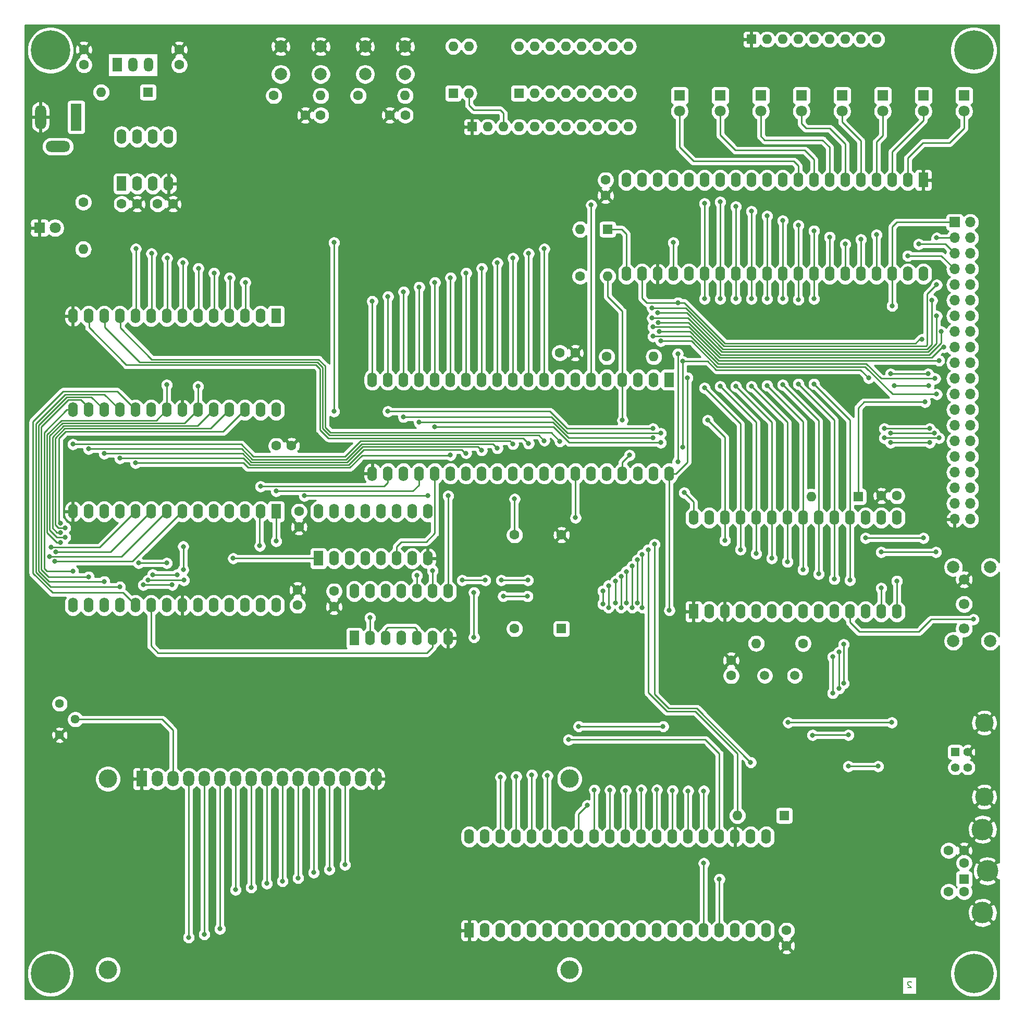
<source format=gbr>
G04 #@! TF.GenerationSoftware,KiCad,Pcbnew,(5.1.4)-1*
G04 #@! TF.CreationDate,2019-10-18T22:13:44+02:00*
G04 #@! TF.ProjectId,Retro PC,52657472-6f20-4504-932e-6b696361645f,1.0*
G04 #@! TF.SameCoordinates,Original*
G04 #@! TF.FileFunction,Copper,L2,Bot*
G04 #@! TF.FilePolarity,Positive*
%FSLAX46Y46*%
G04 Gerber Fmt 4.6, Leading zero omitted, Abs format (unit mm)*
G04 Created by KiCad (PCBNEW (5.1.4)-1) date 2019-10-18 22:13:44*
%MOMM*%
%LPD*%
G04 APERTURE LIST*
%ADD10C,0.150000*%
%ADD11C,2.000000*%
%ADD12C,1.700000*%
%ADD13C,3.000000*%
%ADD14O,1.800000X2.600000*%
%ADD15R,1.800000X2.600000*%
%ADD16C,1.440000*%
%ADD17C,3.500000*%
%ADD18C,1.600000*%
%ADD19R,1.600000X1.600000*%
%ADD20C,1.400000*%
%ADD21R,1.400000X1.400000*%
%ADD22R,1.800000X4.400000*%
%ADD23O,1.800000X4.000000*%
%ADD24O,4.000000X1.800000*%
%ADD25O,1.600000X2.400000*%
%ADD26R,1.600000X2.400000*%
%ADD27C,0.800000*%
%ADD28C,6.400000*%
%ADD29O,1.700000X1.700000*%
%ADD30R,1.700000X1.700000*%
%ADD31O,1.600000X1.600000*%
%ADD32C,1.800000*%
%ADD33R,1.800000X1.800000*%
%ADD34C,1.500000*%
%ADD35O,1.500000X2.300000*%
%ADD36R,1.500000X2.300000*%
%ADD37C,0.500000*%
%ADD38C,0.250000*%
%ADD39C,0.254000*%
G04 APERTURE END LIST*
D10*
X282889714Y-207723619D02*
X282842095Y-207676000D01*
X282746857Y-207628380D01*
X282508761Y-207628380D01*
X282413523Y-207676000D01*
X282365904Y-207723619D01*
X282318285Y-207818857D01*
X282318285Y-207914095D01*
X282365904Y-208056952D01*
X282937333Y-208628380D01*
X282318285Y-208628380D01*
D11*
X289715000Y-152292000D03*
X289715000Y-140292000D03*
X295715000Y-140292000D03*
X295715000Y-152292000D03*
D12*
X291465000Y-150292000D03*
X291465000Y-146292000D03*
X291465000Y-142292000D03*
D13*
X227361000Y-174676000D03*
X227360480Y-205676700D03*
X152361900Y-205676700D03*
X152361900Y-174676000D03*
D14*
X195961000Y-174676000D03*
X193421000Y-174676000D03*
X190881000Y-174676000D03*
X188341000Y-174676000D03*
X185801000Y-174676000D03*
X183261000Y-174676000D03*
X180721000Y-174676000D03*
X178181000Y-174676000D03*
X175641000Y-174676000D03*
X173101000Y-174676000D03*
X170561000Y-174676000D03*
X168021000Y-174676000D03*
X165481000Y-174676000D03*
X162941000Y-174676000D03*
X160401000Y-174676000D03*
D15*
X157861000Y-174676000D03*
D16*
X144526000Y-162484000D03*
X147066000Y-165024000D03*
X144526000Y-167564000D03*
D17*
X295275000Y-189662000D03*
D18*
X288975000Y-186312000D03*
X288975000Y-193012000D03*
X291465000Y-186312000D03*
X291465000Y-193012000D03*
X291465000Y-188362000D03*
D19*
X291465000Y-190962000D03*
D17*
X294465000Y-182902000D03*
X294465000Y-196422000D03*
D20*
X290042600Y-172832600D03*
D13*
X294752600Y-177602600D03*
D21*
X290042600Y-170332600D03*
D20*
X292042600Y-172832600D03*
X292042600Y-170332600D03*
D13*
X294752600Y-165562600D03*
D22*
X147218400Y-67157800D03*
D23*
X141418400Y-67157800D03*
D24*
X144218400Y-71957800D03*
D25*
X179705000Y-114732000D03*
X146685000Y-99492000D03*
X177165000Y-114732000D03*
X149225000Y-99492000D03*
X174625000Y-114732000D03*
X151765000Y-99492000D03*
X172085000Y-114732000D03*
X154305000Y-99492000D03*
X169545000Y-114732000D03*
X156845000Y-99492000D03*
X167005000Y-114732000D03*
X159385000Y-99492000D03*
X164465000Y-114732000D03*
X161925000Y-99492000D03*
X161925000Y-114732000D03*
X164465000Y-99492000D03*
X159385000Y-114732000D03*
X167005000Y-99492000D03*
X156845000Y-114732000D03*
X169545000Y-99492000D03*
X154305000Y-114732000D03*
X172085000Y-99492000D03*
X151765000Y-114732000D03*
X174625000Y-99492000D03*
X149225000Y-114732000D03*
X177165000Y-99492000D03*
X146685000Y-114732000D03*
D26*
X179705000Y-99492000D03*
D25*
X179705000Y-146482000D03*
X146685000Y-131242000D03*
X177165000Y-146482000D03*
X149225000Y-131242000D03*
X174625000Y-146482000D03*
X151765000Y-131242000D03*
X172085000Y-146482000D03*
X154305000Y-131242000D03*
X169545000Y-146482000D03*
X156845000Y-131242000D03*
X167005000Y-146482000D03*
X159385000Y-131242000D03*
X164465000Y-146482000D03*
X161925000Y-131242000D03*
X161925000Y-146482000D03*
X164465000Y-131242000D03*
X159385000Y-146482000D03*
X167005000Y-131242000D03*
X156845000Y-146482000D03*
X169545000Y-131242000D03*
X154305000Y-146482000D03*
X172085000Y-131242000D03*
X151765000Y-146482000D03*
X174625000Y-131242000D03*
X149225000Y-146482000D03*
X177165000Y-131242000D03*
X146685000Y-146482000D03*
D26*
X179705000Y-131242000D03*
D25*
X186563000Y-131242000D03*
X204343000Y-138862000D03*
X189103000Y-131242000D03*
X201803000Y-138862000D03*
X191643000Y-131242000D03*
X199263000Y-138862000D03*
X194183000Y-131242000D03*
X196723000Y-138862000D03*
X196723000Y-131242000D03*
X194183000Y-138862000D03*
X199263000Y-131242000D03*
X191643000Y-138862000D03*
X201803000Y-131242000D03*
X189103000Y-138862000D03*
X204343000Y-131242000D03*
D26*
X186563000Y-138862000D03*
D27*
X294746056Y-54610944D03*
X293049000Y-53908000D03*
X291351944Y-54610944D03*
X290649000Y-56308000D03*
X291351944Y-58005056D03*
X293049000Y-58708000D03*
X294746056Y-58005056D03*
X295449000Y-56308000D03*
D28*
X293049000Y-56308000D03*
D29*
X292481000Y-132512000D03*
X289941000Y-132512000D03*
X292481000Y-129972000D03*
X289941000Y-129972000D03*
X292481000Y-127432000D03*
X289941000Y-127432000D03*
X292481000Y-124892000D03*
X289941000Y-124892000D03*
X292481000Y-122352000D03*
X289941000Y-122352000D03*
X292481000Y-119812000D03*
X289941000Y-119812000D03*
X292481000Y-117272000D03*
X289941000Y-117272000D03*
X292481000Y-114732000D03*
X289941000Y-114732000D03*
X292481000Y-112192000D03*
X289941000Y-112192000D03*
X292481000Y-109652000D03*
X289941000Y-109652000D03*
X292481000Y-107112000D03*
X289941000Y-107112000D03*
X292481000Y-104572000D03*
X289941000Y-104572000D03*
X292481000Y-102032000D03*
X289941000Y-102032000D03*
X292481000Y-99492000D03*
X289941000Y-99492000D03*
X292481000Y-96952000D03*
X289941000Y-96952000D03*
X292481000Y-94412000D03*
X289941000Y-94412000D03*
X292481000Y-91872000D03*
X289941000Y-91872000D03*
X292481000Y-89332000D03*
X289941000Y-89332000D03*
X292481000Y-86792000D03*
X289941000Y-86792000D03*
X292481000Y-84252000D03*
D30*
X289941000Y-84252000D03*
D25*
X243580000Y-125082500D03*
X195320000Y-109842500D03*
X241040000Y-125082500D03*
X197860000Y-109842500D03*
X238500000Y-125082500D03*
X200400000Y-109842500D03*
X235960000Y-125082500D03*
X202940000Y-109842500D03*
X233420000Y-125082500D03*
X205480000Y-109842500D03*
X230880000Y-125082500D03*
X208020000Y-109842500D03*
X228340000Y-125082500D03*
X210560000Y-109842500D03*
X225800000Y-125082500D03*
X213100000Y-109842500D03*
X223260000Y-125082500D03*
X215640000Y-109842500D03*
X220720000Y-125082500D03*
X218180000Y-109842500D03*
X218180000Y-125082500D03*
X220720000Y-109842500D03*
X215640000Y-125082500D03*
X223260000Y-109842500D03*
X213100000Y-125082500D03*
X225800000Y-109842500D03*
X210560000Y-125082500D03*
X228340000Y-109842500D03*
X208020000Y-125082500D03*
X230880000Y-109842500D03*
X205480000Y-125082500D03*
X233420000Y-109842500D03*
X202940000Y-125082500D03*
X235960000Y-109842500D03*
X200400000Y-125082500D03*
X238500000Y-109842500D03*
X197860000Y-125082500D03*
X241040000Y-109842500D03*
X195320000Y-125082500D03*
D26*
X243580000Y-109842500D03*
D25*
X211074000Y-184074000D03*
X259334000Y-199314000D03*
X213614000Y-184074000D03*
X256794000Y-199314000D03*
X216154000Y-184074000D03*
X254254000Y-199314000D03*
X218694000Y-184074000D03*
X251714000Y-199314000D03*
X221234000Y-184074000D03*
X249174000Y-199314000D03*
X223774000Y-184074000D03*
X246634000Y-199314000D03*
X226314000Y-184074000D03*
X244094000Y-199314000D03*
X228854000Y-184074000D03*
X241554000Y-199314000D03*
X231394000Y-184074000D03*
X239014000Y-199314000D03*
X233934000Y-184074000D03*
X236474000Y-199314000D03*
X236474000Y-184074000D03*
X233934000Y-199314000D03*
X239014000Y-184074000D03*
X231394000Y-199314000D03*
X241554000Y-184074000D03*
X228854000Y-199314000D03*
X244094000Y-184074000D03*
X226314000Y-199314000D03*
X246634000Y-184074000D03*
X223774000Y-199314000D03*
X249174000Y-184074000D03*
X221234000Y-199314000D03*
X251714000Y-184074000D03*
X218694000Y-199314000D03*
X254254000Y-184074000D03*
X216154000Y-199314000D03*
X256794000Y-184074000D03*
X213614000Y-199314000D03*
X259334000Y-184074000D03*
D26*
X211074000Y-199314000D03*
D18*
X262636000Y-201814000D03*
X262636000Y-199314000D03*
X198172700Y-66853000D03*
X200672700Y-66853000D03*
X157109600Y-81267500D03*
X154609600Y-81267500D03*
X162951600Y-81267500D03*
X160451600Y-81267500D03*
X184444000Y-66853000D03*
X186944000Y-66853000D03*
X163957000Y-56174000D03*
X163957000Y-58674000D03*
X253619000Y-155412000D03*
X253619000Y-157912000D03*
X233222800Y-79894000D03*
X233222800Y-77394000D03*
X278043000Y-128702000D03*
X280543000Y-128702000D03*
X183159400Y-143982000D03*
X183159400Y-146482000D03*
X182205000Y-120574000D03*
X179705000Y-120574000D03*
X183413400Y-133742000D03*
X183413400Y-131242000D03*
X228306000Y-105461000D03*
X225806000Y-105461000D03*
X189103000Y-146696000D03*
X189103000Y-144196000D03*
D27*
X294746056Y-204610944D03*
X293049000Y-203908000D03*
X291351944Y-204610944D03*
X290649000Y-206308000D03*
X291351944Y-208005056D03*
X293049000Y-208708000D03*
X294746056Y-208005056D03*
X295449000Y-206308000D03*
D28*
X293049000Y-206308000D03*
D27*
X144746056Y-54610944D03*
X143049000Y-53908000D03*
X141351944Y-54610944D03*
X140649000Y-56308000D03*
X141351944Y-58005056D03*
X143049000Y-58708000D03*
X144746056Y-58005056D03*
X145449000Y-56308000D03*
D28*
X143049000Y-56308000D03*
D27*
X144746056Y-204610944D03*
X143049000Y-203908000D03*
X141351944Y-204610944D03*
X140649000Y-206308000D03*
X141351944Y-208005056D03*
X143049000Y-208708000D03*
X144746056Y-208005056D03*
X145449000Y-206308000D03*
D28*
X143049000Y-206308000D03*
D11*
X200660000Y-55684000D03*
X200660000Y-60184000D03*
X194160000Y-55684000D03*
X194160000Y-60184000D03*
D31*
X200660000Y-63678000D03*
D18*
X193040000Y-63678000D03*
D31*
X148361400Y-88620800D03*
D18*
X148361400Y-81000800D03*
D32*
X143789400Y-85166400D03*
D33*
X141249400Y-85166400D03*
D25*
X192405000Y-144196000D03*
X207645000Y-151816000D03*
X194945000Y-144196000D03*
X205105000Y-151816000D03*
X197485000Y-144196000D03*
X202565000Y-151816000D03*
X200025000Y-144196000D03*
X200025000Y-151816000D03*
X202565000Y-144196000D03*
X197485000Y-151816000D03*
X205105000Y-144196000D03*
X194945000Y-151816000D03*
X207645000Y-144196000D03*
D26*
X192405000Y-151816000D03*
D25*
X284861000Y-92634000D03*
X236601000Y-77394000D03*
X282321000Y-92634000D03*
X239141000Y-77394000D03*
X279781000Y-92634000D03*
X241681000Y-77394000D03*
X277241000Y-92634000D03*
X244221000Y-77394000D03*
X274701000Y-92634000D03*
X246761000Y-77394000D03*
X272161000Y-92634000D03*
X249301000Y-77394000D03*
X269621000Y-92634000D03*
X251841000Y-77394000D03*
X267081000Y-92634000D03*
X254381000Y-77394000D03*
X264541000Y-92634000D03*
X256921000Y-77394000D03*
X262001000Y-92634000D03*
X259461000Y-77394000D03*
X259461000Y-92634000D03*
X262001000Y-77394000D03*
X256921000Y-92634000D03*
X264541000Y-77394000D03*
X254381000Y-92634000D03*
X267081000Y-77394000D03*
X251841000Y-92634000D03*
X269621000Y-77394000D03*
X249301000Y-92634000D03*
X272161000Y-77394000D03*
X246761000Y-92634000D03*
X274701000Y-77394000D03*
X244221000Y-92634000D03*
X277241000Y-77394000D03*
X241681000Y-92634000D03*
X279781000Y-77394000D03*
X239141000Y-92634000D03*
X282321000Y-77394000D03*
X236601000Y-92634000D03*
D26*
X284861000Y-77394000D03*
D25*
X247523000Y-132258000D03*
X280543000Y-147498000D03*
X250063000Y-132258000D03*
X278003000Y-147498000D03*
X252603000Y-132258000D03*
X275463000Y-147498000D03*
X255143000Y-132258000D03*
X272923000Y-147498000D03*
X257683000Y-132258000D03*
X270383000Y-147498000D03*
X260223000Y-132258000D03*
X267843000Y-147498000D03*
X262763000Y-132258000D03*
X265303000Y-147498000D03*
X265303000Y-132258000D03*
X262763000Y-147498000D03*
X267843000Y-132258000D03*
X260223000Y-147498000D03*
X270383000Y-132258000D03*
X257683000Y-147498000D03*
X272923000Y-132258000D03*
X255143000Y-147498000D03*
X275463000Y-132258000D03*
X252603000Y-147498000D03*
X278003000Y-132258000D03*
X250063000Y-147498000D03*
X280543000Y-132258000D03*
D26*
X247523000Y-147498000D03*
D31*
X257683000Y-152672220D03*
D18*
X265303000Y-152672220D03*
D34*
X263960000Y-157912000D03*
X259080000Y-157912000D03*
D31*
X236928000Y-68758000D03*
X234388000Y-68758000D03*
X231848000Y-68758000D03*
X229308000Y-68758000D03*
X226768000Y-68758000D03*
X224228000Y-68758000D03*
X221688000Y-68758000D03*
X219148000Y-68758000D03*
X216608000Y-68758000D03*
X214068000Y-68758000D03*
D19*
X211528000Y-68758000D03*
D32*
X258445000Y-66218000D03*
D33*
X258445000Y-63678000D03*
D32*
X245237000Y-66218000D03*
D33*
X245237000Y-63678000D03*
D32*
X284861000Y-66218000D03*
D33*
X284861000Y-63678000D03*
D32*
X278257000Y-66218000D03*
D33*
X278257000Y-63678000D03*
D32*
X271653000Y-66218000D03*
D33*
X271653000Y-63678000D03*
D32*
X251841000Y-66218000D03*
D33*
X251841000Y-63678000D03*
D32*
X265049000Y-66218000D03*
D33*
X265049000Y-63678000D03*
D32*
X291465000Y-66218000D03*
D33*
X291465000Y-63678000D03*
D31*
X219151000Y-55664000D03*
X236931000Y-63284000D03*
X221691000Y-55664000D03*
X234391000Y-63284000D03*
X224231000Y-55664000D03*
X231851000Y-63284000D03*
X226771000Y-55664000D03*
X229311000Y-63284000D03*
X229311000Y-55664000D03*
X226771000Y-63284000D03*
X231851000Y-55664000D03*
X224231000Y-63284000D03*
X234391000Y-55664000D03*
X221691000Y-63284000D03*
X236931000Y-55664000D03*
D19*
X219151000Y-63284000D03*
D18*
X226060000Y-135052000D03*
X218440000Y-135052000D03*
X218440000Y-150292000D03*
D19*
X226060000Y-150292000D03*
D11*
X186944000Y-55684000D03*
X186944000Y-60184000D03*
X180444000Y-55684000D03*
X180444000Y-60184000D03*
D31*
X151257000Y-63119000D03*
D19*
X158877000Y-63119000D03*
D35*
X158940500Y-58648600D03*
X156400500Y-58648600D03*
D36*
X153860500Y-58648600D03*
D31*
X208483000Y-55664000D03*
X211023000Y-63284000D03*
X211023000Y-55664000D03*
D19*
X208483000Y-63284000D03*
D31*
X277241000Y-54534000D03*
X274701000Y-54534000D03*
X272161000Y-54534000D03*
X269621000Y-54534000D03*
X267081000Y-54534000D03*
X264541000Y-54534000D03*
X262001000Y-54534000D03*
X259461000Y-54534000D03*
D19*
X256921000Y-54534000D03*
D31*
X229108000Y-85395000D03*
D18*
X229108000Y-93015000D03*
D31*
X186944000Y-63678000D03*
D18*
X179324000Y-63678000D03*
D31*
X241046000Y-106096000D03*
D18*
X233426000Y-106096000D03*
D25*
X154609600Y-70345500D03*
X162229600Y-77965500D03*
X157149600Y-70345500D03*
X159689600Y-77965500D03*
X159689600Y-70345500D03*
X157149600Y-77965500D03*
X162229600Y-70345500D03*
D26*
X154609600Y-77965500D03*
D31*
X266636500Y-128829000D03*
D19*
X274256500Y-128829000D03*
D31*
X233553000Y-93015000D03*
D19*
X233553000Y-85395000D03*
D18*
X148463000Y-56174000D03*
X148463000Y-58674000D03*
D31*
X254635000Y-180645000D03*
D19*
X262255000Y-180645000D03*
D27*
X278169000Y-162296000D03*
X279028000Y-177217000D03*
X284782500Y-166914000D03*
X276860000Y-169088000D03*
X279209500Y-169088000D03*
X249809000Y-116424750D03*
X235967100Y-116424750D03*
X240157000Y-137465000D03*
X252603000Y-135941000D03*
X230886000Y-81458000D03*
X189103000Y-114986008D03*
X244221000Y-87554000D03*
X189102992Y-87554000D03*
X272669000Y-172644000D03*
X277495000Y-172644000D03*
X270129000Y-154864000D03*
X270129000Y-160763665D03*
X271907000Y-152832000D03*
X271907000Y-159182000D03*
X271145000Y-154102000D03*
X271145000Y-160001697D03*
X216598512Y-145021500D03*
X220535504Y-145021500D03*
X184277000Y-128702000D03*
X204343000Y-128702000D03*
X207645000Y-128702000D03*
X211836000Y-151689000D03*
X211836000Y-144386498D03*
X227203000Y-168326000D03*
X209931000Y-142418000D03*
X213677500Y-142418000D03*
X216281000Y-142418000D03*
X228340000Y-132258000D03*
X245999000Y-128194000D03*
X244957600Y-105613400D03*
X244983000Y-97333000D03*
X244957600Y-123139400D03*
X220599004Y-142418000D03*
X241173000Y-136576000D03*
X256794000Y-172009000D03*
X284607000Y-103302000D03*
X225800000Y-119843396D03*
X267081000Y-110541000D03*
X272923000Y-142418000D03*
X267081000Y-96698000D03*
X267081000Y-85649006D03*
X230250994Y-178993994D03*
X232791000Y-146291534D03*
X232791000Y-144132500D03*
X143891000Y-137846000D03*
X218694000Y-174295000D03*
X280543000Y-142545000D03*
X220726000Y-89332000D03*
X159448500Y-89332000D03*
X277241000Y-86284000D03*
X287020004Y-86792000D03*
X223271645Y-119741445D03*
X264541000Y-110541000D03*
X233705400Y-143281596D03*
X270383000Y-142214800D03*
X231394000Y-176479400D03*
X264541000Y-96825016D03*
X264541000Y-84760000D03*
X233705400Y-146863000D03*
X142874992Y-138607990D03*
X221234000Y-174041000D03*
X218180000Y-90094000D03*
X161988500Y-90094000D03*
X274701000Y-87046000D03*
X284099000Y-87807994D03*
X220720000Y-120199000D03*
X262001000Y-110668000D03*
X234873800Y-142556596D03*
X267843006Y-141402000D03*
X233934000Y-176530200D03*
X262001000Y-96698000D03*
X262001000Y-83998000D03*
X234873800Y-146101000D03*
X143764000Y-139370000D03*
X223774000Y-174168000D03*
X215646000Y-90856000D03*
X164528500Y-90856000D03*
X272161000Y-87808000D03*
X282321000Y-89713002D03*
X218180000Y-120288600D03*
X259461000Y-110795000D03*
X235737400Y-141808400D03*
X265303000Y-140690800D03*
X236474000Y-176581000D03*
X259461000Y-96697988D03*
X259461000Y-83236000D03*
X146685000Y-140957500D03*
X146685000Y-120320000D03*
X235737400Y-146863000D03*
X213106000Y-91745000D03*
X167068500Y-91745000D03*
X287020000Y-94412000D03*
X240792000Y-98222000D03*
X215640000Y-120961000D03*
X256921000Y-110922000D03*
X236601000Y-140995600D03*
X262763000Y-139420800D03*
X256921000Y-96698000D03*
X239014000Y-176454000D03*
X256921000Y-82474000D03*
X149225000Y-141846500D03*
X149225000Y-121082000D03*
X236601000Y-146101000D03*
X210566000Y-92507000D03*
X169608500Y-92507000D03*
X241681000Y-98984000D03*
X286258000Y-96952000D03*
X213100000Y-121316600D03*
X254381000Y-110922000D03*
X237566200Y-140132000D03*
X260223000Y-138862000D03*
X254381000Y-96698002D03*
X241554000Y-176454000D03*
X254381000Y-81712000D03*
X151765000Y-142608500D03*
X151765006Y-121844000D03*
X237566200Y-146863000D03*
X208026000Y-93269000D03*
X172148500Y-93269000D03*
X240792000Y-99819999D03*
X287020000Y-99492000D03*
X210560000Y-121773800D03*
X251841000Y-110922000D03*
X238379000Y-139116000D03*
X257683000Y-138100000D03*
X251841000Y-96697990D03*
X244094000Y-176581000D03*
X251841000Y-80950000D03*
X154305000Y-143497500D03*
X154305000Y-122606000D03*
X238379000Y-146101000D03*
X205486000Y-94031000D03*
X174688500Y-94031000D03*
X241771001Y-100544999D03*
X287782000Y-102032000D03*
X239191800Y-138252400D03*
X255143000Y-137439600D03*
X246634000Y-176631800D03*
X249301000Y-96697998D03*
X249301000Y-111176000D03*
X208026000Y-122098000D03*
X249301000Y-81204002D03*
X156845000Y-123368000D03*
X239191800Y-146863000D03*
X145415000Y-133909000D03*
X202940000Y-94793000D03*
X240919000Y-101270000D03*
X288163000Y-104572000D03*
X163652200Y-141503600D03*
X159639000Y-141503600D03*
X144653000Y-134671000D03*
X200406000Y-95555000D03*
X241935000Y-102032000D03*
X287401000Y-106731008D03*
X164719000Y-142418000D03*
X158877000Y-142418000D03*
X144653000Y-136322000D03*
X197866000Y-96317000D03*
X240932800Y-102794000D03*
X286765994Y-109652000D03*
X161925000Y-139624000D03*
X157353000Y-139624000D03*
X161925000Y-110668000D03*
X172720000Y-138862000D03*
X145415000Y-135433000D03*
X195320000Y-97085000D03*
X242188998Y-103556000D03*
X287020000Y-112192000D03*
X162814000Y-143180000D03*
X158115000Y-143180000D03*
X167005000Y-110922000D03*
X197860000Y-114986000D03*
X240919000Y-117780000D03*
X285877000Y-117780000D03*
X177165000Y-127178000D03*
X177038000Y-136830014D03*
X278511000Y-117780000D03*
X164617400Y-140690800D03*
X164617400Y-136931600D03*
X144653000Y-133147000D03*
X202565000Y-141656000D03*
X200400000Y-115881000D03*
X242189000Y-118542000D03*
X286639050Y-118542000D03*
X279527000Y-118542000D03*
X202940000Y-116764000D03*
X240919004Y-119304000D03*
X287401000Y-119303966D03*
X179705000Y-127940000D03*
X179705000Y-136068000D03*
X278511000Y-119304000D03*
X205105000Y-140830500D03*
X194945000Y-148514000D03*
X205480000Y-117526000D03*
X242189000Y-120066000D03*
X285877000Y-120066000D03*
X279527000Y-120066000D03*
X143129000Y-137084012D03*
X216154000Y-174422000D03*
X278003000Y-143688000D03*
X223266000Y-88570010D03*
X156908500Y-88570010D03*
X279781000Y-97841006D03*
X243586000Y-147307500D03*
X279717500Y-165532000D03*
X269621000Y-86664994D03*
X285717999Y-110827001D03*
X280129997Y-110827001D03*
X246507000Y-109525000D03*
X262890000Y-165532000D03*
X285115000Y-113462000D03*
X249174000Y-176631800D03*
X218440006Y-129210000D03*
X245745000Y-120828000D03*
X237109000Y-122098000D03*
X279527000Y-108890000D03*
X275971000Y-109557011D03*
X285623000Y-108890000D03*
X245745000Y-106858000D03*
X242570000Y-166167000D03*
X228854000Y-166167000D03*
X272669000Y-167564000D03*
X275463000Y-135559992D03*
X266853510Y-167566139D03*
X284861002Y-135560000D03*
X251714000Y-190962000D03*
X249174000Y-188392000D03*
X165481000Y-200457000D03*
X168021000Y-199949000D03*
X170561000Y-199060000D03*
X190881000Y-188646000D03*
X188341000Y-189408000D03*
X185801000Y-189911769D03*
X183261000Y-190805000D03*
X180721000Y-191313000D03*
X178181000Y-191694000D03*
X175641000Y-192329000D03*
X173101000Y-192710000D03*
X292989000Y-148768000D03*
X278003000Y-137846000D03*
X286893000Y-137846000D03*
D37*
X225806000Y-105461000D02*
X225790760Y-105476240D01*
D38*
X282321000Y-77394000D02*
X282321000Y-73838000D01*
X282321000Y-73838000D02*
X284815280Y-71343720D01*
X284815280Y-71343720D02*
X289112960Y-71343720D01*
X291465000Y-68991680D02*
X291465000Y-66218000D01*
X289112960Y-71343720D02*
X291465000Y-68991680D01*
X279781000Y-72822000D02*
X279781000Y-77394000D01*
X284861000Y-66218000D02*
X284861000Y-67742000D01*
X284861000Y-67742000D02*
X279781000Y-72822000D01*
X278257000Y-70190000D02*
X278257000Y-66218000D01*
X277241000Y-77394000D02*
X277241000Y-71206000D01*
X277241000Y-71206000D02*
X278257000Y-70190000D01*
X271653000Y-67996000D02*
X271653000Y-66218000D01*
X274701000Y-77394000D02*
X274701000Y-71044000D01*
X274701000Y-71044000D02*
X271653000Y-67996000D01*
X272161000Y-71552000D02*
X272161000Y-77394000D01*
X269621000Y-69012000D02*
X272161000Y-71552000D01*
X265811000Y-69012000D02*
X269621000Y-69012000D01*
X265049000Y-66218000D02*
X265049000Y-68250000D01*
X265049000Y-68250000D02*
X265811000Y-69012000D01*
X259068980Y-70905980D02*
X268466980Y-70905980D01*
X269621000Y-72060000D02*
X269621000Y-77394000D01*
X258445000Y-66218000D02*
X258445000Y-70282000D01*
X268466980Y-70905980D02*
X269621000Y-72060000D01*
X258445000Y-70282000D02*
X259068980Y-70905980D01*
X267081000Y-74092000D02*
X267081000Y-77394000D01*
X265557000Y-72568000D02*
X267081000Y-74092000D01*
X254323010Y-72568000D02*
X265557000Y-72568000D01*
X251841000Y-66218000D02*
X251841000Y-70085990D01*
X251841000Y-70085990D02*
X254323010Y-72568000D01*
X264541000Y-75108000D02*
X264541000Y-77394000D01*
X263779000Y-74346000D02*
X264541000Y-75108000D01*
X247523000Y-74346000D02*
X263779000Y-74346000D01*
X245237000Y-66218000D02*
X245237000Y-72060000D01*
X245237000Y-72060000D02*
X247523000Y-74346000D01*
X235960000Y-109842500D02*
X235960000Y-98724000D01*
X235960000Y-98724000D02*
X233553000Y-96317000D01*
X233553000Y-96317000D02*
X233553000Y-93015000D01*
X252603000Y-119218750D02*
X252603000Y-132258000D01*
X249809000Y-116424750D02*
X252603000Y-119218750D01*
X235960000Y-109842500D02*
X235960000Y-116417650D01*
X235960000Y-116417650D02*
X235967100Y-116424750D01*
X252603000Y-132258000D02*
X252603000Y-135941000D01*
X240157000Y-160706000D02*
X240157000Y-137465000D01*
X243205000Y-163754000D02*
X240157000Y-160706000D01*
X247777000Y-163754000D02*
X243205000Y-163754000D01*
X254635000Y-180645000D02*
X254635000Y-170612000D01*
X254635000Y-170612000D02*
X247777000Y-163754000D01*
X235839000Y-85395000D02*
X233553000Y-85395000D01*
X236601000Y-92634000D02*
X236601000Y-86157000D01*
X236601000Y-86157000D02*
X235839000Y-85395000D01*
X230886000Y-81458000D02*
X230886000Y-81458000D01*
X230886000Y-109836500D02*
X230886000Y-81458000D01*
X230880000Y-109842500D02*
X230886000Y-109836500D01*
X202565000Y-150393600D02*
X202565000Y-151816000D01*
X202272900Y-150101500D02*
X202565000Y-150393600D01*
X197802500Y-150101500D02*
X202272900Y-150101500D01*
X197485000Y-151816000D02*
X197485000Y-150419000D01*
X197485000Y-150419000D02*
X197802500Y-150101500D01*
X211023000Y-63284000D02*
X211023000Y-65217040D01*
X211023000Y-65217040D02*
X211815680Y-66009720D01*
X211815680Y-66009720D02*
X216082880Y-66009720D01*
X216608000Y-66534840D02*
X216608000Y-68758000D01*
X216082880Y-66009720D02*
X216608000Y-66534840D01*
X244221000Y-92634000D02*
X244221000Y-91184000D01*
X244221000Y-91184000D02*
X244221000Y-87554000D01*
X189103000Y-114986008D02*
X189103000Y-87554008D01*
X189103000Y-87554008D02*
X189102992Y-87554000D01*
X277495000Y-172644000D02*
X272669000Y-172644000D01*
X270129000Y-154864000D02*
X270129000Y-160763665D01*
X271907000Y-152832000D02*
X271907000Y-159182000D01*
X271145000Y-154102000D02*
X271145000Y-160001697D01*
X216598512Y-145021500D02*
X220535504Y-145021500D01*
X184277000Y-128702000D02*
X204343000Y-128702000D01*
X204343000Y-128702000D02*
X204343000Y-128702000D01*
X207645000Y-144196000D02*
X207645000Y-128702000D01*
X207645000Y-128702000D02*
X207645000Y-128702000D01*
X159385000Y-146482000D02*
X159385000Y-153086000D01*
X205105000Y-153340000D02*
X205105000Y-151816000D01*
X204215000Y-154230000D02*
X205105000Y-153340000D01*
X159385000Y-153086000D02*
X160529000Y-154230000D01*
X160529000Y-154230000D02*
X204215000Y-154230000D01*
X211836000Y-151123315D02*
X211836000Y-144386498D01*
X211836000Y-151689000D02*
X211836000Y-151123315D01*
X249428000Y-168326000D02*
X227203000Y-168326000D01*
X251714000Y-184074000D02*
X251714000Y-170612000D01*
X251714000Y-170612000D02*
X249428000Y-168326000D01*
X228473000Y-124949500D02*
X228340000Y-125082500D01*
X209931000Y-142418000D02*
X213677500Y-142418000D01*
X213677500Y-142418000D02*
X213677500Y-142418000D01*
X228340000Y-125082500D02*
X228340000Y-132258000D01*
X246398999Y-128593999D02*
X245999000Y-128194000D01*
X247523000Y-129718000D02*
X246398999Y-128593999D01*
X247523000Y-132258000D02*
X247523000Y-129718000D01*
X239141000Y-96571000D02*
X239903000Y-97333000D01*
X239141000Y-92634000D02*
X239141000Y-96571000D01*
X239903000Y-97333000D02*
X244983000Y-97333000D01*
X244957600Y-123139400D02*
X244957600Y-105613400D01*
X216281000Y-142418000D02*
X220599004Y-142418000D01*
X256794000Y-172009000D02*
X256794000Y-172009000D01*
X248031000Y-163246000D02*
X256794000Y-172009000D01*
X243459000Y-163246000D02*
X248031000Y-163246000D01*
X241173000Y-136576000D02*
X241173000Y-160960000D01*
X241173000Y-160960000D02*
X243459000Y-163246000D01*
X284231327Y-103302000D02*
X284607000Y-103302000D01*
X283596327Y-103937000D02*
X284231327Y-103302000D01*
X252639680Y-103937000D02*
X283596327Y-103937000D01*
X244983000Y-97333000D02*
X246035680Y-97333000D01*
X246035680Y-97333000D02*
X252639680Y-103937000D01*
X188531500Y-118415000D02*
X224383600Y-118415000D01*
X187706000Y-117589500D02*
X188531500Y-118415000D01*
X224383600Y-118415000D02*
X225800000Y-119831400D01*
X187706000Y-107620000D02*
X187706000Y-117589500D01*
X186615478Y-106529478D02*
X187706000Y-107620000D01*
X159500978Y-106529478D02*
X186615478Y-106529478D01*
X154368500Y-101397000D02*
X159500978Y-106529478D01*
X154368500Y-99504500D02*
X154368500Y-101397000D01*
X272923000Y-116383000D02*
X267081000Y-110541000D01*
X272923000Y-132258000D02*
X272923000Y-116383000D01*
X272923000Y-132258000D02*
X272923000Y-142418000D01*
X267081000Y-92634000D02*
X267081000Y-96698000D01*
X267081000Y-91184000D02*
X267081000Y-85649006D01*
X267081000Y-92634000D02*
X267081000Y-91184000D01*
X229850995Y-179393993D02*
X230250994Y-178993994D01*
X228854000Y-180390988D02*
X229850995Y-179393993D01*
X228854000Y-184074000D02*
X228854000Y-180390988D01*
X232791000Y-144132500D02*
X232791000Y-146291534D01*
X220662500Y-109652000D02*
X220662500Y-109842500D01*
X280543000Y-147498000D02*
X280543000Y-142545000D01*
X220720000Y-109842500D02*
X220720000Y-89338000D01*
X218694000Y-184201000D02*
X218694000Y-174295000D01*
X159448500Y-99504500D02*
X159448500Y-89332000D01*
X277241000Y-92634000D02*
X277241000Y-86284000D01*
X289941000Y-86792000D02*
X287020004Y-86792000D01*
X144456685Y-137846000D02*
X143891000Y-137846000D01*
X159385000Y-131242000D02*
X152781000Y-137846000D01*
X152781000Y-137846000D02*
X144456685Y-137846000D01*
X270383000Y-116383000D02*
X264541000Y-110541000D01*
X270383000Y-132258000D02*
X270383000Y-116383000D01*
X270383000Y-142214800D02*
X270383000Y-132258000D01*
X231394000Y-184201000D02*
X231394000Y-176479400D01*
X264541000Y-92634000D02*
X264541000Y-96825016D01*
X223271645Y-119741445D02*
X222395211Y-118865011D01*
X151828500Y-101313180D02*
X151828500Y-99504500D01*
X188345100Y-118865011D02*
X187255989Y-117775900D01*
X222377000Y-118865011D02*
X188345100Y-118865011D01*
X187255989Y-117775900D02*
X187255989Y-107806399D01*
X187255989Y-107806399D02*
X186429079Y-106979489D01*
X186429079Y-106979489D02*
X157494809Y-106979489D01*
X157494809Y-106979489D02*
X151828500Y-101313180D01*
X264541000Y-91184000D02*
X264541000Y-84760000D01*
X264541000Y-92634000D02*
X264541000Y-91184000D01*
X264541000Y-84760000D02*
X264541000Y-84760000D01*
X233705400Y-143281596D02*
X233680000Y-143306996D01*
X233705400Y-146863000D02*
X233705400Y-143281596D01*
X218122500Y-109842500D02*
X218122500Y-109442500D01*
X221234000Y-184201000D02*
X221234000Y-174041000D01*
X161988500Y-99504500D02*
X161988500Y-90094000D01*
X218180000Y-90094000D02*
X218180000Y-109842500D01*
X274701000Y-92634000D02*
X274701000Y-91184000D01*
X274701000Y-91184000D02*
X274701000Y-87046000D01*
X143440677Y-138607990D02*
X142874992Y-138607990D01*
X161925000Y-131242000D02*
X154559010Y-138607990D01*
X154559010Y-138607990D02*
X143440677Y-138607990D01*
X288416994Y-87807994D02*
X284099000Y-87807994D01*
X289941000Y-89332000D02*
X288416994Y-87807994D01*
X220662500Y-125082500D02*
X220662500Y-124682500D01*
X267843000Y-132258000D02*
X267843000Y-116510000D01*
X267843000Y-116510000D02*
X262001000Y-110668000D01*
X267843000Y-132258000D02*
X267843000Y-141401994D01*
X267843000Y-141401994D02*
X267843006Y-141402000D01*
X262001000Y-92634000D02*
X262001000Y-96698000D01*
X149288500Y-101348740D02*
X149288500Y-99504500D01*
X155369260Y-107429500D02*
X149288500Y-101348740D01*
X220720000Y-120199000D02*
X219836022Y-119315022D01*
X188158702Y-119315022D02*
X186805980Y-117962300D01*
X219836022Y-119315022D02*
X188158702Y-119315022D01*
X186805980Y-117962300D02*
X186805980Y-108116980D01*
X186805980Y-108116980D02*
X186118500Y-107429500D01*
X186118500Y-107429500D02*
X155369260Y-107429500D01*
X233934000Y-184201000D02*
X233934000Y-176530200D01*
X262001000Y-92634000D02*
X262001000Y-91184000D01*
X262001000Y-91184000D02*
X262001000Y-83998000D01*
X262001000Y-83998000D02*
X262001000Y-83998000D01*
X234873800Y-146101000D02*
X234873800Y-146101000D01*
X234873800Y-146101000D02*
X234873800Y-142556596D01*
X215582500Y-109442500D02*
X215582500Y-109842500D01*
X143764000Y-139370000D02*
X143764000Y-139370000D01*
X215640000Y-109842500D02*
X215640000Y-90862000D01*
X223774000Y-184074000D02*
X223774000Y-174168000D01*
X164528500Y-99504500D02*
X164528500Y-90856000D01*
X272161000Y-92634000D02*
X272161000Y-91184000D01*
X272161000Y-91184000D02*
X272161000Y-87808000D01*
X156337000Y-139370000D02*
X143764000Y-139370000D01*
X164465000Y-131242000D02*
X156337000Y-139370000D01*
X282886685Y-89713002D02*
X282321000Y-89713002D01*
X289941000Y-91872000D02*
X287782002Y-89713002D01*
X287782002Y-89713002D02*
X282886685Y-89713002D01*
X218122500Y-125082500D02*
X218122500Y-124682500D01*
X218129200Y-120288600D02*
X218180000Y-120288600D01*
X265303000Y-116637000D02*
X259461000Y-110795000D01*
X265303000Y-132258000D02*
X265303000Y-116637000D01*
X259461000Y-110795000D02*
X259461000Y-110795000D01*
X265303000Y-140690800D02*
X265303000Y-132258000D01*
X259461000Y-92634000D02*
X259461000Y-96697988D01*
X236474000Y-184201000D02*
X236474000Y-176581000D01*
X259461000Y-92634000D02*
X259461000Y-91184000D01*
X259461000Y-91184000D02*
X259461000Y-83236000D01*
X146685000Y-140957500D02*
X146685000Y-140957500D01*
X142430500Y-140957500D02*
X146685000Y-140957500D01*
X142008044Y-140535044D02*
X142430500Y-140957500D01*
X142008044Y-118434956D02*
X142008044Y-140535044D01*
X146685000Y-114732000D02*
X145711000Y-114732000D01*
X145711000Y-114732000D02*
X142008044Y-118434956D01*
X190897400Y-122329956D02*
X176030999Y-122329956D01*
X193415356Y-119812000D02*
X190897400Y-122329956D01*
X147250685Y-120320000D02*
X146685000Y-120320000D01*
X176030999Y-122329956D02*
X174021043Y-120320000D01*
X174021043Y-120320000D02*
X147250685Y-120320000D01*
X218180000Y-120288600D02*
X217703400Y-119812000D01*
X217703400Y-119812000D02*
X193415356Y-119812000D01*
X235737400Y-146863000D02*
X235737400Y-146863000D01*
X235737400Y-146863000D02*
X235737400Y-141808400D01*
X213042500Y-109842500D02*
X213042500Y-109442500D01*
X213100000Y-109842500D02*
X213100000Y-91751000D01*
X167068500Y-99504500D02*
X167068500Y-91745000D01*
X287020000Y-94412000D02*
X287020000Y-94412000D01*
X285299989Y-104387011D02*
X285496000Y-104191000D01*
X285496000Y-95936000D02*
X287020000Y-94412000D01*
X240792000Y-98222000D02*
X246288270Y-98222000D01*
X252453280Y-104387011D02*
X285299989Y-104387011D01*
X285496000Y-104191000D02*
X285496000Y-95936000D01*
X246288270Y-98222000D02*
X252453280Y-104387011D01*
X215582500Y-125082500D02*
X215582500Y-124682500D01*
X256921000Y-110922000D02*
X262763000Y-116764000D01*
X262763000Y-132258000D02*
X262763000Y-116764000D01*
X262763000Y-139420800D02*
X262763000Y-132258000D01*
X256921000Y-92634000D02*
X256921000Y-96698000D01*
X239014000Y-184074000D02*
X239014000Y-182624000D01*
X239014000Y-182624000D02*
X239014000Y-176454000D01*
X256921000Y-92634000D02*
X256921000Y-82474000D01*
X149225000Y-141846500D02*
X149225000Y-141846500D01*
X149790685Y-121082000D02*
X149225000Y-121082000D01*
X174146632Y-121082000D02*
X149790685Y-121082000D01*
X191083801Y-122779967D02*
X175844599Y-122779967D01*
X193594568Y-120269200D02*
X191083801Y-122779967D01*
X214948200Y-120269200D02*
X193594568Y-120269200D01*
X175844599Y-122779967D02*
X174146632Y-121082000D01*
X215640000Y-120961000D02*
X214948200Y-120269200D01*
X145907877Y-113097533D02*
X141558033Y-117447377D01*
X141558033Y-140721444D02*
X142683089Y-141846500D01*
X142683089Y-141846500D02*
X148659315Y-141846500D01*
X148659315Y-141846500D02*
X149225000Y-141846500D01*
X141558033Y-117447377D02*
X141558033Y-140721444D01*
X147990533Y-113097533D02*
X145907877Y-113097533D01*
X149225000Y-114332000D02*
X147990533Y-113097533D01*
X149225000Y-114732000D02*
X149225000Y-114332000D01*
X236601000Y-140995600D02*
X236601000Y-146101000D01*
X236601000Y-146101000D02*
X236601000Y-146101000D01*
X210502500Y-109442500D02*
X210502500Y-109842500D01*
X210560000Y-109842500D02*
X210560000Y-92513000D01*
X169608500Y-99504500D02*
X169608500Y-92507000D01*
X286258000Y-96952000D02*
X286258000Y-96952000D01*
X286258000Y-97517685D02*
X286258000Y-96952000D01*
X246413860Y-98984000D02*
X252266880Y-104837022D01*
X286258000Y-104065411D02*
X286258000Y-97517685D01*
X252266880Y-104837022D02*
X285486389Y-104837022D01*
X241681000Y-98984000D02*
X246413860Y-98984000D01*
X285486389Y-104837022D02*
X286258000Y-104065411D01*
X213042500Y-125082500D02*
X213042500Y-124682500D01*
X254381000Y-110922000D02*
X260223000Y-116764000D01*
X260223000Y-132258000D02*
X260223000Y-116764000D01*
X260223000Y-138862000D02*
X260223000Y-132258000D01*
X254381000Y-92634000D02*
X254381000Y-96698002D01*
X241554000Y-184074000D02*
X241554000Y-182624000D01*
X241554000Y-182624000D02*
X241554000Y-176454000D01*
X254381000Y-92634000D02*
X254381000Y-91184000D01*
X254381000Y-91184000D02*
X254381000Y-81712000D01*
X151765000Y-142608500D02*
X151765000Y-142608500D01*
X175658199Y-123229978D02*
X174272221Y-121844000D01*
X213100000Y-121304600D02*
X212521800Y-120726400D01*
X193773778Y-120726400D02*
X191270200Y-123229978D01*
X212521800Y-120726400D02*
X193773778Y-120726400D01*
X152330691Y-121844000D02*
X151765006Y-121844000D01*
X191270200Y-123229978D02*
X175658199Y-123229978D01*
X174272221Y-121844000D02*
X152330691Y-121844000D01*
X141108022Y-117260978D02*
X141108022Y-140907844D01*
X145721478Y-112647522D02*
X141108022Y-117260978D01*
X149680522Y-112647522D02*
X145721478Y-112647522D01*
X141108022Y-140907844D02*
X142808678Y-142608500D01*
X142808678Y-142608500D02*
X151765000Y-142608500D01*
X151765000Y-114732000D02*
X149680522Y-112647522D01*
X237566200Y-146863000D02*
X237566200Y-146863000D01*
X237566200Y-146863000D02*
X237566200Y-140132000D01*
X207962500Y-109842500D02*
X207962500Y-109442500D01*
X208020000Y-93275000D02*
X208026000Y-93269000D01*
X208020000Y-109842500D02*
X208020000Y-93275000D01*
X172148500Y-99504500D02*
X172148500Y-93269000D01*
X287020000Y-99492000D02*
X287020000Y-99492000D01*
X285636844Y-105322978D02*
X287020000Y-103939822D01*
X287020000Y-103939822D02*
X287020000Y-100057685D01*
X246613449Y-99819999D02*
X252116428Y-105322978D01*
X252116428Y-105322978D02*
X285636844Y-105322978D01*
X287020000Y-100057685D02*
X287020000Y-99492000D01*
X240792000Y-99819999D02*
X246613449Y-99819999D01*
X210502500Y-125082500D02*
X210502500Y-124682500D01*
X252240999Y-111321999D02*
X257683000Y-116764000D01*
X251841000Y-110922000D02*
X252240999Y-111321999D01*
X257683000Y-132258000D02*
X257683000Y-116764000D01*
X257683000Y-138100000D02*
X257683000Y-132258000D01*
X251841000Y-92634000D02*
X251841000Y-96697990D01*
X244094000Y-184074000D02*
X244094000Y-176581000D01*
X244094000Y-176581000D02*
X244094000Y-176581000D01*
X251841000Y-92634000D02*
X251841000Y-91184000D01*
X251841000Y-91184000D02*
X251841000Y-80950000D01*
X154305000Y-143497500D02*
X154305000Y-143497500D01*
X143061267Y-143497500D02*
X154305000Y-143497500D01*
X140658011Y-141094244D02*
X143061267Y-143497500D01*
X140658011Y-116948989D02*
X140658011Y-141094244D01*
X145409489Y-112197511D02*
X140658011Y-116948989D01*
X154305000Y-114732000D02*
X151770511Y-112197511D01*
X151770511Y-112197511D02*
X145409489Y-112197511D01*
X154870685Y-122606000D02*
X154305000Y-122606000D01*
X209854800Y-121209000D02*
X193927590Y-121209000D01*
X210560000Y-121914200D02*
X209854800Y-121209000D01*
X191456601Y-123679989D02*
X175471799Y-123679989D01*
X193927590Y-121209000D02*
X191456601Y-123679989D01*
X175471799Y-123679989D02*
X174397810Y-122606000D01*
X174397810Y-122606000D02*
X154870685Y-122606000D01*
X238379000Y-139116000D02*
X238379000Y-146101000D01*
X238379000Y-146101000D02*
X238379000Y-146101000D01*
X205422500Y-109442500D02*
X205422500Y-109842500D01*
X205480000Y-109842500D02*
X205480000Y-94037000D01*
X174688500Y-99504500D02*
X174688500Y-94031000D01*
X285823244Y-105772989D02*
X287782000Y-103814233D01*
X251930029Y-105772989D02*
X285823244Y-105772989D01*
X246702039Y-100544999D02*
X251930029Y-105772989D01*
X241771001Y-100544999D02*
X246702039Y-100544999D01*
X287782000Y-103814233D02*
X287782000Y-102597685D01*
X287782000Y-102597685D02*
X287782000Y-102032000D01*
X207962500Y-125082500D02*
X207962500Y-124682500D01*
X246634000Y-184201000D02*
X246634000Y-176631800D01*
X255143000Y-132258000D02*
X255143000Y-137439600D01*
X249301000Y-92634000D02*
X249301000Y-96697998D01*
X255143000Y-132258000D02*
X255143000Y-117018000D01*
X255143000Y-117018000D02*
X249301000Y-111176000D01*
X249301000Y-92634000D02*
X249301000Y-81204002D01*
X174371000Y-123368000D02*
X156845000Y-123368000D01*
X175133000Y-124130000D02*
X174371000Y-123368000D01*
X191643000Y-124130000D02*
X175133000Y-124130000D01*
X208020000Y-122104000D02*
X193669000Y-122104000D01*
X193669000Y-122104000D02*
X191643000Y-124130000D01*
X153860500Y-111747500D02*
X145097500Y-111747500D01*
X156845000Y-114732000D02*
X153860500Y-111747500D01*
X145097500Y-111747500D02*
X140208000Y-116637000D01*
X140208000Y-116637000D02*
X140208000Y-141280644D01*
X140208000Y-141280644D02*
X143377356Y-144450000D01*
X154813000Y-144450000D02*
X156845000Y-146482000D01*
X143377356Y-144450000D02*
X154813000Y-144450000D01*
X239191800Y-146863000D02*
X239191800Y-146863000D01*
X239191800Y-146863000D02*
X239191800Y-138252400D01*
X202882500Y-109842500D02*
X202882500Y-109442500D01*
X202940000Y-109842500D02*
X202940000Y-94793000D01*
X287909000Y-104572000D02*
X288163000Y-104572000D01*
X246790630Y-101270000D02*
X251743630Y-106223000D01*
X240919000Y-101270000D02*
X246790630Y-101270000D01*
X251743630Y-106223000D02*
X286258000Y-106223000D01*
X286258000Y-106223000D02*
X287909000Y-104572000D01*
X163652200Y-141503600D02*
X159639000Y-141503600D01*
X144341315Y-133909000D02*
X145415000Y-133909000D01*
X143808088Y-133375773D02*
X144341315Y-133909000D01*
X143808088Y-119324821D02*
X143808088Y-133375773D01*
X145352909Y-117780000D02*
X143808088Y-119324821D01*
X172085000Y-114732000D02*
X169037000Y-117780000D01*
X169037000Y-117780000D02*
X145352909Y-117780000D01*
X200400000Y-109842500D02*
X200400000Y-95561000D01*
X251615228Y-106731008D02*
X286835315Y-106731008D01*
X286835315Y-106731008D02*
X287401000Y-106731008D01*
X246916220Y-102032000D02*
X251615228Y-106731008D01*
X241935000Y-102032000D02*
X246916220Y-102032000D01*
X164719000Y-142418000D02*
X158877000Y-142418000D01*
X144087315Y-134671000D02*
X144653000Y-134671000D01*
X143358077Y-133941762D02*
X144087315Y-134671000D01*
X143358077Y-119138421D02*
X143358077Y-133941762D01*
X145166509Y-117329989D02*
X143358077Y-119138421D01*
X169545000Y-114732000D02*
X166947011Y-117329989D01*
X166947011Y-117329989D02*
X145166509Y-117329989D01*
X197860000Y-109842500D02*
X197860000Y-96317000D01*
X247041810Y-102794000D02*
X251486810Y-107239000D01*
X240932800Y-102794000D02*
X247041810Y-102794000D01*
X251486810Y-107239000D02*
X275590000Y-107239000D01*
X275590000Y-107239000D02*
X278003000Y-109652000D01*
X278003000Y-109652000D02*
X286200309Y-109652000D01*
X286200309Y-109652000D02*
X286765994Y-109652000D01*
X186563000Y-138862000D02*
X172720000Y-138862000D01*
X161925000Y-139624000D02*
X157353000Y-139624000D01*
X161925000Y-114732000D02*
X161925000Y-110668000D01*
X160227033Y-116429967D02*
X161925000Y-114732000D01*
X144793709Y-116429967D02*
X160227033Y-116429967D01*
X142458055Y-118765621D02*
X144793709Y-116429967D01*
X142458055Y-134692740D02*
X142458055Y-118765621D01*
X144653000Y-136322000D02*
X144087315Y-136322000D01*
X144087315Y-136322000D02*
X142458055Y-134692740D01*
X195262500Y-109842500D02*
X195262500Y-109442500D01*
X195320000Y-107366000D02*
X195320000Y-107366000D01*
X195320000Y-109842500D02*
X195320000Y-97085000D01*
X247167400Y-103556000D02*
X251358400Y-107747000D01*
X242188998Y-103556000D02*
X247167400Y-103556000D01*
X251358400Y-107747000D02*
X275398795Y-107747000D01*
X275398795Y-107747000D02*
X279843795Y-112192000D01*
X279843795Y-112192000D02*
X286454315Y-112192000D01*
X286454315Y-112192000D02*
X287020000Y-112192000D01*
X162814000Y-143180000D02*
X158115000Y-143180000D01*
X167005000Y-114732000D02*
X167005000Y-110922000D01*
X144849315Y-135433000D02*
X145415000Y-135433000D01*
X164857022Y-116879978D02*
X144980109Y-116879978D01*
X167005000Y-114732000D02*
X164857022Y-116879978D01*
X144980109Y-116879978D02*
X142908066Y-118952021D01*
X142908066Y-118952021D02*
X142908066Y-134253751D01*
X142908066Y-134253751D02*
X144087315Y-135433000D01*
X144087315Y-135433000D02*
X144849315Y-135433000D01*
X177165000Y-127178000D02*
X197231000Y-127178000D01*
X197231000Y-127178000D02*
X197860000Y-126549000D01*
X197860000Y-126549000D02*
X197860000Y-125082500D01*
X226949000Y-117780000D02*
X240919000Y-117780000D01*
X197860000Y-114986000D02*
X224155000Y-114986000D01*
X224155000Y-114986000D02*
X226949000Y-117780000D01*
X177038000Y-131446500D02*
X177038000Y-136830014D01*
X177228500Y-131256000D02*
X177038000Y-131446500D01*
X285877000Y-117780000D02*
X278511000Y-117780000D01*
X164617400Y-138100000D02*
X164617400Y-138100000D01*
X164617400Y-140690800D02*
X164617400Y-136931600D01*
X202565000Y-144196000D02*
X202565000Y-141656000D01*
X144399000Y-132893000D02*
X144653000Y-133147000D01*
X144399000Y-119370320D02*
X144399000Y-132893000D01*
X145481320Y-118288000D02*
X144399000Y-119370320D01*
X174625000Y-114732000D02*
X171069000Y-118288000D01*
X171069000Y-118288000D02*
X145481320Y-118288000D01*
X227074590Y-118542000D02*
X242189000Y-118542000D01*
X200400000Y-115881000D02*
X224413590Y-115881000D01*
X224413590Y-115881000D02*
X227074590Y-118542000D01*
X286639050Y-118542000D02*
X279527000Y-118542000D01*
X202940000Y-116764000D02*
X202940000Y-116764000D01*
X202940000Y-126930000D02*
X202940000Y-125082500D01*
X201930000Y-127940000D02*
X202940000Y-126930000D01*
X179705000Y-127940000D02*
X201930000Y-127940000D01*
X227200180Y-119304000D02*
X240919004Y-119304000D01*
X202940000Y-116764000D02*
X224660180Y-116764000D01*
X224660180Y-116764000D02*
X227200180Y-119304000D01*
X179705000Y-131319500D02*
X179705000Y-135502315D01*
X179705000Y-135502315D02*
X179705000Y-136068000D01*
X179768500Y-131256000D02*
X179705000Y-131319500D01*
X278511034Y-119303966D02*
X278511000Y-119304000D01*
X287401000Y-119303966D02*
X278511034Y-119303966D01*
X194945000Y-151816000D02*
X194945000Y-148514000D01*
X205105000Y-144196000D02*
X205105000Y-140830500D01*
X227325770Y-120066000D02*
X242189000Y-120066000D01*
X205480000Y-117526000D02*
X224785770Y-117526000D01*
X224785770Y-117526000D02*
X227325770Y-120066000D01*
X205486000Y-125088500D02*
X205486000Y-134798000D01*
X205480000Y-125082500D02*
X205486000Y-125088500D01*
X205486000Y-134798000D02*
X204089000Y-136195000D01*
X204089000Y-136195000D02*
X200025000Y-136195000D01*
X200025000Y-136195000D02*
X199263000Y-136957000D01*
X199263000Y-136957000D02*
X199263000Y-138862000D01*
X285877000Y-120066000D02*
X279527000Y-120066000D01*
X278003000Y-147498000D02*
X278003000Y-143688000D01*
X223260000Y-109842500D02*
X223260000Y-88576010D01*
X216154000Y-184201000D02*
X216154000Y-174422000D01*
X156908500Y-99504500D02*
X156908500Y-88570010D01*
X279781000Y-85014000D02*
X280543000Y-84252000D01*
X279781000Y-92634000D02*
X279781000Y-85014000D01*
X280543000Y-84252000D02*
X289941000Y-84252000D01*
X143694685Y-137084012D02*
X143129000Y-137084012D01*
X156845000Y-131242000D02*
X151002988Y-137084012D01*
X151002988Y-137084012D02*
X143694685Y-137084012D01*
X279781000Y-92634000D02*
X279781000Y-97841006D01*
X243580000Y-147301500D02*
X243586000Y-147307500D01*
X243580000Y-125082500D02*
X243580000Y-147301500D01*
X269621000Y-92634000D02*
X269621000Y-86664994D01*
X285152314Y-110827001D02*
X280129997Y-110827001D01*
X285717999Y-110827001D02*
X285152314Y-110827001D01*
X246507000Y-123205500D02*
X246507000Y-110090685D01*
X246507000Y-110090685D02*
X246507000Y-109525000D01*
X244630000Y-125082500D02*
X246507000Y-123205500D01*
X243580000Y-125082500D02*
X244630000Y-125082500D01*
X279717500Y-165532000D02*
X262890000Y-165532000D01*
X262890000Y-165532000D02*
X262890000Y-165532000D01*
X284549315Y-113462000D02*
X285115000Y-113462000D01*
X275209000Y-113462000D02*
X284549315Y-113462000D01*
X274256500Y-128829000D02*
X274256500Y-114414500D01*
X274256500Y-114414500D02*
X275209000Y-113462000D01*
X218440000Y-129210006D02*
X218440006Y-129210000D01*
X218440000Y-135052000D02*
X218440000Y-129210006D01*
X236709001Y-122497999D02*
X237109000Y-122098000D01*
X235960000Y-123247000D02*
X236709001Y-122497999D01*
X235960000Y-125082500D02*
X235960000Y-123247000D01*
X249174000Y-176631800D02*
X249174000Y-184201000D01*
X279527000Y-108890000D02*
X285623000Y-108890000D01*
X245745000Y-120828000D02*
X245745000Y-106858000D01*
X249809000Y-106858000D02*
X245745000Y-106858000D01*
X251206000Y-108255000D02*
X249809000Y-106858000D01*
X275971000Y-109557011D02*
X274668989Y-108255000D01*
X274668989Y-108255000D02*
X251206000Y-108255000D01*
X242570000Y-166167000D02*
X242570000Y-166167000D01*
X228854000Y-166167000D02*
X228854000Y-166167000D01*
X228854000Y-166167000D02*
X242570000Y-166167000D01*
X266855649Y-167564000D02*
X266853510Y-167566139D01*
X272669000Y-167564000D02*
X266855649Y-167564000D01*
X284860994Y-135559992D02*
X284861002Y-135560000D01*
X275463000Y-135559992D02*
X284860994Y-135559992D01*
X251714000Y-190962000D02*
X251714000Y-199314000D01*
X249174000Y-188392000D02*
X249174000Y-199314000D01*
X165481000Y-200457000D02*
X165481000Y-174676000D01*
X168021000Y-199949000D02*
X168021000Y-174676000D01*
X170561000Y-199060000D02*
X170561000Y-174676000D01*
X190881000Y-188646000D02*
X190881000Y-174676000D01*
X188341000Y-189408000D02*
X188341000Y-174676000D01*
X185801000Y-189911769D02*
X185801000Y-174676000D01*
X183261000Y-190805000D02*
X183261000Y-174676000D01*
X180721000Y-191313000D02*
X180721000Y-174676000D01*
X178181000Y-191694000D02*
X178181000Y-174676000D01*
X175641000Y-174676000D02*
X175641000Y-192329000D01*
X173101000Y-192710000D02*
X173101000Y-174676000D01*
X147066000Y-165024000D02*
X161163000Y-165024000D01*
X162941000Y-166802000D02*
X162941000Y-174676000D01*
X161163000Y-165024000D02*
X162941000Y-166802000D01*
X286131000Y-148768000D02*
X292989000Y-148768000D01*
X284099000Y-150800000D02*
X286131000Y-148768000D01*
X274447000Y-150800000D02*
X284099000Y-150800000D01*
X272923000Y-147498000D02*
X272923000Y-149276000D01*
X272923000Y-149276000D02*
X274447000Y-150800000D01*
X286893000Y-137846000D02*
X278003000Y-137846000D01*
D39*
G36*
X297164001Y-139517736D02*
G01*
X297163918Y-139517537D01*
X296984987Y-139249748D01*
X296757252Y-139022013D01*
X296489463Y-138843082D01*
X296191912Y-138719832D01*
X295876033Y-138657000D01*
X295553967Y-138657000D01*
X295238088Y-138719832D01*
X294940537Y-138843082D01*
X294672748Y-139022013D01*
X294445013Y-139249748D01*
X294266082Y-139517537D01*
X294142832Y-139815088D01*
X294080000Y-140130967D01*
X294080000Y-140453033D01*
X294142832Y-140768912D01*
X294266082Y-141066463D01*
X294445013Y-141334252D01*
X294672748Y-141561987D01*
X294940537Y-141740918D01*
X295238088Y-141864168D01*
X295553967Y-141927000D01*
X295876033Y-141927000D01*
X296191912Y-141864168D01*
X296489463Y-141740918D01*
X296757252Y-141561987D01*
X296984987Y-141334252D01*
X297163918Y-141066463D01*
X297164001Y-141066264D01*
X297164001Y-151517736D01*
X297163918Y-151517537D01*
X296984987Y-151249748D01*
X296757252Y-151022013D01*
X296489463Y-150843082D01*
X296191912Y-150719832D01*
X295876033Y-150657000D01*
X295553967Y-150657000D01*
X295238088Y-150719832D01*
X294940537Y-150843082D01*
X294672748Y-151022013D01*
X294445013Y-151249748D01*
X294266082Y-151517537D01*
X294142832Y-151815088D01*
X294080000Y-152130967D01*
X294080000Y-152453033D01*
X294142832Y-152768912D01*
X294266082Y-153066463D01*
X294445013Y-153334252D01*
X294672748Y-153561987D01*
X294940537Y-153740918D01*
X295238088Y-153864168D01*
X295553967Y-153927000D01*
X295876033Y-153927000D01*
X296191912Y-153864168D01*
X296489463Y-153740918D01*
X296757252Y-153561987D01*
X296984987Y-153334252D01*
X297163918Y-153066463D01*
X297164001Y-153066263D01*
X297164001Y-188291659D01*
X296944609Y-188171997D01*
X295454605Y-189662000D01*
X296944609Y-191152003D01*
X297164001Y-191032341D01*
X297164001Y-210423000D01*
X138934000Y-210423000D01*
X138934000Y-205930285D01*
X139214000Y-205930285D01*
X139214000Y-206685715D01*
X139361377Y-207426628D01*
X139650467Y-208124554D01*
X140070161Y-208752670D01*
X140604330Y-209286839D01*
X141232446Y-209706533D01*
X141930372Y-209995623D01*
X142671285Y-210143000D01*
X143426715Y-210143000D01*
X144167628Y-209995623D01*
X144865554Y-209706533D01*
X145493670Y-209286839D01*
X146027839Y-208752670D01*
X146447533Y-208124554D01*
X146736623Y-207426628D01*
X146884000Y-206685715D01*
X146884000Y-205930285D01*
X146791732Y-205466421D01*
X150226900Y-205466421D01*
X150226900Y-205886979D01*
X150308947Y-206299456D01*
X150469888Y-206688002D01*
X150703537Y-207037683D01*
X151000917Y-207335063D01*
X151350598Y-207568712D01*
X151739144Y-207729653D01*
X152151621Y-207811700D01*
X152572179Y-207811700D01*
X152984656Y-207729653D01*
X153373202Y-207568712D01*
X153722883Y-207335063D01*
X154020263Y-207037683D01*
X154253912Y-206688002D01*
X154414853Y-206299456D01*
X154496900Y-205886979D01*
X154496900Y-205466421D01*
X225225480Y-205466421D01*
X225225480Y-205886979D01*
X225307527Y-206299456D01*
X225468468Y-206688002D01*
X225702117Y-207037683D01*
X225999497Y-207335063D01*
X226349178Y-207568712D01*
X226737724Y-207729653D01*
X227150201Y-207811700D01*
X227570759Y-207811700D01*
X227983236Y-207729653D01*
X228371782Y-207568712D01*
X228721463Y-207335063D01*
X229018843Y-207037683D01*
X229188682Y-206783500D01*
X281417810Y-206783500D01*
X281417810Y-209703500D01*
X283790191Y-209703500D01*
X283790191Y-206783500D01*
X281417810Y-206783500D01*
X229188682Y-206783500D01*
X229252492Y-206688002D01*
X229413433Y-206299456D01*
X229486865Y-205930285D01*
X289214000Y-205930285D01*
X289214000Y-206685715D01*
X289361377Y-207426628D01*
X289650467Y-208124554D01*
X290070161Y-208752670D01*
X290604330Y-209286839D01*
X291232446Y-209706533D01*
X291930372Y-209995623D01*
X292671285Y-210143000D01*
X293426715Y-210143000D01*
X294167628Y-209995623D01*
X294865554Y-209706533D01*
X295493670Y-209286839D01*
X296027839Y-208752670D01*
X296447533Y-208124554D01*
X296736623Y-207426628D01*
X296884000Y-206685715D01*
X296884000Y-205930285D01*
X296736623Y-205189372D01*
X296447533Y-204491446D01*
X296027839Y-203863330D01*
X295493670Y-203329161D01*
X294865554Y-202909467D01*
X294167628Y-202620377D01*
X293426715Y-202473000D01*
X292671285Y-202473000D01*
X291930372Y-202620377D01*
X291232446Y-202909467D01*
X290604330Y-203329161D01*
X290070161Y-203863330D01*
X289650467Y-204491446D01*
X289361377Y-205189372D01*
X289214000Y-205930285D01*
X229486865Y-205930285D01*
X229495480Y-205886979D01*
X229495480Y-205466421D01*
X229413433Y-205053944D01*
X229252492Y-204665398D01*
X229018843Y-204315717D01*
X228721463Y-204018337D01*
X228371782Y-203784688D01*
X227983236Y-203623747D01*
X227570759Y-203541700D01*
X227150201Y-203541700D01*
X226737724Y-203623747D01*
X226349178Y-203784688D01*
X225999497Y-204018337D01*
X225702117Y-204315717D01*
X225468468Y-204665398D01*
X225307527Y-205053944D01*
X225225480Y-205466421D01*
X154496900Y-205466421D01*
X154414853Y-205053944D01*
X154253912Y-204665398D01*
X154020263Y-204315717D01*
X153722883Y-204018337D01*
X153373202Y-203784688D01*
X152984656Y-203623747D01*
X152572179Y-203541700D01*
X152151621Y-203541700D01*
X151739144Y-203623747D01*
X151350598Y-203784688D01*
X151000917Y-204018337D01*
X150703537Y-204315717D01*
X150469888Y-204665398D01*
X150308947Y-205053944D01*
X150226900Y-205466421D01*
X146791732Y-205466421D01*
X146736623Y-205189372D01*
X146447533Y-204491446D01*
X146027839Y-203863330D01*
X145493670Y-203329161D01*
X144865554Y-202909467D01*
X144617457Y-202806702D01*
X261822903Y-202806702D01*
X261894486Y-203050671D01*
X262149996Y-203171571D01*
X262424184Y-203240300D01*
X262706512Y-203254217D01*
X262986130Y-203212787D01*
X263252292Y-203117603D01*
X263377514Y-203050671D01*
X263449097Y-202806702D01*
X262636000Y-201993605D01*
X261822903Y-202806702D01*
X144617457Y-202806702D01*
X144167628Y-202620377D01*
X143426715Y-202473000D01*
X142671285Y-202473000D01*
X141930372Y-202620377D01*
X141232446Y-202909467D01*
X140604330Y-203329161D01*
X140070161Y-203863330D01*
X139650467Y-204491446D01*
X139361377Y-205189372D01*
X139214000Y-205930285D01*
X138934000Y-205930285D01*
X138934000Y-201884512D01*
X261195783Y-201884512D01*
X261237213Y-202164130D01*
X261332397Y-202430292D01*
X261399329Y-202555514D01*
X261643298Y-202627097D01*
X262456395Y-201814000D01*
X262815605Y-201814000D01*
X263628702Y-202627097D01*
X263872671Y-202555514D01*
X263993571Y-202300004D01*
X264062300Y-202025816D01*
X264076217Y-201743488D01*
X264034787Y-201463870D01*
X263939603Y-201197708D01*
X263872671Y-201072486D01*
X263628702Y-201000903D01*
X262815605Y-201814000D01*
X262456395Y-201814000D01*
X261643298Y-201000903D01*
X261399329Y-201072486D01*
X261278429Y-201327996D01*
X261209700Y-201602184D01*
X261195783Y-201884512D01*
X138934000Y-201884512D01*
X138934000Y-174465721D01*
X150226900Y-174465721D01*
X150226900Y-174886279D01*
X150308947Y-175298756D01*
X150469888Y-175687302D01*
X150703537Y-176036983D01*
X151000917Y-176334363D01*
X151350598Y-176568012D01*
X151739144Y-176728953D01*
X152151621Y-176811000D01*
X152572179Y-176811000D01*
X152984656Y-176728953D01*
X153373202Y-176568012D01*
X153722883Y-176334363D01*
X154020263Y-176036983D01*
X154061010Y-175976000D01*
X156322928Y-175976000D01*
X156335188Y-176100482D01*
X156371498Y-176220180D01*
X156430463Y-176330494D01*
X156509815Y-176427185D01*
X156606506Y-176506537D01*
X156716820Y-176565502D01*
X156836518Y-176601812D01*
X156961000Y-176614072D01*
X157575250Y-176611000D01*
X157734000Y-176452250D01*
X157734000Y-174803000D01*
X156484750Y-174803000D01*
X156326000Y-174961750D01*
X156322928Y-175976000D01*
X154061010Y-175976000D01*
X154253912Y-175687302D01*
X154414853Y-175298756D01*
X154496900Y-174886279D01*
X154496900Y-174465721D01*
X154414853Y-174053244D01*
X154253912Y-173664698D01*
X154061011Y-173376000D01*
X156322928Y-173376000D01*
X156326000Y-174390250D01*
X156484750Y-174549000D01*
X157734000Y-174549000D01*
X157734000Y-172899750D01*
X157575250Y-172741000D01*
X156961000Y-172737928D01*
X156836518Y-172750188D01*
X156716820Y-172786498D01*
X156606506Y-172845463D01*
X156509815Y-172924815D01*
X156430463Y-173021506D01*
X156371498Y-173131820D01*
X156335188Y-173251518D01*
X156322928Y-173376000D01*
X154061011Y-173376000D01*
X154020263Y-173315017D01*
X153722883Y-173017637D01*
X153373202Y-172783988D01*
X152984656Y-172623047D01*
X152572179Y-172541000D01*
X152151621Y-172541000D01*
X151739144Y-172623047D01*
X151350598Y-172783988D01*
X151000917Y-173017637D01*
X150703537Y-173315017D01*
X150469888Y-173664698D01*
X150308947Y-174053244D01*
X150226900Y-174465721D01*
X138934000Y-174465721D01*
X138934000Y-168499560D01*
X143770045Y-168499560D01*
X143831932Y-168735368D01*
X144073790Y-168848266D01*
X144333027Y-168911811D01*
X144599680Y-168923561D01*
X144863501Y-168883063D01*
X145114353Y-168791875D01*
X145220068Y-168735368D01*
X145281955Y-168499560D01*
X144526000Y-167743605D01*
X143770045Y-168499560D01*
X138934000Y-168499560D01*
X138934000Y-167637680D01*
X143166439Y-167637680D01*
X143206937Y-167901501D01*
X143298125Y-168152353D01*
X143354632Y-168258068D01*
X143590440Y-168319955D01*
X144346395Y-167564000D01*
X144705605Y-167564000D01*
X145461560Y-168319955D01*
X145697368Y-168258068D01*
X145810266Y-168016210D01*
X145873811Y-167756973D01*
X145885561Y-167490320D01*
X145845063Y-167226499D01*
X145753875Y-166975647D01*
X145697368Y-166869932D01*
X145461560Y-166808045D01*
X144705605Y-167564000D01*
X144346395Y-167564000D01*
X143590440Y-166808045D01*
X143354632Y-166869932D01*
X143241734Y-167111790D01*
X143178189Y-167371027D01*
X143166439Y-167637680D01*
X138934000Y-167637680D01*
X138934000Y-166628440D01*
X143770045Y-166628440D01*
X144526000Y-167384395D01*
X145281955Y-166628440D01*
X145220068Y-166392632D01*
X144978210Y-166279734D01*
X144718973Y-166216189D01*
X144452320Y-166204439D01*
X144188499Y-166244937D01*
X143937647Y-166336125D01*
X143831932Y-166392632D01*
X143770045Y-166628440D01*
X138934000Y-166628440D01*
X138934000Y-164890544D01*
X145711000Y-164890544D01*
X145711000Y-165157456D01*
X145763072Y-165419239D01*
X145865215Y-165665833D01*
X146013503Y-165887762D01*
X146202238Y-166076497D01*
X146424167Y-166224785D01*
X146670761Y-166326928D01*
X146932544Y-166379000D01*
X147199456Y-166379000D01*
X147461239Y-166326928D01*
X147707833Y-166224785D01*
X147929762Y-166076497D01*
X148118497Y-165887762D01*
X148187828Y-165784000D01*
X160848199Y-165784000D01*
X162181000Y-167116802D01*
X162181001Y-172941710D01*
X162084073Y-172993519D01*
X161850339Y-173185339D01*
X161671000Y-173403865D01*
X161491661Y-173185339D01*
X161257926Y-172993519D01*
X160991260Y-172850983D01*
X160701912Y-172763210D01*
X160401000Y-172733573D01*
X160100087Y-172763210D01*
X159810739Y-172850983D01*
X159544073Y-172993519D01*
X159355495Y-173148280D01*
X159350502Y-173131820D01*
X159291537Y-173021506D01*
X159212185Y-172924815D01*
X159115494Y-172845463D01*
X159005180Y-172786498D01*
X158885482Y-172750188D01*
X158761000Y-172737928D01*
X158146750Y-172741000D01*
X157988000Y-172899750D01*
X157988000Y-174549000D01*
X158008000Y-174549000D01*
X158008000Y-174803000D01*
X157988000Y-174803000D01*
X157988000Y-176452250D01*
X158146750Y-176611000D01*
X158761000Y-176614072D01*
X158885482Y-176601812D01*
X159005180Y-176565502D01*
X159115494Y-176506537D01*
X159212185Y-176427185D01*
X159291537Y-176330494D01*
X159350502Y-176220180D01*
X159355495Y-176203720D01*
X159544074Y-176358481D01*
X159810740Y-176501017D01*
X160100088Y-176588790D01*
X160401000Y-176618427D01*
X160701913Y-176588790D01*
X160991261Y-176501017D01*
X161257927Y-176358481D01*
X161491661Y-176166661D01*
X161671000Y-175948135D01*
X161850339Y-176166661D01*
X162084074Y-176358481D01*
X162350740Y-176501017D01*
X162640088Y-176588790D01*
X162941000Y-176618427D01*
X163241913Y-176588790D01*
X163531261Y-176501017D01*
X163797927Y-176358481D01*
X164031661Y-176166661D01*
X164211000Y-175948135D01*
X164390339Y-176166661D01*
X164624074Y-176358481D01*
X164721001Y-176410290D01*
X164721000Y-199753289D01*
X164677063Y-199797226D01*
X164563795Y-199966744D01*
X164485774Y-200155102D01*
X164446000Y-200355061D01*
X164446000Y-200558939D01*
X164485774Y-200758898D01*
X164563795Y-200947256D01*
X164677063Y-201116774D01*
X164821226Y-201260937D01*
X164990744Y-201374205D01*
X165179102Y-201452226D01*
X165379061Y-201492000D01*
X165582939Y-201492000D01*
X165782898Y-201452226D01*
X165971256Y-201374205D01*
X166140774Y-201260937D01*
X166284937Y-201116774D01*
X166398205Y-200947256D01*
X166476226Y-200758898D01*
X166516000Y-200558939D01*
X166516000Y-200355061D01*
X166476226Y-200155102D01*
X166398205Y-199966744D01*
X166284937Y-199797226D01*
X166241000Y-199753289D01*
X166241000Y-176410290D01*
X166337927Y-176358481D01*
X166571661Y-176166661D01*
X166751000Y-175948135D01*
X166930339Y-176166661D01*
X167164074Y-176358481D01*
X167261001Y-176410290D01*
X167261000Y-199245289D01*
X167217063Y-199289226D01*
X167103795Y-199458744D01*
X167025774Y-199647102D01*
X166986000Y-199847061D01*
X166986000Y-200050939D01*
X167025774Y-200250898D01*
X167103795Y-200439256D01*
X167217063Y-200608774D01*
X167361226Y-200752937D01*
X167530744Y-200866205D01*
X167719102Y-200944226D01*
X167919061Y-200984000D01*
X168122939Y-200984000D01*
X168322898Y-200944226D01*
X168511256Y-200866205D01*
X168680774Y-200752937D01*
X168824937Y-200608774D01*
X168888262Y-200514000D01*
X209635928Y-200514000D01*
X209648188Y-200638482D01*
X209684498Y-200758180D01*
X209743463Y-200868494D01*
X209822815Y-200965185D01*
X209919506Y-201044537D01*
X210029820Y-201103502D01*
X210149518Y-201139812D01*
X210274000Y-201152072D01*
X210788250Y-201149000D01*
X210947000Y-200990250D01*
X210947000Y-199441000D01*
X209797750Y-199441000D01*
X209639000Y-199599750D01*
X209635928Y-200514000D01*
X168888262Y-200514000D01*
X168938205Y-200439256D01*
X169016226Y-200250898D01*
X169056000Y-200050939D01*
X169056000Y-199847061D01*
X169016226Y-199647102D01*
X168938205Y-199458744D01*
X168824937Y-199289226D01*
X168781000Y-199245289D01*
X168781000Y-176410290D01*
X168877927Y-176358481D01*
X169111661Y-176166661D01*
X169291000Y-175948135D01*
X169470339Y-176166661D01*
X169704074Y-176358481D01*
X169801001Y-176410290D01*
X169801000Y-198356289D01*
X169757063Y-198400226D01*
X169643795Y-198569744D01*
X169565774Y-198758102D01*
X169526000Y-198958061D01*
X169526000Y-199161939D01*
X169565774Y-199361898D01*
X169643795Y-199550256D01*
X169757063Y-199719774D01*
X169901226Y-199863937D01*
X170070744Y-199977205D01*
X170259102Y-200055226D01*
X170459061Y-200095000D01*
X170662939Y-200095000D01*
X170862898Y-200055226D01*
X171051256Y-199977205D01*
X171220774Y-199863937D01*
X171364937Y-199719774D01*
X171478205Y-199550256D01*
X171556226Y-199361898D01*
X171596000Y-199161939D01*
X171596000Y-198958061D01*
X171556226Y-198758102D01*
X171478205Y-198569744D01*
X171364937Y-198400226D01*
X171321000Y-198356289D01*
X171321000Y-198114000D01*
X209635928Y-198114000D01*
X209639000Y-199028250D01*
X209797750Y-199187000D01*
X210947000Y-199187000D01*
X210947000Y-197637750D01*
X211201000Y-197637750D01*
X211201000Y-199187000D01*
X211221000Y-199187000D01*
X211221000Y-199441000D01*
X211201000Y-199441000D01*
X211201000Y-200990250D01*
X211359750Y-201149000D01*
X211874000Y-201152072D01*
X211998482Y-201139812D01*
X212118180Y-201103502D01*
X212228494Y-201044537D01*
X212325185Y-200965185D01*
X212404537Y-200868494D01*
X212463502Y-200758180D01*
X212499812Y-200638482D01*
X212501581Y-200620517D01*
X212594393Y-200733608D01*
X212812900Y-200912932D01*
X213062193Y-201046182D01*
X213332692Y-201128236D01*
X213614000Y-201155943D01*
X213895309Y-201128236D01*
X214165808Y-201046182D01*
X214415101Y-200912932D01*
X214633608Y-200733608D01*
X214812932Y-200515101D01*
X214884000Y-200382142D01*
X214955068Y-200515101D01*
X215134393Y-200733608D01*
X215352900Y-200912932D01*
X215602193Y-201046182D01*
X215872692Y-201128236D01*
X216154000Y-201155943D01*
X216435309Y-201128236D01*
X216705808Y-201046182D01*
X216955101Y-200912932D01*
X217173608Y-200733608D01*
X217352932Y-200515101D01*
X217424000Y-200382142D01*
X217495068Y-200515101D01*
X217674393Y-200733608D01*
X217892900Y-200912932D01*
X218142193Y-201046182D01*
X218412692Y-201128236D01*
X218694000Y-201155943D01*
X218975309Y-201128236D01*
X219245808Y-201046182D01*
X219495101Y-200912932D01*
X219713608Y-200733608D01*
X219892932Y-200515101D01*
X219964000Y-200382142D01*
X220035068Y-200515101D01*
X220214393Y-200733608D01*
X220432900Y-200912932D01*
X220682193Y-201046182D01*
X220952692Y-201128236D01*
X221234000Y-201155943D01*
X221515309Y-201128236D01*
X221785808Y-201046182D01*
X222035101Y-200912932D01*
X222253608Y-200733608D01*
X222432932Y-200515101D01*
X222504000Y-200382142D01*
X222575068Y-200515101D01*
X222754393Y-200733608D01*
X222972900Y-200912932D01*
X223222193Y-201046182D01*
X223492692Y-201128236D01*
X223774000Y-201155943D01*
X224055309Y-201128236D01*
X224325808Y-201046182D01*
X224575101Y-200912932D01*
X224793608Y-200733608D01*
X224972932Y-200515101D01*
X225044000Y-200382142D01*
X225115068Y-200515101D01*
X225294393Y-200733608D01*
X225512900Y-200912932D01*
X225762193Y-201046182D01*
X226032692Y-201128236D01*
X226314000Y-201155943D01*
X226595309Y-201128236D01*
X226865808Y-201046182D01*
X227115101Y-200912932D01*
X227333608Y-200733608D01*
X227512932Y-200515101D01*
X227584000Y-200382142D01*
X227655068Y-200515101D01*
X227834393Y-200733608D01*
X228052900Y-200912932D01*
X228302193Y-201046182D01*
X228572692Y-201128236D01*
X228854000Y-201155943D01*
X229135309Y-201128236D01*
X229405808Y-201046182D01*
X229655101Y-200912932D01*
X229873608Y-200733608D01*
X230052932Y-200515101D01*
X230124000Y-200382142D01*
X230195068Y-200515101D01*
X230374393Y-200733608D01*
X230592900Y-200912932D01*
X230842193Y-201046182D01*
X231112692Y-201128236D01*
X231394000Y-201155943D01*
X231675309Y-201128236D01*
X231945808Y-201046182D01*
X232195101Y-200912932D01*
X232413608Y-200733608D01*
X232592932Y-200515101D01*
X232664000Y-200382142D01*
X232735068Y-200515101D01*
X232914393Y-200733608D01*
X233132900Y-200912932D01*
X233382193Y-201046182D01*
X233652692Y-201128236D01*
X233934000Y-201155943D01*
X234215309Y-201128236D01*
X234485808Y-201046182D01*
X234735101Y-200912932D01*
X234953608Y-200733608D01*
X235132932Y-200515101D01*
X235204000Y-200382142D01*
X235275068Y-200515101D01*
X235454393Y-200733608D01*
X235672900Y-200912932D01*
X235922193Y-201046182D01*
X236192692Y-201128236D01*
X236474000Y-201155943D01*
X236755309Y-201128236D01*
X237025808Y-201046182D01*
X237275101Y-200912932D01*
X237493608Y-200733608D01*
X237672932Y-200515101D01*
X237744000Y-200382142D01*
X237815068Y-200515101D01*
X237994393Y-200733608D01*
X238212900Y-200912932D01*
X238462193Y-201046182D01*
X238732692Y-201128236D01*
X239014000Y-201155943D01*
X239295309Y-201128236D01*
X239565808Y-201046182D01*
X239815101Y-200912932D01*
X240033608Y-200733608D01*
X240212932Y-200515101D01*
X240284000Y-200382142D01*
X240355068Y-200515101D01*
X240534393Y-200733608D01*
X240752900Y-200912932D01*
X241002193Y-201046182D01*
X241272692Y-201128236D01*
X241554000Y-201155943D01*
X241835309Y-201128236D01*
X242105808Y-201046182D01*
X242355101Y-200912932D01*
X242573608Y-200733608D01*
X242752932Y-200515101D01*
X242824000Y-200382142D01*
X242895068Y-200515101D01*
X243074393Y-200733608D01*
X243292900Y-200912932D01*
X243542193Y-201046182D01*
X243812692Y-201128236D01*
X244094000Y-201155943D01*
X244375309Y-201128236D01*
X244645808Y-201046182D01*
X244895101Y-200912932D01*
X245113608Y-200733608D01*
X245292932Y-200515101D01*
X245364000Y-200382142D01*
X245435068Y-200515101D01*
X245614393Y-200733608D01*
X245832900Y-200912932D01*
X246082193Y-201046182D01*
X246352692Y-201128236D01*
X246634000Y-201155943D01*
X246915309Y-201128236D01*
X247185808Y-201046182D01*
X247435101Y-200912932D01*
X247653608Y-200733608D01*
X247832932Y-200515101D01*
X247904000Y-200382142D01*
X247975068Y-200515101D01*
X248154393Y-200733608D01*
X248372900Y-200912932D01*
X248622193Y-201046182D01*
X248892692Y-201128236D01*
X249174000Y-201155943D01*
X249455309Y-201128236D01*
X249725808Y-201046182D01*
X249975101Y-200912932D01*
X250193608Y-200733608D01*
X250372932Y-200515101D01*
X250444000Y-200382142D01*
X250515068Y-200515101D01*
X250694393Y-200733608D01*
X250912900Y-200912932D01*
X251162193Y-201046182D01*
X251432692Y-201128236D01*
X251714000Y-201155943D01*
X251995309Y-201128236D01*
X252265808Y-201046182D01*
X252515101Y-200912932D01*
X252733608Y-200733608D01*
X252912932Y-200515101D01*
X252984000Y-200382142D01*
X253055068Y-200515101D01*
X253234393Y-200733608D01*
X253452900Y-200912932D01*
X253702193Y-201046182D01*
X253972692Y-201128236D01*
X254254000Y-201155943D01*
X254535309Y-201128236D01*
X254805808Y-201046182D01*
X255055101Y-200912932D01*
X255273608Y-200733608D01*
X255452932Y-200515101D01*
X255524000Y-200382142D01*
X255595068Y-200515101D01*
X255774393Y-200733608D01*
X255992900Y-200912932D01*
X256242193Y-201046182D01*
X256512692Y-201128236D01*
X256794000Y-201155943D01*
X257075309Y-201128236D01*
X257345808Y-201046182D01*
X257595101Y-200912932D01*
X257813608Y-200733608D01*
X257992932Y-200515101D01*
X258064000Y-200382142D01*
X258135068Y-200515101D01*
X258314393Y-200733608D01*
X258532900Y-200912932D01*
X258782193Y-201046182D01*
X259052692Y-201128236D01*
X259334000Y-201155943D01*
X259615309Y-201128236D01*
X259885808Y-201046182D01*
X260135101Y-200912932D01*
X260353608Y-200733608D01*
X260532932Y-200515101D01*
X260666182Y-200265808D01*
X260748236Y-199995309D01*
X260769000Y-199784491D01*
X260769000Y-199172665D01*
X261201000Y-199172665D01*
X261201000Y-199455335D01*
X261256147Y-199732574D01*
X261364320Y-199993727D01*
X261521363Y-200228759D01*
X261721241Y-200428637D01*
X261921869Y-200562692D01*
X261894486Y-200577329D01*
X261822903Y-200821298D01*
X262636000Y-201634395D01*
X263449097Y-200821298D01*
X263377514Y-200577329D01*
X263348659Y-200563676D01*
X263550759Y-200428637D01*
X263750637Y-200228759D01*
X263907680Y-199993727D01*
X264015853Y-199732574D01*
X264071000Y-199455335D01*
X264071000Y-199172665D01*
X264015853Y-198895426D01*
X263907680Y-198634273D01*
X263750637Y-198399241D01*
X263550759Y-198199363D01*
X263389494Y-198091609D01*
X292974997Y-198091609D01*
X293161073Y-198432766D01*
X293578409Y-198648513D01*
X294029815Y-198778696D01*
X294497946Y-198818313D01*
X294964811Y-198765842D01*
X295412468Y-198623297D01*
X295768927Y-198432766D01*
X295955003Y-198091609D01*
X294465000Y-196601605D01*
X292974997Y-198091609D01*
X263389494Y-198091609D01*
X263315727Y-198042320D01*
X263054574Y-197934147D01*
X262777335Y-197879000D01*
X262494665Y-197879000D01*
X262217426Y-197934147D01*
X261956273Y-198042320D01*
X261721241Y-198199363D01*
X261521363Y-198399241D01*
X261364320Y-198634273D01*
X261256147Y-198895426D01*
X261201000Y-199172665D01*
X260769000Y-199172665D01*
X260769000Y-198843508D01*
X260748236Y-198632691D01*
X260666182Y-198362192D01*
X260532932Y-198112899D01*
X260353607Y-197894392D01*
X260135100Y-197715068D01*
X259885807Y-197581818D01*
X259615308Y-197499764D01*
X259334000Y-197472057D01*
X259052691Y-197499764D01*
X258782192Y-197581818D01*
X258532899Y-197715068D01*
X258314392Y-197894393D01*
X258135068Y-198112900D01*
X258064000Y-198245858D01*
X257992932Y-198112899D01*
X257813607Y-197894392D01*
X257595100Y-197715068D01*
X257345807Y-197581818D01*
X257075308Y-197499764D01*
X256794000Y-197472057D01*
X256512691Y-197499764D01*
X256242192Y-197581818D01*
X255992899Y-197715068D01*
X255774392Y-197894393D01*
X255595068Y-198112900D01*
X255524000Y-198245858D01*
X255452932Y-198112899D01*
X255273607Y-197894392D01*
X255055100Y-197715068D01*
X254805807Y-197581818D01*
X254535308Y-197499764D01*
X254254000Y-197472057D01*
X253972691Y-197499764D01*
X253702192Y-197581818D01*
X253452899Y-197715068D01*
X253234392Y-197894393D01*
X253055068Y-198112900D01*
X252984000Y-198245858D01*
X252912932Y-198112899D01*
X252733607Y-197894392D01*
X252515100Y-197715068D01*
X252474000Y-197693100D01*
X252474000Y-196454946D01*
X292068687Y-196454946D01*
X292121158Y-196921811D01*
X292263703Y-197369468D01*
X292454234Y-197725927D01*
X292795391Y-197912003D01*
X294285395Y-196422000D01*
X294644605Y-196422000D01*
X296134609Y-197912003D01*
X296475766Y-197725927D01*
X296691513Y-197308591D01*
X296821696Y-196857185D01*
X296861313Y-196389054D01*
X296808842Y-195922189D01*
X296666297Y-195474532D01*
X296475766Y-195118073D01*
X296134609Y-194931997D01*
X294644605Y-196422000D01*
X294285395Y-196422000D01*
X292795391Y-194931997D01*
X292454234Y-195118073D01*
X292238487Y-195535409D01*
X292108304Y-195986815D01*
X292068687Y-196454946D01*
X252474000Y-196454946D01*
X252474000Y-194752391D01*
X292974997Y-194752391D01*
X294465000Y-196242395D01*
X295955003Y-194752391D01*
X295768927Y-194411234D01*
X295351591Y-194195487D01*
X294900185Y-194065304D01*
X294432054Y-194025687D01*
X293965189Y-194078158D01*
X293517532Y-194220703D01*
X293161073Y-194411234D01*
X292974997Y-194752391D01*
X252474000Y-194752391D01*
X252474000Y-192870665D01*
X287540000Y-192870665D01*
X287540000Y-193153335D01*
X287595147Y-193430574D01*
X287703320Y-193691727D01*
X287860363Y-193926759D01*
X288060241Y-194126637D01*
X288295273Y-194283680D01*
X288556426Y-194391853D01*
X288833665Y-194447000D01*
X289116335Y-194447000D01*
X289393574Y-194391853D01*
X289654727Y-194283680D01*
X289889759Y-194126637D01*
X290089637Y-193926759D01*
X290220000Y-193731657D01*
X290350363Y-193926759D01*
X290550241Y-194126637D01*
X290785273Y-194283680D01*
X291046426Y-194391853D01*
X291323665Y-194447000D01*
X291606335Y-194447000D01*
X291883574Y-194391853D01*
X292144727Y-194283680D01*
X292379759Y-194126637D01*
X292579637Y-193926759D01*
X292736680Y-193691727D01*
X292844853Y-193430574D01*
X292900000Y-193153335D01*
X292900000Y-192870665D01*
X292844853Y-192593426D01*
X292736680Y-192332273D01*
X292678030Y-192244498D01*
X292716185Y-192213185D01*
X292795537Y-192116494D01*
X292854502Y-192006180D01*
X292890812Y-191886482D01*
X292903072Y-191762000D01*
X292903072Y-191331609D01*
X293784997Y-191331609D01*
X293971073Y-191672766D01*
X294388409Y-191888513D01*
X294839815Y-192018696D01*
X295307946Y-192058313D01*
X295774811Y-192005842D01*
X296222468Y-191863297D01*
X296578927Y-191672766D01*
X296765003Y-191331609D01*
X295275000Y-189841605D01*
X293784997Y-191331609D01*
X292903072Y-191331609D01*
X292903072Y-190162000D01*
X292890812Y-190037518D01*
X292854502Y-189917820D01*
X292795537Y-189807506D01*
X292716185Y-189710815D01*
X292696849Y-189694946D01*
X292878687Y-189694946D01*
X292931158Y-190161811D01*
X293073703Y-190609468D01*
X293264234Y-190965927D01*
X293605391Y-191152003D01*
X295095395Y-189662000D01*
X293605391Y-188171997D01*
X293264234Y-188358073D01*
X293048487Y-188775409D01*
X292918304Y-189226815D01*
X292878687Y-189694946D01*
X292696849Y-189694946D01*
X292619494Y-189631463D01*
X292509180Y-189572498D01*
X292389482Y-189536188D01*
X292303333Y-189527703D01*
X292379759Y-189476637D01*
X292579637Y-189276759D01*
X292736680Y-189041727D01*
X292844853Y-188780574D01*
X292900000Y-188503335D01*
X292900000Y-188220665D01*
X292854593Y-187992391D01*
X293784997Y-187992391D01*
X295275000Y-189482395D01*
X296765003Y-187992391D01*
X296578927Y-187651234D01*
X296161591Y-187435487D01*
X295710185Y-187305304D01*
X295242054Y-187265687D01*
X294775189Y-187318158D01*
X294327532Y-187460703D01*
X293971073Y-187651234D01*
X293784997Y-187992391D01*
X292854593Y-187992391D01*
X292844853Y-187943426D01*
X292736680Y-187682273D01*
X292579637Y-187447241D01*
X292379759Y-187247363D01*
X292144727Y-187090320D01*
X292006431Y-187033036D01*
X291465000Y-186491605D01*
X290923569Y-187033036D01*
X290785273Y-187090320D01*
X290550241Y-187247363D01*
X290350363Y-187447241D01*
X290193320Y-187682273D01*
X290085147Y-187943426D01*
X290030000Y-188220665D01*
X290030000Y-188503335D01*
X290085147Y-188780574D01*
X290193320Y-189041727D01*
X290350363Y-189276759D01*
X290550241Y-189476637D01*
X290626667Y-189527703D01*
X290540518Y-189536188D01*
X290420820Y-189572498D01*
X290310506Y-189631463D01*
X290213815Y-189710815D01*
X290134463Y-189807506D01*
X290075498Y-189917820D01*
X290039188Y-190037518D01*
X290026928Y-190162000D01*
X290026928Y-191762000D01*
X290039188Y-191886482D01*
X290075498Y-192006180D01*
X290134463Y-192116494D01*
X290213815Y-192213185D01*
X290251970Y-192244498D01*
X290220000Y-192292343D01*
X290089637Y-192097241D01*
X289889759Y-191897363D01*
X289654727Y-191740320D01*
X289393574Y-191632147D01*
X289116335Y-191577000D01*
X288833665Y-191577000D01*
X288556426Y-191632147D01*
X288295273Y-191740320D01*
X288060241Y-191897363D01*
X287860363Y-192097241D01*
X287703320Y-192332273D01*
X287595147Y-192593426D01*
X287540000Y-192870665D01*
X252474000Y-192870665D01*
X252474000Y-191665711D01*
X252517937Y-191621774D01*
X252631205Y-191452256D01*
X252709226Y-191263898D01*
X252749000Y-191063939D01*
X252749000Y-190860061D01*
X252709226Y-190660102D01*
X252631205Y-190471744D01*
X252517937Y-190302226D01*
X252373774Y-190158063D01*
X252204256Y-190044795D01*
X252015898Y-189966774D01*
X251815939Y-189927000D01*
X251612061Y-189927000D01*
X251412102Y-189966774D01*
X251223744Y-190044795D01*
X251054226Y-190158063D01*
X250910063Y-190302226D01*
X250796795Y-190471744D01*
X250718774Y-190660102D01*
X250679000Y-190860061D01*
X250679000Y-191063939D01*
X250718774Y-191263898D01*
X250796795Y-191452256D01*
X250910063Y-191621774D01*
X250954000Y-191665711D01*
X250954001Y-197693099D01*
X250912899Y-197715068D01*
X250694392Y-197894393D01*
X250515068Y-198112900D01*
X250444000Y-198245858D01*
X250372932Y-198112899D01*
X250193607Y-197894392D01*
X249975100Y-197715068D01*
X249934000Y-197693100D01*
X249934000Y-189095711D01*
X249977937Y-189051774D01*
X250091205Y-188882256D01*
X250169226Y-188693898D01*
X250209000Y-188493939D01*
X250209000Y-188290061D01*
X250169226Y-188090102D01*
X250091205Y-187901744D01*
X249977937Y-187732226D01*
X249833774Y-187588063D01*
X249664256Y-187474795D01*
X249475898Y-187396774D01*
X249275939Y-187357000D01*
X249072061Y-187357000D01*
X248872102Y-187396774D01*
X248683744Y-187474795D01*
X248514226Y-187588063D01*
X248370063Y-187732226D01*
X248256795Y-187901744D01*
X248178774Y-188090102D01*
X248139000Y-188290061D01*
X248139000Y-188493939D01*
X248178774Y-188693898D01*
X248256795Y-188882256D01*
X248370063Y-189051774D01*
X248414000Y-189095711D01*
X248414001Y-197693099D01*
X248372899Y-197715068D01*
X248154392Y-197894393D01*
X247975068Y-198112900D01*
X247904000Y-198245858D01*
X247832932Y-198112899D01*
X247653607Y-197894392D01*
X247435100Y-197715068D01*
X247185807Y-197581818D01*
X246915308Y-197499764D01*
X246634000Y-197472057D01*
X246352691Y-197499764D01*
X246082192Y-197581818D01*
X245832899Y-197715068D01*
X245614392Y-197894393D01*
X245435068Y-198112900D01*
X245364000Y-198245858D01*
X245292932Y-198112899D01*
X245113607Y-197894392D01*
X244895100Y-197715068D01*
X244645807Y-197581818D01*
X244375308Y-197499764D01*
X244094000Y-197472057D01*
X243812691Y-197499764D01*
X243542192Y-197581818D01*
X243292899Y-197715068D01*
X243074392Y-197894393D01*
X242895068Y-198112900D01*
X242824000Y-198245858D01*
X242752932Y-198112899D01*
X242573607Y-197894392D01*
X242355100Y-197715068D01*
X242105807Y-197581818D01*
X241835308Y-197499764D01*
X241554000Y-197472057D01*
X241272691Y-197499764D01*
X241002192Y-197581818D01*
X240752899Y-197715068D01*
X240534392Y-197894393D01*
X240355068Y-198112900D01*
X240284000Y-198245858D01*
X240212932Y-198112899D01*
X240033607Y-197894392D01*
X239815100Y-197715068D01*
X239565807Y-197581818D01*
X239295308Y-197499764D01*
X239014000Y-197472057D01*
X238732691Y-197499764D01*
X238462192Y-197581818D01*
X238212899Y-197715068D01*
X237994392Y-197894393D01*
X237815068Y-198112900D01*
X237744000Y-198245858D01*
X237672932Y-198112899D01*
X237493607Y-197894392D01*
X237275100Y-197715068D01*
X237025807Y-197581818D01*
X236755308Y-197499764D01*
X236474000Y-197472057D01*
X236192691Y-197499764D01*
X235922192Y-197581818D01*
X235672899Y-197715068D01*
X235454392Y-197894393D01*
X235275068Y-198112900D01*
X235204000Y-198245858D01*
X235132932Y-198112899D01*
X234953607Y-197894392D01*
X234735100Y-197715068D01*
X234485807Y-197581818D01*
X234215308Y-197499764D01*
X233934000Y-197472057D01*
X233652691Y-197499764D01*
X233382192Y-197581818D01*
X233132899Y-197715068D01*
X232914392Y-197894393D01*
X232735068Y-198112900D01*
X232664000Y-198245858D01*
X232592932Y-198112899D01*
X232413607Y-197894392D01*
X232195100Y-197715068D01*
X231945807Y-197581818D01*
X231675308Y-197499764D01*
X231394000Y-197472057D01*
X231112691Y-197499764D01*
X230842192Y-197581818D01*
X230592899Y-197715068D01*
X230374392Y-197894393D01*
X230195068Y-198112900D01*
X230124000Y-198245858D01*
X230052932Y-198112899D01*
X229873607Y-197894392D01*
X229655100Y-197715068D01*
X229405807Y-197581818D01*
X229135308Y-197499764D01*
X228854000Y-197472057D01*
X228572691Y-197499764D01*
X228302192Y-197581818D01*
X228052899Y-197715068D01*
X227834392Y-197894393D01*
X227655068Y-198112900D01*
X227584000Y-198245858D01*
X227512932Y-198112899D01*
X227333607Y-197894392D01*
X227115100Y-197715068D01*
X226865807Y-197581818D01*
X226595308Y-197499764D01*
X226314000Y-197472057D01*
X226032691Y-197499764D01*
X225762192Y-197581818D01*
X225512899Y-197715068D01*
X225294392Y-197894393D01*
X225115068Y-198112900D01*
X225044000Y-198245858D01*
X224972932Y-198112899D01*
X224793607Y-197894392D01*
X224575100Y-197715068D01*
X224325807Y-197581818D01*
X224055308Y-197499764D01*
X223774000Y-197472057D01*
X223492691Y-197499764D01*
X223222192Y-197581818D01*
X222972899Y-197715068D01*
X222754392Y-197894393D01*
X222575068Y-198112900D01*
X222504000Y-198245858D01*
X222432932Y-198112899D01*
X222253607Y-197894392D01*
X222035100Y-197715068D01*
X221785807Y-197581818D01*
X221515308Y-197499764D01*
X221234000Y-197472057D01*
X220952691Y-197499764D01*
X220682192Y-197581818D01*
X220432899Y-197715068D01*
X220214392Y-197894393D01*
X220035068Y-198112900D01*
X219964000Y-198245858D01*
X219892932Y-198112899D01*
X219713607Y-197894392D01*
X219495100Y-197715068D01*
X219245807Y-197581818D01*
X218975308Y-197499764D01*
X218694000Y-197472057D01*
X218412691Y-197499764D01*
X218142192Y-197581818D01*
X217892899Y-197715068D01*
X217674392Y-197894393D01*
X217495068Y-198112900D01*
X217424000Y-198245858D01*
X217352932Y-198112899D01*
X217173607Y-197894392D01*
X216955100Y-197715068D01*
X216705807Y-197581818D01*
X216435308Y-197499764D01*
X216154000Y-197472057D01*
X215872691Y-197499764D01*
X215602192Y-197581818D01*
X215352899Y-197715068D01*
X215134392Y-197894393D01*
X214955068Y-198112900D01*
X214884000Y-198245858D01*
X214812932Y-198112899D01*
X214633607Y-197894392D01*
X214415100Y-197715068D01*
X214165807Y-197581818D01*
X213895308Y-197499764D01*
X213614000Y-197472057D01*
X213332691Y-197499764D01*
X213062192Y-197581818D01*
X212812899Y-197715068D01*
X212594392Y-197894393D01*
X212501581Y-198007483D01*
X212499812Y-197989518D01*
X212463502Y-197869820D01*
X212404537Y-197759506D01*
X212325185Y-197662815D01*
X212228494Y-197583463D01*
X212118180Y-197524498D01*
X211998482Y-197488188D01*
X211874000Y-197475928D01*
X211359750Y-197479000D01*
X211201000Y-197637750D01*
X210947000Y-197637750D01*
X210788250Y-197479000D01*
X210274000Y-197475928D01*
X210149518Y-197488188D01*
X210029820Y-197524498D01*
X209919506Y-197583463D01*
X209822815Y-197662815D01*
X209743463Y-197759506D01*
X209684498Y-197869820D01*
X209648188Y-197989518D01*
X209635928Y-198114000D01*
X171321000Y-198114000D01*
X171321000Y-176410290D01*
X171417927Y-176358481D01*
X171651661Y-176166661D01*
X171831000Y-175948135D01*
X172010339Y-176166661D01*
X172244074Y-176358481D01*
X172341001Y-176410290D01*
X172341000Y-192006289D01*
X172297063Y-192050226D01*
X172183795Y-192219744D01*
X172105774Y-192408102D01*
X172066000Y-192608061D01*
X172066000Y-192811939D01*
X172105774Y-193011898D01*
X172183795Y-193200256D01*
X172297063Y-193369774D01*
X172441226Y-193513937D01*
X172610744Y-193627205D01*
X172799102Y-193705226D01*
X172999061Y-193745000D01*
X173202939Y-193745000D01*
X173402898Y-193705226D01*
X173591256Y-193627205D01*
X173760774Y-193513937D01*
X173904937Y-193369774D01*
X174018205Y-193200256D01*
X174096226Y-193011898D01*
X174136000Y-192811939D01*
X174136000Y-192608061D01*
X174096226Y-192408102D01*
X174018205Y-192219744D01*
X173904937Y-192050226D01*
X173861000Y-192006289D01*
X173861000Y-176410290D01*
X173957927Y-176358481D01*
X174191661Y-176166661D01*
X174371000Y-175948135D01*
X174550339Y-176166661D01*
X174784074Y-176358481D01*
X174881000Y-176410289D01*
X174881001Y-191625288D01*
X174837063Y-191669226D01*
X174723795Y-191838744D01*
X174645774Y-192027102D01*
X174606000Y-192227061D01*
X174606000Y-192430939D01*
X174645774Y-192630898D01*
X174723795Y-192819256D01*
X174837063Y-192988774D01*
X174981226Y-193132937D01*
X175150744Y-193246205D01*
X175339102Y-193324226D01*
X175539061Y-193364000D01*
X175742939Y-193364000D01*
X175942898Y-193324226D01*
X176131256Y-193246205D01*
X176300774Y-193132937D01*
X176444937Y-192988774D01*
X176558205Y-192819256D01*
X176636226Y-192630898D01*
X176676000Y-192430939D01*
X176676000Y-192227061D01*
X176636226Y-192027102D01*
X176558205Y-191838744D01*
X176444937Y-191669226D01*
X176401000Y-191625289D01*
X176401000Y-176410290D01*
X176497927Y-176358481D01*
X176731661Y-176166661D01*
X176911000Y-175948135D01*
X177090339Y-176166661D01*
X177324074Y-176358481D01*
X177421001Y-176410290D01*
X177421000Y-190990289D01*
X177377063Y-191034226D01*
X177263795Y-191203744D01*
X177185774Y-191392102D01*
X177146000Y-191592061D01*
X177146000Y-191795939D01*
X177185774Y-191995898D01*
X177263795Y-192184256D01*
X177377063Y-192353774D01*
X177521226Y-192497937D01*
X177690744Y-192611205D01*
X177879102Y-192689226D01*
X178079061Y-192729000D01*
X178282939Y-192729000D01*
X178482898Y-192689226D01*
X178671256Y-192611205D01*
X178840774Y-192497937D01*
X178984937Y-192353774D01*
X179098205Y-192184256D01*
X179176226Y-191995898D01*
X179216000Y-191795939D01*
X179216000Y-191592061D01*
X179176226Y-191392102D01*
X179098205Y-191203744D01*
X178984937Y-191034226D01*
X178941000Y-190990289D01*
X178941000Y-176410290D01*
X179037927Y-176358481D01*
X179271661Y-176166661D01*
X179451000Y-175948135D01*
X179630339Y-176166661D01*
X179864074Y-176358481D01*
X179961001Y-176410290D01*
X179961000Y-190609289D01*
X179917063Y-190653226D01*
X179803795Y-190822744D01*
X179725774Y-191011102D01*
X179686000Y-191211061D01*
X179686000Y-191414939D01*
X179725774Y-191614898D01*
X179803795Y-191803256D01*
X179917063Y-191972774D01*
X180061226Y-192116937D01*
X180230744Y-192230205D01*
X180419102Y-192308226D01*
X180619061Y-192348000D01*
X180822939Y-192348000D01*
X181022898Y-192308226D01*
X181211256Y-192230205D01*
X181380774Y-192116937D01*
X181524937Y-191972774D01*
X181638205Y-191803256D01*
X181716226Y-191614898D01*
X181756000Y-191414939D01*
X181756000Y-191211061D01*
X181716226Y-191011102D01*
X181638205Y-190822744D01*
X181524937Y-190653226D01*
X181481000Y-190609289D01*
X181481000Y-176410290D01*
X181577927Y-176358481D01*
X181811661Y-176166661D01*
X181991000Y-175948135D01*
X182170339Y-176166661D01*
X182404074Y-176358481D01*
X182501001Y-176410290D01*
X182501000Y-190101289D01*
X182457063Y-190145226D01*
X182343795Y-190314744D01*
X182265774Y-190503102D01*
X182226000Y-190703061D01*
X182226000Y-190906939D01*
X182265774Y-191106898D01*
X182343795Y-191295256D01*
X182457063Y-191464774D01*
X182601226Y-191608937D01*
X182770744Y-191722205D01*
X182959102Y-191800226D01*
X183159061Y-191840000D01*
X183362939Y-191840000D01*
X183562898Y-191800226D01*
X183751256Y-191722205D01*
X183920774Y-191608937D01*
X184064937Y-191464774D01*
X184178205Y-191295256D01*
X184256226Y-191106898D01*
X184296000Y-190906939D01*
X184296000Y-190703061D01*
X184256226Y-190503102D01*
X184178205Y-190314744D01*
X184064937Y-190145226D01*
X184021000Y-190101289D01*
X184021000Y-176410290D01*
X184117927Y-176358481D01*
X184351661Y-176166661D01*
X184531000Y-175948135D01*
X184710339Y-176166661D01*
X184944074Y-176358481D01*
X185041001Y-176410290D01*
X185041000Y-189208058D01*
X184997063Y-189251995D01*
X184883795Y-189421513D01*
X184805774Y-189609871D01*
X184766000Y-189809830D01*
X184766000Y-190013708D01*
X184805774Y-190213667D01*
X184883795Y-190402025D01*
X184997063Y-190571543D01*
X185141226Y-190715706D01*
X185310744Y-190828974D01*
X185499102Y-190906995D01*
X185699061Y-190946769D01*
X185902939Y-190946769D01*
X186102898Y-190906995D01*
X186291256Y-190828974D01*
X186460774Y-190715706D01*
X186604937Y-190571543D01*
X186718205Y-190402025D01*
X186796226Y-190213667D01*
X186836000Y-190013708D01*
X186836000Y-189809830D01*
X186796226Y-189609871D01*
X186718205Y-189421513D01*
X186604937Y-189251995D01*
X186561000Y-189208058D01*
X186561000Y-176410290D01*
X186657927Y-176358481D01*
X186891661Y-176166661D01*
X187071000Y-175948135D01*
X187250339Y-176166661D01*
X187484074Y-176358481D01*
X187581001Y-176410290D01*
X187581000Y-188704289D01*
X187537063Y-188748226D01*
X187423795Y-188917744D01*
X187345774Y-189106102D01*
X187306000Y-189306061D01*
X187306000Y-189509939D01*
X187345774Y-189709898D01*
X187423795Y-189898256D01*
X187537063Y-190067774D01*
X187681226Y-190211937D01*
X187850744Y-190325205D01*
X188039102Y-190403226D01*
X188239061Y-190443000D01*
X188442939Y-190443000D01*
X188642898Y-190403226D01*
X188831256Y-190325205D01*
X189000774Y-190211937D01*
X189144937Y-190067774D01*
X189258205Y-189898256D01*
X189336226Y-189709898D01*
X189376000Y-189509939D01*
X189376000Y-189306061D01*
X189336226Y-189106102D01*
X189258205Y-188917744D01*
X189144937Y-188748226D01*
X189101000Y-188704289D01*
X189101000Y-176410290D01*
X189197927Y-176358481D01*
X189431661Y-176166661D01*
X189611000Y-175948135D01*
X189790339Y-176166661D01*
X190024074Y-176358481D01*
X190121001Y-176410290D01*
X190121000Y-187942289D01*
X190077063Y-187986226D01*
X189963795Y-188155744D01*
X189885774Y-188344102D01*
X189846000Y-188544061D01*
X189846000Y-188747939D01*
X189885774Y-188947898D01*
X189963795Y-189136256D01*
X190077063Y-189305774D01*
X190221226Y-189449937D01*
X190390744Y-189563205D01*
X190579102Y-189641226D01*
X190779061Y-189681000D01*
X190982939Y-189681000D01*
X191182898Y-189641226D01*
X191371256Y-189563205D01*
X191540774Y-189449937D01*
X191684937Y-189305774D01*
X191798205Y-189136256D01*
X191876226Y-188947898D01*
X191916000Y-188747939D01*
X191916000Y-188544061D01*
X191876226Y-188344102D01*
X191798205Y-188155744D01*
X191684937Y-187986226D01*
X191641000Y-187942289D01*
X191641000Y-186170665D01*
X287540000Y-186170665D01*
X287540000Y-186453335D01*
X287595147Y-186730574D01*
X287703320Y-186991727D01*
X287860363Y-187226759D01*
X288060241Y-187426637D01*
X288295273Y-187583680D01*
X288556426Y-187691853D01*
X288833665Y-187747000D01*
X289116335Y-187747000D01*
X289393574Y-187691853D01*
X289654727Y-187583680D01*
X289889759Y-187426637D01*
X290089637Y-187226759D01*
X290218137Y-187034445D01*
X290228329Y-187053514D01*
X290472298Y-187125097D01*
X291285395Y-186312000D01*
X291644605Y-186312000D01*
X292457702Y-187125097D01*
X292701671Y-187053514D01*
X292822571Y-186798004D01*
X292891300Y-186523816D01*
X292905217Y-186241488D01*
X292863787Y-185961870D01*
X292768603Y-185695708D01*
X292701671Y-185570486D01*
X292457702Y-185498903D01*
X291644605Y-186312000D01*
X291285395Y-186312000D01*
X290472298Y-185498903D01*
X290228329Y-185570486D01*
X290218821Y-185590579D01*
X290089637Y-185397241D01*
X290011694Y-185319298D01*
X290651903Y-185319298D01*
X291465000Y-186132395D01*
X292278097Y-185319298D01*
X292206514Y-185075329D01*
X291951004Y-184954429D01*
X291676816Y-184885700D01*
X291394488Y-184871783D01*
X291114870Y-184913213D01*
X290848708Y-185008397D01*
X290723486Y-185075329D01*
X290651903Y-185319298D01*
X290011694Y-185319298D01*
X289889759Y-185197363D01*
X289654727Y-185040320D01*
X289393574Y-184932147D01*
X289116335Y-184877000D01*
X288833665Y-184877000D01*
X288556426Y-184932147D01*
X288295273Y-185040320D01*
X288060241Y-185197363D01*
X287860363Y-185397241D01*
X287703320Y-185632273D01*
X287595147Y-185893426D01*
X287540000Y-186170665D01*
X191641000Y-186170665D01*
X191641000Y-183603509D01*
X209639000Y-183603509D01*
X209639000Y-184544492D01*
X209659764Y-184755309D01*
X209741818Y-185025808D01*
X209875068Y-185275101D01*
X210054393Y-185493608D01*
X210272900Y-185672932D01*
X210522193Y-185806182D01*
X210792692Y-185888236D01*
X211074000Y-185915943D01*
X211355309Y-185888236D01*
X211625808Y-185806182D01*
X211875101Y-185672932D01*
X212093608Y-185493608D01*
X212272932Y-185275101D01*
X212344000Y-185142142D01*
X212415068Y-185275101D01*
X212594393Y-185493608D01*
X212812900Y-185672932D01*
X213062193Y-185806182D01*
X213332692Y-185888236D01*
X213614000Y-185915943D01*
X213895309Y-185888236D01*
X214165808Y-185806182D01*
X214415101Y-185672932D01*
X214633608Y-185493608D01*
X214812932Y-185275101D01*
X214884000Y-185142142D01*
X214955068Y-185275101D01*
X215134393Y-185493608D01*
X215352900Y-185672932D01*
X215602193Y-185806182D01*
X215872692Y-185888236D01*
X216154000Y-185915943D01*
X216435309Y-185888236D01*
X216705808Y-185806182D01*
X216955101Y-185672932D01*
X217173608Y-185493608D01*
X217352932Y-185275101D01*
X217424000Y-185142142D01*
X217495068Y-185275101D01*
X217674393Y-185493608D01*
X217892900Y-185672932D01*
X218142193Y-185806182D01*
X218412692Y-185888236D01*
X218694000Y-185915943D01*
X218975309Y-185888236D01*
X219245808Y-185806182D01*
X219495101Y-185672932D01*
X219713608Y-185493608D01*
X219892932Y-185275101D01*
X219964000Y-185142142D01*
X220035068Y-185275101D01*
X220214393Y-185493608D01*
X220432900Y-185672932D01*
X220682193Y-185806182D01*
X220952692Y-185888236D01*
X221234000Y-185915943D01*
X221515309Y-185888236D01*
X221785808Y-185806182D01*
X222035101Y-185672932D01*
X222253608Y-185493608D01*
X222432932Y-185275101D01*
X222504000Y-185142142D01*
X222575068Y-185275101D01*
X222754393Y-185493608D01*
X222972900Y-185672932D01*
X223222193Y-185806182D01*
X223492692Y-185888236D01*
X223774000Y-185915943D01*
X224055309Y-185888236D01*
X224325808Y-185806182D01*
X224575101Y-185672932D01*
X224793608Y-185493608D01*
X224972932Y-185275101D01*
X225044000Y-185142142D01*
X225115068Y-185275101D01*
X225294393Y-185493608D01*
X225512900Y-185672932D01*
X225762193Y-185806182D01*
X226032692Y-185888236D01*
X226314000Y-185915943D01*
X226595309Y-185888236D01*
X226865808Y-185806182D01*
X227115101Y-185672932D01*
X227333608Y-185493608D01*
X227512932Y-185275101D01*
X227584000Y-185142142D01*
X227655068Y-185275101D01*
X227834393Y-185493608D01*
X228052900Y-185672932D01*
X228302193Y-185806182D01*
X228572692Y-185888236D01*
X228854000Y-185915943D01*
X229135309Y-185888236D01*
X229405808Y-185806182D01*
X229655101Y-185672932D01*
X229873608Y-185493608D01*
X230052932Y-185275101D01*
X230124000Y-185142142D01*
X230195068Y-185275101D01*
X230374393Y-185493608D01*
X230592900Y-185672932D01*
X230842193Y-185806182D01*
X231112692Y-185888236D01*
X231394000Y-185915943D01*
X231675309Y-185888236D01*
X231945808Y-185806182D01*
X232195101Y-185672932D01*
X232413608Y-185493608D01*
X232592932Y-185275101D01*
X232664000Y-185142142D01*
X232735068Y-185275101D01*
X232914393Y-185493608D01*
X233132900Y-185672932D01*
X233382193Y-185806182D01*
X233652692Y-185888236D01*
X233934000Y-185915943D01*
X234215309Y-185888236D01*
X234485808Y-185806182D01*
X234735101Y-185672932D01*
X234953608Y-185493608D01*
X235132932Y-185275101D01*
X235204000Y-185142142D01*
X235275068Y-185275101D01*
X235454393Y-185493608D01*
X235672900Y-185672932D01*
X235922193Y-185806182D01*
X236192692Y-185888236D01*
X236474000Y-185915943D01*
X236755309Y-185888236D01*
X237025808Y-185806182D01*
X237275101Y-185672932D01*
X237493608Y-185493608D01*
X237672932Y-185275101D01*
X237744000Y-185142142D01*
X237815068Y-185275101D01*
X237994393Y-185493608D01*
X238212900Y-185672932D01*
X238462193Y-185806182D01*
X238732692Y-185888236D01*
X239014000Y-185915943D01*
X239295309Y-185888236D01*
X239565808Y-185806182D01*
X239815101Y-185672932D01*
X240033608Y-185493608D01*
X240212932Y-185275101D01*
X240284000Y-185142142D01*
X240355068Y-185275101D01*
X240534393Y-185493608D01*
X240752900Y-185672932D01*
X241002193Y-185806182D01*
X241272692Y-185888236D01*
X241554000Y-185915943D01*
X241835309Y-185888236D01*
X242105808Y-185806182D01*
X242355101Y-185672932D01*
X242573608Y-185493608D01*
X242752932Y-185275101D01*
X242824000Y-185142142D01*
X242895068Y-185275101D01*
X243074393Y-185493608D01*
X243292900Y-185672932D01*
X243542193Y-185806182D01*
X243812692Y-185888236D01*
X244094000Y-185915943D01*
X244375309Y-185888236D01*
X244645808Y-185806182D01*
X244895101Y-185672932D01*
X245113608Y-185493608D01*
X245292932Y-185275101D01*
X245364000Y-185142142D01*
X245435068Y-185275101D01*
X245614393Y-185493608D01*
X245832900Y-185672932D01*
X246082193Y-185806182D01*
X246352692Y-185888236D01*
X246634000Y-185915943D01*
X246915309Y-185888236D01*
X247185808Y-185806182D01*
X247435101Y-185672932D01*
X247653608Y-185493608D01*
X247832932Y-185275101D01*
X247904000Y-185142142D01*
X247975068Y-185275101D01*
X248154393Y-185493608D01*
X248372900Y-185672932D01*
X248622193Y-185806182D01*
X248892692Y-185888236D01*
X249174000Y-185915943D01*
X249455309Y-185888236D01*
X249725808Y-185806182D01*
X249975101Y-185672932D01*
X250193608Y-185493608D01*
X250372932Y-185275101D01*
X250444000Y-185142142D01*
X250515068Y-185275101D01*
X250694393Y-185493608D01*
X250912900Y-185672932D01*
X251162193Y-185806182D01*
X251432692Y-185888236D01*
X251714000Y-185915943D01*
X251995309Y-185888236D01*
X252265808Y-185806182D01*
X252515101Y-185672932D01*
X252733608Y-185493608D01*
X252912932Y-185275101D01*
X252981265Y-185147259D01*
X253131399Y-185376839D01*
X253329105Y-185578500D01*
X253562354Y-185737715D01*
X253822182Y-185848367D01*
X253904961Y-185865904D01*
X254127000Y-185743915D01*
X254127000Y-184201000D01*
X254107000Y-184201000D01*
X254107000Y-183947000D01*
X254127000Y-183947000D01*
X254127000Y-182404085D01*
X254381000Y-182404085D01*
X254381000Y-183947000D01*
X254401000Y-183947000D01*
X254401000Y-184201000D01*
X254381000Y-184201000D01*
X254381000Y-185743915D01*
X254603039Y-185865904D01*
X254685818Y-185848367D01*
X254945646Y-185737715D01*
X255178895Y-185578500D01*
X255376601Y-185376839D01*
X255526735Y-185147259D01*
X255595068Y-185275101D01*
X255774393Y-185493608D01*
X255992900Y-185672932D01*
X256242193Y-185806182D01*
X256512692Y-185888236D01*
X256794000Y-185915943D01*
X257075309Y-185888236D01*
X257345808Y-185806182D01*
X257595101Y-185672932D01*
X257813608Y-185493608D01*
X257992932Y-185275101D01*
X258064000Y-185142142D01*
X258135068Y-185275101D01*
X258314393Y-185493608D01*
X258532900Y-185672932D01*
X258782193Y-185806182D01*
X259052692Y-185888236D01*
X259334000Y-185915943D01*
X259615309Y-185888236D01*
X259885808Y-185806182D01*
X260135101Y-185672932D01*
X260353608Y-185493608D01*
X260532932Y-185275101D01*
X260666182Y-185025808D01*
X260748236Y-184755309D01*
X260766329Y-184571609D01*
X292974997Y-184571609D01*
X293161073Y-184912766D01*
X293578409Y-185128513D01*
X294029815Y-185258696D01*
X294497946Y-185298313D01*
X294964811Y-185245842D01*
X295412468Y-185103297D01*
X295768927Y-184912766D01*
X295955003Y-184571609D01*
X294465000Y-183081605D01*
X292974997Y-184571609D01*
X260766329Y-184571609D01*
X260769000Y-184544491D01*
X260769000Y-183603508D01*
X260748236Y-183392691D01*
X260666182Y-183122192D01*
X260566097Y-182934946D01*
X292068687Y-182934946D01*
X292121158Y-183401811D01*
X292263703Y-183849468D01*
X292454234Y-184205927D01*
X292795391Y-184392003D01*
X294285395Y-182902000D01*
X294644605Y-182902000D01*
X296134609Y-184392003D01*
X296475766Y-184205927D01*
X296691513Y-183788591D01*
X296821696Y-183337185D01*
X296861313Y-182869054D01*
X296808842Y-182402189D01*
X296666297Y-181954532D01*
X296475766Y-181598073D01*
X296134609Y-181411997D01*
X294644605Y-182902000D01*
X294285395Y-182902000D01*
X292795391Y-181411997D01*
X292454234Y-181598073D01*
X292238487Y-182015409D01*
X292108304Y-182466815D01*
X292068687Y-182934946D01*
X260566097Y-182934946D01*
X260532932Y-182872899D01*
X260353607Y-182654392D01*
X260135100Y-182475068D01*
X259885807Y-182341818D01*
X259615308Y-182259764D01*
X259334000Y-182232057D01*
X259052691Y-182259764D01*
X258782192Y-182341818D01*
X258532899Y-182475068D01*
X258314392Y-182654393D01*
X258135068Y-182872900D01*
X258064000Y-183005858D01*
X257992932Y-182872899D01*
X257813607Y-182654392D01*
X257595100Y-182475068D01*
X257345807Y-182341818D01*
X257075308Y-182259764D01*
X256794000Y-182232057D01*
X256512691Y-182259764D01*
X256242192Y-182341818D01*
X255992899Y-182475068D01*
X255774392Y-182654393D01*
X255595068Y-182872900D01*
X255526735Y-183000742D01*
X255376601Y-182771161D01*
X255178895Y-182569500D01*
X254945646Y-182410285D01*
X254685818Y-182299633D01*
X254603039Y-182282096D01*
X254381000Y-182404085D01*
X254127000Y-182404085D01*
X253904961Y-182282096D01*
X253822182Y-182299633D01*
X253562354Y-182410285D01*
X253329105Y-182569500D01*
X253131399Y-182771161D01*
X252981265Y-183000741D01*
X252912932Y-182872899D01*
X252733607Y-182654392D01*
X252515100Y-182475068D01*
X252474000Y-182453100D01*
X252474000Y-170649322D01*
X252477676Y-170611999D01*
X252474000Y-170574676D01*
X252474000Y-170574667D01*
X252463003Y-170463014D01*
X252419546Y-170319753D01*
X252348974Y-170187724D01*
X252254001Y-170071999D01*
X252225003Y-170048201D01*
X249991804Y-167815003D01*
X249968001Y-167785999D01*
X249852276Y-167691026D01*
X249720247Y-167620454D01*
X249576986Y-167576997D01*
X249465333Y-167566000D01*
X249465322Y-167566000D01*
X249428000Y-167562324D01*
X249390678Y-167566000D01*
X227906711Y-167566000D01*
X227862774Y-167522063D01*
X227693256Y-167408795D01*
X227504898Y-167330774D01*
X227304939Y-167291000D01*
X227101061Y-167291000D01*
X226901102Y-167330774D01*
X226712744Y-167408795D01*
X226543226Y-167522063D01*
X226399063Y-167666226D01*
X226285795Y-167835744D01*
X226207774Y-168024102D01*
X226168000Y-168224061D01*
X226168000Y-168427939D01*
X226207774Y-168627898D01*
X226285795Y-168816256D01*
X226399063Y-168985774D01*
X226543226Y-169129937D01*
X226712744Y-169243205D01*
X226901102Y-169321226D01*
X227101061Y-169361000D01*
X227304939Y-169361000D01*
X227504898Y-169321226D01*
X227693256Y-169243205D01*
X227862774Y-169129937D01*
X227906711Y-169086000D01*
X249113199Y-169086000D01*
X250954001Y-170926803D01*
X250954000Y-182453099D01*
X250912899Y-182475068D01*
X250694392Y-182654393D01*
X250515068Y-182872900D01*
X250444000Y-183005858D01*
X250372932Y-182872899D01*
X250193607Y-182654392D01*
X249975100Y-182475068D01*
X249934000Y-182453100D01*
X249934000Y-177335511D01*
X249977937Y-177291574D01*
X250091205Y-177122056D01*
X250169226Y-176933698D01*
X250209000Y-176733739D01*
X250209000Y-176529861D01*
X250169226Y-176329902D01*
X250091205Y-176141544D01*
X249977937Y-175972026D01*
X249833774Y-175827863D01*
X249664256Y-175714595D01*
X249475898Y-175636574D01*
X249275939Y-175596800D01*
X249072061Y-175596800D01*
X248872102Y-175636574D01*
X248683744Y-175714595D01*
X248514226Y-175827863D01*
X248370063Y-175972026D01*
X248256795Y-176141544D01*
X248178774Y-176329902D01*
X248139000Y-176529861D01*
X248139000Y-176733739D01*
X248178774Y-176933698D01*
X248256795Y-177122056D01*
X248370063Y-177291574D01*
X248414000Y-177335511D01*
X248414001Y-182453099D01*
X248372899Y-182475068D01*
X248154392Y-182654393D01*
X247975068Y-182872900D01*
X247904000Y-183005858D01*
X247832932Y-182872899D01*
X247653607Y-182654392D01*
X247435100Y-182475068D01*
X247394000Y-182453100D01*
X247394000Y-177335511D01*
X247437937Y-177291574D01*
X247551205Y-177122056D01*
X247629226Y-176933698D01*
X247669000Y-176733739D01*
X247669000Y-176529861D01*
X247629226Y-176329902D01*
X247551205Y-176141544D01*
X247437937Y-175972026D01*
X247293774Y-175827863D01*
X247124256Y-175714595D01*
X246935898Y-175636574D01*
X246735939Y-175596800D01*
X246532061Y-175596800D01*
X246332102Y-175636574D01*
X246143744Y-175714595D01*
X245974226Y-175827863D01*
X245830063Y-175972026D01*
X245716795Y-176141544D01*
X245638774Y-176329902D01*
X245599000Y-176529861D01*
X245599000Y-176733739D01*
X245638774Y-176933698D01*
X245716795Y-177122056D01*
X245830063Y-177291574D01*
X245874001Y-177335512D01*
X245874000Y-182453099D01*
X245832899Y-182475068D01*
X245614392Y-182654393D01*
X245435068Y-182872900D01*
X245364000Y-183005858D01*
X245292932Y-182872899D01*
X245113607Y-182654392D01*
X244895100Y-182475068D01*
X244854000Y-182453100D01*
X244854000Y-177284711D01*
X244897937Y-177240774D01*
X245011205Y-177071256D01*
X245089226Y-176882898D01*
X245129000Y-176682939D01*
X245129000Y-176479061D01*
X245089226Y-176279102D01*
X245011205Y-176090744D01*
X244897937Y-175921226D01*
X244753774Y-175777063D01*
X244584256Y-175663795D01*
X244395898Y-175585774D01*
X244195939Y-175546000D01*
X243992061Y-175546000D01*
X243792102Y-175585774D01*
X243603744Y-175663795D01*
X243434226Y-175777063D01*
X243290063Y-175921226D01*
X243176795Y-176090744D01*
X243098774Y-176279102D01*
X243059000Y-176479061D01*
X243059000Y-176682939D01*
X243098774Y-176882898D01*
X243176795Y-177071256D01*
X243290063Y-177240774D01*
X243334001Y-177284712D01*
X243334000Y-182453099D01*
X243292899Y-182475068D01*
X243074392Y-182654393D01*
X242895068Y-182872900D01*
X242824000Y-183005858D01*
X242752932Y-182872899D01*
X242573607Y-182654392D01*
X242355100Y-182475068D01*
X242314000Y-182453100D01*
X242314000Y-177157711D01*
X242357937Y-177113774D01*
X242471205Y-176944256D01*
X242549226Y-176755898D01*
X242589000Y-176555939D01*
X242589000Y-176352061D01*
X242549226Y-176152102D01*
X242471205Y-175963744D01*
X242357937Y-175794226D01*
X242213774Y-175650063D01*
X242044256Y-175536795D01*
X241855898Y-175458774D01*
X241655939Y-175419000D01*
X241452061Y-175419000D01*
X241252102Y-175458774D01*
X241063744Y-175536795D01*
X240894226Y-175650063D01*
X240750063Y-175794226D01*
X240636795Y-175963744D01*
X240558774Y-176152102D01*
X240519000Y-176352061D01*
X240519000Y-176555939D01*
X240558774Y-176755898D01*
X240636795Y-176944256D01*
X240750063Y-177113774D01*
X240794001Y-177157712D01*
X240794000Y-182453099D01*
X240752899Y-182475068D01*
X240534392Y-182654393D01*
X240355068Y-182872900D01*
X240284000Y-183005858D01*
X240212932Y-182872899D01*
X240033607Y-182654392D01*
X239815100Y-182475068D01*
X239774000Y-182453100D01*
X239774000Y-177157711D01*
X239817937Y-177113774D01*
X239931205Y-176944256D01*
X240009226Y-176755898D01*
X240049000Y-176555939D01*
X240049000Y-176352061D01*
X240009226Y-176152102D01*
X239931205Y-175963744D01*
X239817937Y-175794226D01*
X239673774Y-175650063D01*
X239504256Y-175536795D01*
X239315898Y-175458774D01*
X239115939Y-175419000D01*
X238912061Y-175419000D01*
X238712102Y-175458774D01*
X238523744Y-175536795D01*
X238354226Y-175650063D01*
X238210063Y-175794226D01*
X238096795Y-175963744D01*
X238018774Y-176152102D01*
X237979000Y-176352061D01*
X237979000Y-176555939D01*
X238018774Y-176755898D01*
X238096795Y-176944256D01*
X238210063Y-177113774D01*
X238254001Y-177157712D01*
X238254000Y-182453099D01*
X238212899Y-182475068D01*
X237994392Y-182654393D01*
X237815068Y-182872900D01*
X237744000Y-183005858D01*
X237672932Y-182872899D01*
X237493607Y-182654392D01*
X237275100Y-182475068D01*
X237234000Y-182453100D01*
X237234000Y-177284711D01*
X237277937Y-177240774D01*
X237391205Y-177071256D01*
X237469226Y-176882898D01*
X237509000Y-176682939D01*
X237509000Y-176479061D01*
X237469226Y-176279102D01*
X237391205Y-176090744D01*
X237277937Y-175921226D01*
X237133774Y-175777063D01*
X236964256Y-175663795D01*
X236775898Y-175585774D01*
X236575939Y-175546000D01*
X236372061Y-175546000D01*
X236172102Y-175585774D01*
X235983744Y-175663795D01*
X235814226Y-175777063D01*
X235670063Y-175921226D01*
X235556795Y-176090744D01*
X235478774Y-176279102D01*
X235439000Y-176479061D01*
X235439000Y-176682939D01*
X235478774Y-176882898D01*
X235556795Y-177071256D01*
X235670063Y-177240774D01*
X235714001Y-177284712D01*
X235714000Y-182453099D01*
X235672899Y-182475068D01*
X235454392Y-182654393D01*
X235275068Y-182872900D01*
X235204000Y-183005858D01*
X235132932Y-182872899D01*
X234953607Y-182654392D01*
X234735100Y-182475068D01*
X234694000Y-182453100D01*
X234694000Y-177233911D01*
X234737937Y-177189974D01*
X234851205Y-177020456D01*
X234929226Y-176832098D01*
X234969000Y-176632139D01*
X234969000Y-176428261D01*
X234929226Y-176228302D01*
X234851205Y-176039944D01*
X234737937Y-175870426D01*
X234593774Y-175726263D01*
X234424256Y-175612995D01*
X234235898Y-175534974D01*
X234035939Y-175495200D01*
X233832061Y-175495200D01*
X233632102Y-175534974D01*
X233443744Y-175612995D01*
X233274226Y-175726263D01*
X233130063Y-175870426D01*
X233016795Y-176039944D01*
X232938774Y-176228302D01*
X232899000Y-176428261D01*
X232899000Y-176632139D01*
X232938774Y-176832098D01*
X233016795Y-177020456D01*
X233130063Y-177189974D01*
X233174001Y-177233912D01*
X233174000Y-182453099D01*
X233132899Y-182475068D01*
X232914392Y-182654393D01*
X232735068Y-182872900D01*
X232664000Y-183005858D01*
X232592932Y-182872899D01*
X232413607Y-182654392D01*
X232195100Y-182475068D01*
X232154000Y-182453100D01*
X232154000Y-177183111D01*
X232197937Y-177139174D01*
X232311205Y-176969656D01*
X232389226Y-176781298D01*
X232429000Y-176581339D01*
X232429000Y-176377461D01*
X232389226Y-176177502D01*
X232311205Y-175989144D01*
X232197937Y-175819626D01*
X232053774Y-175675463D01*
X231884256Y-175562195D01*
X231695898Y-175484174D01*
X231495939Y-175444400D01*
X231292061Y-175444400D01*
X231092102Y-175484174D01*
X230903744Y-175562195D01*
X230734226Y-175675463D01*
X230590063Y-175819626D01*
X230476795Y-175989144D01*
X230398774Y-176177502D01*
X230359000Y-176377461D01*
X230359000Y-176581339D01*
X230398774Y-176781298D01*
X230476795Y-176969656D01*
X230590063Y-177139174D01*
X230634001Y-177183112D01*
X230634001Y-178032365D01*
X230552892Y-177998768D01*
X230352933Y-177958994D01*
X230149055Y-177958994D01*
X229949096Y-177998768D01*
X229760738Y-178076789D01*
X229591220Y-178190057D01*
X229447057Y-178334220D01*
X229333789Y-178503738D01*
X229255768Y-178692096D01*
X229215994Y-178892055D01*
X229215994Y-178954192D01*
X228342998Y-179827189D01*
X228314000Y-179850987D01*
X228290202Y-179879985D01*
X228290201Y-179879986D01*
X228219026Y-179966712D01*
X228148454Y-180098742D01*
X228104998Y-180242003D01*
X228090324Y-180390988D01*
X228094001Y-180428320D01*
X228094000Y-182453099D01*
X228052899Y-182475068D01*
X227834392Y-182654393D01*
X227655068Y-182872900D01*
X227584000Y-183005858D01*
X227512932Y-182872899D01*
X227333607Y-182654392D01*
X227115100Y-182475068D01*
X226865807Y-182341818D01*
X226595308Y-182259764D01*
X226314000Y-182232057D01*
X226032691Y-182259764D01*
X225762192Y-182341818D01*
X225512899Y-182475068D01*
X225294392Y-182654393D01*
X225115068Y-182872900D01*
X225044000Y-183005858D01*
X224972932Y-182872899D01*
X224793607Y-182654392D01*
X224575100Y-182475068D01*
X224534000Y-182453100D01*
X224534000Y-174871711D01*
X224577937Y-174827774D01*
X224691205Y-174658256D01*
X224769226Y-174469898D01*
X224770056Y-174465721D01*
X225226000Y-174465721D01*
X225226000Y-174886279D01*
X225308047Y-175298756D01*
X225468988Y-175687302D01*
X225702637Y-176036983D01*
X226000017Y-176334363D01*
X226349698Y-176568012D01*
X226738244Y-176728953D01*
X227150721Y-176811000D01*
X227571279Y-176811000D01*
X227983756Y-176728953D01*
X228372302Y-176568012D01*
X228721983Y-176334363D01*
X229019363Y-176036983D01*
X229253012Y-175687302D01*
X229413953Y-175298756D01*
X229496000Y-174886279D01*
X229496000Y-174465721D01*
X229413953Y-174053244D01*
X229253012Y-173664698D01*
X229019363Y-173315017D01*
X228721983Y-173017637D01*
X228372302Y-172783988D01*
X227983756Y-172623047D01*
X227571279Y-172541000D01*
X227150721Y-172541000D01*
X226738244Y-172623047D01*
X226349698Y-172783988D01*
X226000017Y-173017637D01*
X225702637Y-173315017D01*
X225468988Y-173664698D01*
X225308047Y-174053244D01*
X225226000Y-174465721D01*
X224770056Y-174465721D01*
X224809000Y-174269939D01*
X224809000Y-174066061D01*
X224769226Y-173866102D01*
X224691205Y-173677744D01*
X224577937Y-173508226D01*
X224433774Y-173364063D01*
X224264256Y-173250795D01*
X224075898Y-173172774D01*
X223875939Y-173133000D01*
X223672061Y-173133000D01*
X223472102Y-173172774D01*
X223283744Y-173250795D01*
X223114226Y-173364063D01*
X222970063Y-173508226D01*
X222856795Y-173677744D01*
X222778774Y-173866102D01*
X222739000Y-174066061D01*
X222739000Y-174269939D01*
X222778774Y-174469898D01*
X222856795Y-174658256D01*
X222970063Y-174827774D01*
X223014001Y-174871712D01*
X223014000Y-182453099D01*
X222972899Y-182475068D01*
X222754392Y-182654393D01*
X222575068Y-182872900D01*
X222504000Y-183005858D01*
X222432932Y-182872899D01*
X222253607Y-182654392D01*
X222035100Y-182475068D01*
X221994000Y-182453100D01*
X221994000Y-174744711D01*
X222037937Y-174700774D01*
X222151205Y-174531256D01*
X222229226Y-174342898D01*
X222269000Y-174142939D01*
X222269000Y-173939061D01*
X222229226Y-173739102D01*
X222151205Y-173550744D01*
X222037937Y-173381226D01*
X221893774Y-173237063D01*
X221724256Y-173123795D01*
X221535898Y-173045774D01*
X221335939Y-173006000D01*
X221132061Y-173006000D01*
X220932102Y-173045774D01*
X220743744Y-173123795D01*
X220574226Y-173237063D01*
X220430063Y-173381226D01*
X220316795Y-173550744D01*
X220238774Y-173739102D01*
X220199000Y-173939061D01*
X220199000Y-174142939D01*
X220238774Y-174342898D01*
X220316795Y-174531256D01*
X220430063Y-174700774D01*
X220474001Y-174744712D01*
X220474000Y-182453099D01*
X220432899Y-182475068D01*
X220214392Y-182654393D01*
X220035068Y-182872900D01*
X219964000Y-183005858D01*
X219892932Y-182872899D01*
X219713607Y-182654392D01*
X219495100Y-182475068D01*
X219454000Y-182453100D01*
X219454000Y-174998711D01*
X219497937Y-174954774D01*
X219611205Y-174785256D01*
X219689226Y-174596898D01*
X219729000Y-174396939D01*
X219729000Y-174193061D01*
X219689226Y-173993102D01*
X219611205Y-173804744D01*
X219497937Y-173635226D01*
X219353774Y-173491063D01*
X219184256Y-173377795D01*
X218995898Y-173299774D01*
X218795939Y-173260000D01*
X218592061Y-173260000D01*
X218392102Y-173299774D01*
X218203744Y-173377795D01*
X218034226Y-173491063D01*
X217890063Y-173635226D01*
X217776795Y-173804744D01*
X217698774Y-173993102D01*
X217659000Y-174193061D01*
X217659000Y-174396939D01*
X217698774Y-174596898D01*
X217776795Y-174785256D01*
X217890063Y-174954774D01*
X217934001Y-174998712D01*
X217934000Y-182453099D01*
X217892899Y-182475068D01*
X217674392Y-182654393D01*
X217495068Y-182872900D01*
X217424000Y-183005858D01*
X217352932Y-182872899D01*
X217173607Y-182654392D01*
X216955100Y-182475068D01*
X216914000Y-182453100D01*
X216914000Y-175125711D01*
X216957937Y-175081774D01*
X217071205Y-174912256D01*
X217149226Y-174723898D01*
X217189000Y-174523939D01*
X217189000Y-174320061D01*
X217149226Y-174120102D01*
X217071205Y-173931744D01*
X216957937Y-173762226D01*
X216813774Y-173618063D01*
X216644256Y-173504795D01*
X216455898Y-173426774D01*
X216255939Y-173387000D01*
X216052061Y-173387000D01*
X215852102Y-173426774D01*
X215663744Y-173504795D01*
X215494226Y-173618063D01*
X215350063Y-173762226D01*
X215236795Y-173931744D01*
X215158774Y-174120102D01*
X215119000Y-174320061D01*
X215119000Y-174523939D01*
X215158774Y-174723898D01*
X215236795Y-174912256D01*
X215350063Y-175081774D01*
X215394001Y-175125712D01*
X215394000Y-182453099D01*
X215352899Y-182475068D01*
X215134392Y-182654393D01*
X214955068Y-182872900D01*
X214884000Y-183005858D01*
X214812932Y-182872899D01*
X214633607Y-182654392D01*
X214415100Y-182475068D01*
X214165807Y-182341818D01*
X213895308Y-182259764D01*
X213614000Y-182232057D01*
X213332691Y-182259764D01*
X213062192Y-182341818D01*
X212812899Y-182475068D01*
X212594392Y-182654393D01*
X212415068Y-182872900D01*
X212344000Y-183005858D01*
X212272932Y-182872899D01*
X212093607Y-182654392D01*
X211875100Y-182475068D01*
X211625807Y-182341818D01*
X211355308Y-182259764D01*
X211074000Y-182232057D01*
X210792691Y-182259764D01*
X210522192Y-182341818D01*
X210272899Y-182475068D01*
X210054392Y-182654393D01*
X209875068Y-182872900D01*
X209741818Y-183122193D01*
X209659764Y-183392692D01*
X209639000Y-183603509D01*
X191641000Y-183603509D01*
X191641000Y-176410290D01*
X191737927Y-176358481D01*
X191971661Y-176166661D01*
X192151000Y-175948135D01*
X192330339Y-176166661D01*
X192564074Y-176358481D01*
X192830740Y-176501017D01*
X193120088Y-176588790D01*
X193421000Y-176618427D01*
X193721913Y-176588790D01*
X194011261Y-176501017D01*
X194277927Y-176358481D01*
X194511661Y-176166661D01*
X194695781Y-175942309D01*
X194755252Y-176034396D01*
X194965394Y-176251210D01*
X195213796Y-176422862D01*
X195490913Y-176542755D01*
X195596260Y-176567036D01*
X195834000Y-176446378D01*
X195834000Y-174803000D01*
X196088000Y-174803000D01*
X196088000Y-176446378D01*
X196325740Y-176567036D01*
X196431087Y-176542755D01*
X196708204Y-176422862D01*
X196956606Y-176251210D01*
X197166748Y-176034396D01*
X197330554Y-175780751D01*
X197441729Y-175500023D01*
X197496000Y-175203000D01*
X197496000Y-174803000D01*
X196088000Y-174803000D01*
X195834000Y-174803000D01*
X195814000Y-174803000D01*
X195814000Y-174549000D01*
X195834000Y-174549000D01*
X195834000Y-172905622D01*
X196088000Y-172905622D01*
X196088000Y-174549000D01*
X197496000Y-174549000D01*
X197496000Y-174149000D01*
X197441729Y-173851977D01*
X197330554Y-173571249D01*
X197166748Y-173317604D01*
X196956606Y-173100790D01*
X196708204Y-172929138D01*
X196431087Y-172809245D01*
X196325740Y-172784964D01*
X196088000Y-172905622D01*
X195834000Y-172905622D01*
X195596260Y-172784964D01*
X195490913Y-172809245D01*
X195213796Y-172929138D01*
X194965394Y-173100790D01*
X194755252Y-173317604D01*
X194695781Y-173409691D01*
X194511661Y-173185339D01*
X194277926Y-172993519D01*
X194011260Y-172850983D01*
X193721912Y-172763210D01*
X193421000Y-172733573D01*
X193120087Y-172763210D01*
X192830739Y-172850983D01*
X192564073Y-172993519D01*
X192330339Y-173185339D01*
X192151000Y-173403865D01*
X191971661Y-173185339D01*
X191737926Y-172993519D01*
X191471260Y-172850983D01*
X191181912Y-172763210D01*
X190881000Y-172733573D01*
X190580087Y-172763210D01*
X190290739Y-172850983D01*
X190024073Y-172993519D01*
X189790339Y-173185339D01*
X189611000Y-173403865D01*
X189431661Y-173185339D01*
X189197926Y-172993519D01*
X188931260Y-172850983D01*
X188641912Y-172763210D01*
X188341000Y-172733573D01*
X188040087Y-172763210D01*
X187750739Y-172850983D01*
X187484073Y-172993519D01*
X187250339Y-173185339D01*
X187071000Y-173403865D01*
X186891661Y-173185339D01*
X186657926Y-172993519D01*
X186391260Y-172850983D01*
X186101912Y-172763210D01*
X185801000Y-172733573D01*
X185500087Y-172763210D01*
X185210739Y-172850983D01*
X184944073Y-172993519D01*
X184710339Y-173185339D01*
X184531000Y-173403865D01*
X184351661Y-173185339D01*
X184117926Y-172993519D01*
X183851260Y-172850983D01*
X183561912Y-172763210D01*
X183261000Y-172733573D01*
X182960087Y-172763210D01*
X182670739Y-172850983D01*
X182404073Y-172993519D01*
X182170339Y-173185339D01*
X181991000Y-173403865D01*
X181811661Y-173185339D01*
X181577926Y-172993519D01*
X181311260Y-172850983D01*
X181021912Y-172763210D01*
X180721000Y-172733573D01*
X180420087Y-172763210D01*
X180130739Y-172850983D01*
X179864073Y-172993519D01*
X179630339Y-173185339D01*
X179451000Y-173403865D01*
X179271661Y-173185339D01*
X179037926Y-172993519D01*
X178771260Y-172850983D01*
X178481912Y-172763210D01*
X178181000Y-172733573D01*
X177880087Y-172763210D01*
X177590739Y-172850983D01*
X177324073Y-172993519D01*
X177090339Y-173185339D01*
X176911000Y-173403865D01*
X176731661Y-173185339D01*
X176497926Y-172993519D01*
X176231260Y-172850983D01*
X175941912Y-172763210D01*
X175641000Y-172733573D01*
X175340087Y-172763210D01*
X175050739Y-172850983D01*
X174784073Y-172993519D01*
X174550339Y-173185339D01*
X174371000Y-173403865D01*
X174191661Y-173185339D01*
X173957926Y-172993519D01*
X173691260Y-172850983D01*
X173401912Y-172763210D01*
X173101000Y-172733573D01*
X172800087Y-172763210D01*
X172510739Y-172850983D01*
X172244073Y-172993519D01*
X172010339Y-173185339D01*
X171831000Y-173403865D01*
X171651661Y-173185339D01*
X171417926Y-172993519D01*
X171151260Y-172850983D01*
X170861912Y-172763210D01*
X170561000Y-172733573D01*
X170260087Y-172763210D01*
X169970739Y-172850983D01*
X169704073Y-172993519D01*
X169470339Y-173185339D01*
X169291000Y-173403865D01*
X169111661Y-173185339D01*
X168877926Y-172993519D01*
X168611260Y-172850983D01*
X168321912Y-172763210D01*
X168021000Y-172733573D01*
X167720087Y-172763210D01*
X167430739Y-172850983D01*
X167164073Y-172993519D01*
X166930339Y-173185339D01*
X166751000Y-173403865D01*
X166571661Y-173185339D01*
X166337926Y-172993519D01*
X166071260Y-172850983D01*
X165781912Y-172763210D01*
X165481000Y-172733573D01*
X165180087Y-172763210D01*
X164890739Y-172850983D01*
X164624073Y-172993519D01*
X164390339Y-173185339D01*
X164211000Y-173403865D01*
X164031661Y-173185339D01*
X163797926Y-172993519D01*
X163701000Y-172941711D01*
X163701000Y-166839325D01*
X163704676Y-166802000D01*
X163701000Y-166764675D01*
X163701000Y-166764667D01*
X163690003Y-166653014D01*
X163646546Y-166509753D01*
X163575974Y-166377724D01*
X163481001Y-166261999D01*
X163452004Y-166238202D01*
X163278863Y-166065061D01*
X227819000Y-166065061D01*
X227819000Y-166268939D01*
X227858774Y-166468898D01*
X227936795Y-166657256D01*
X228050063Y-166826774D01*
X228194226Y-166970937D01*
X228363744Y-167084205D01*
X228552102Y-167162226D01*
X228752061Y-167202000D01*
X228955939Y-167202000D01*
X229155898Y-167162226D01*
X229344256Y-167084205D01*
X229513774Y-166970937D01*
X229557711Y-166927000D01*
X241866289Y-166927000D01*
X241910226Y-166970937D01*
X242079744Y-167084205D01*
X242268102Y-167162226D01*
X242468061Y-167202000D01*
X242671939Y-167202000D01*
X242871898Y-167162226D01*
X243060256Y-167084205D01*
X243229774Y-166970937D01*
X243373937Y-166826774D01*
X243487205Y-166657256D01*
X243565226Y-166468898D01*
X243605000Y-166268939D01*
X243605000Y-166065061D01*
X243565226Y-165865102D01*
X243487205Y-165676744D01*
X243373937Y-165507226D01*
X243229774Y-165363063D01*
X243060256Y-165249795D01*
X242871898Y-165171774D01*
X242671939Y-165132000D01*
X242468061Y-165132000D01*
X242268102Y-165171774D01*
X242079744Y-165249795D01*
X241910226Y-165363063D01*
X241866289Y-165407000D01*
X229557711Y-165407000D01*
X229513774Y-165363063D01*
X229344256Y-165249795D01*
X229155898Y-165171774D01*
X228955939Y-165132000D01*
X228752061Y-165132000D01*
X228552102Y-165171774D01*
X228363744Y-165249795D01*
X228194226Y-165363063D01*
X228050063Y-165507226D01*
X227936795Y-165676744D01*
X227858774Y-165865102D01*
X227819000Y-166065061D01*
X163278863Y-166065061D01*
X161726804Y-164513003D01*
X161703001Y-164483999D01*
X161587276Y-164389026D01*
X161455247Y-164318454D01*
X161311986Y-164274997D01*
X161200333Y-164264000D01*
X161200322Y-164264000D01*
X161163000Y-164260324D01*
X161125678Y-164264000D01*
X148187828Y-164264000D01*
X148118497Y-164160238D01*
X147929762Y-163971503D01*
X147707833Y-163823215D01*
X147461239Y-163721072D01*
X147199456Y-163669000D01*
X146932544Y-163669000D01*
X146670761Y-163721072D01*
X146424167Y-163823215D01*
X146202238Y-163971503D01*
X146013503Y-164160238D01*
X145865215Y-164382167D01*
X145763072Y-164628761D01*
X145711000Y-164890544D01*
X138934000Y-164890544D01*
X138934000Y-162350544D01*
X143171000Y-162350544D01*
X143171000Y-162617456D01*
X143223072Y-162879239D01*
X143325215Y-163125833D01*
X143473503Y-163347762D01*
X143662238Y-163536497D01*
X143884167Y-163684785D01*
X144130761Y-163786928D01*
X144392544Y-163839000D01*
X144659456Y-163839000D01*
X144921239Y-163786928D01*
X145167833Y-163684785D01*
X145389762Y-163536497D01*
X145578497Y-163347762D01*
X145726785Y-163125833D01*
X145828928Y-162879239D01*
X145881000Y-162617456D01*
X145881000Y-162350544D01*
X145828928Y-162088761D01*
X145726785Y-161842167D01*
X145578497Y-161620238D01*
X145389762Y-161431503D01*
X145167833Y-161283215D01*
X144921239Y-161181072D01*
X144659456Y-161129000D01*
X144392544Y-161129000D01*
X144130761Y-161181072D01*
X143884167Y-161283215D01*
X143662238Y-161431503D01*
X143473503Y-161620238D01*
X143325215Y-161842167D01*
X143223072Y-162088761D01*
X143171000Y-162350544D01*
X138934000Y-162350544D01*
X138934000Y-116637000D01*
X139444324Y-116637000D01*
X139448000Y-116674322D01*
X139448001Y-141243311D01*
X139444324Y-141280644D01*
X139448001Y-141317977D01*
X139458998Y-141429630D01*
X139472180Y-141473086D01*
X139502454Y-141572890D01*
X139573026Y-141704920D01*
X139616774Y-141758226D01*
X139668000Y-141820645D01*
X139696998Y-141844443D01*
X142813556Y-144961002D01*
X142837355Y-144990001D01*
X142953080Y-145084974D01*
X143085109Y-145155546D01*
X143228370Y-145199003D01*
X143340023Y-145210000D01*
X143340032Y-145210000D01*
X143377355Y-145213676D01*
X143414678Y-145210000D01*
X145544254Y-145210000D01*
X145486068Y-145280899D01*
X145352818Y-145530192D01*
X145270764Y-145800691D01*
X145250000Y-146011508D01*
X145250000Y-146952491D01*
X145270764Y-147163308D01*
X145352818Y-147433807D01*
X145486068Y-147683100D01*
X145665392Y-147901607D01*
X145883899Y-148080932D01*
X146133192Y-148214182D01*
X146403691Y-148296236D01*
X146685000Y-148323943D01*
X146966308Y-148296236D01*
X147236807Y-148214182D01*
X147486100Y-148080932D01*
X147704607Y-147901608D01*
X147883932Y-147683101D01*
X147955000Y-147550142D01*
X148026068Y-147683100D01*
X148205392Y-147901607D01*
X148423899Y-148080932D01*
X148673192Y-148214182D01*
X148943691Y-148296236D01*
X149225000Y-148323943D01*
X149506308Y-148296236D01*
X149776807Y-148214182D01*
X150026100Y-148080932D01*
X150244607Y-147901608D01*
X150423932Y-147683101D01*
X150495000Y-147550142D01*
X150566068Y-147683100D01*
X150745392Y-147901607D01*
X150963899Y-148080932D01*
X151213192Y-148214182D01*
X151483691Y-148296236D01*
X151765000Y-148323943D01*
X152046308Y-148296236D01*
X152316807Y-148214182D01*
X152566100Y-148080932D01*
X152784607Y-147901608D01*
X152963932Y-147683101D01*
X153035000Y-147550142D01*
X153106068Y-147683100D01*
X153285392Y-147901607D01*
X153503899Y-148080932D01*
X153753192Y-148214182D01*
X154023691Y-148296236D01*
X154305000Y-148323943D01*
X154586308Y-148296236D01*
X154856807Y-148214182D01*
X155106100Y-148080932D01*
X155324607Y-147901608D01*
X155503932Y-147683101D01*
X155575000Y-147550142D01*
X155646068Y-147683100D01*
X155825392Y-147901607D01*
X156043899Y-148080932D01*
X156293192Y-148214182D01*
X156563691Y-148296236D01*
X156845000Y-148323943D01*
X157126308Y-148296236D01*
X157396807Y-148214182D01*
X157646100Y-148080932D01*
X157864607Y-147901608D01*
X158043932Y-147683101D01*
X158115000Y-147550142D01*
X158186068Y-147683100D01*
X158365392Y-147901607D01*
X158583899Y-148080932D01*
X158625000Y-148102901D01*
X158625001Y-153048668D01*
X158621324Y-153086000D01*
X158625001Y-153123333D01*
X158635998Y-153234986D01*
X158649180Y-153278442D01*
X158679454Y-153378246D01*
X158750026Y-153510276D01*
X158812975Y-153586979D01*
X158845000Y-153626001D01*
X158873998Y-153649799D01*
X159965201Y-154741003D01*
X159988999Y-154770001D01*
X160104724Y-154864974D01*
X160236753Y-154935546D01*
X160380014Y-154979003D01*
X160491667Y-154990000D01*
X160491676Y-154990000D01*
X160528999Y-154993676D01*
X160566322Y-154990000D01*
X204177678Y-154990000D01*
X204215000Y-154993676D01*
X204252322Y-154990000D01*
X204252333Y-154990000D01*
X204363986Y-154979003D01*
X204507247Y-154935546D01*
X204639276Y-154864974D01*
X204755001Y-154770001D01*
X204778803Y-154740998D01*
X205616004Y-153903798D01*
X205645001Y-153880001D01*
X205681930Y-153835003D01*
X205739974Y-153764277D01*
X205810546Y-153632247D01*
X205821237Y-153597002D01*
X205854003Y-153488986D01*
X205858807Y-153440211D01*
X205906101Y-153414932D01*
X206124608Y-153235608D01*
X206303932Y-153017101D01*
X206372265Y-152889259D01*
X206522399Y-153118839D01*
X206720105Y-153320500D01*
X206953354Y-153479715D01*
X207213182Y-153590367D01*
X207295961Y-153607904D01*
X207518000Y-153485915D01*
X207518000Y-151943000D01*
X207772000Y-151943000D01*
X207772000Y-153485915D01*
X207994039Y-153607904D01*
X208076818Y-153590367D01*
X208336646Y-153479715D01*
X208569895Y-153320500D01*
X208767601Y-153118839D01*
X208922166Y-152882483D01*
X209027650Y-152620514D01*
X209080000Y-152343000D01*
X209080000Y-151943000D01*
X207772000Y-151943000D01*
X207518000Y-151943000D01*
X207498000Y-151943000D01*
X207498000Y-151689000D01*
X207518000Y-151689000D01*
X207518000Y-150146085D01*
X207772000Y-150146085D01*
X207772000Y-151689000D01*
X209080000Y-151689000D01*
X209080000Y-151289000D01*
X209027650Y-151011486D01*
X208922166Y-150749517D01*
X208767601Y-150513161D01*
X208569895Y-150311500D01*
X208336646Y-150152285D01*
X208076818Y-150041633D01*
X207994039Y-150024096D01*
X207772000Y-150146085D01*
X207518000Y-150146085D01*
X207295961Y-150024096D01*
X207213182Y-150041633D01*
X206953354Y-150152285D01*
X206720105Y-150311500D01*
X206522399Y-150513161D01*
X206372265Y-150742741D01*
X206303932Y-150614899D01*
X206124607Y-150396392D01*
X205906100Y-150217068D01*
X205656807Y-150083818D01*
X205386308Y-150001764D01*
X205105000Y-149974057D01*
X204823691Y-150001764D01*
X204553192Y-150083818D01*
X204303899Y-150217068D01*
X204085392Y-150396393D01*
X203906068Y-150614900D01*
X203835000Y-150747858D01*
X203763932Y-150614899D01*
X203584607Y-150396392D01*
X203366100Y-150217068D01*
X203293949Y-150178502D01*
X203270546Y-150101353D01*
X203199974Y-149969324D01*
X203105001Y-149853599D01*
X203075998Y-149829797D01*
X202836704Y-149590503D01*
X202812901Y-149561499D01*
X202697176Y-149466526D01*
X202565147Y-149395954D01*
X202421886Y-149352497D01*
X202310233Y-149341500D01*
X202310222Y-149341500D01*
X202272900Y-149337824D01*
X202235578Y-149341500D01*
X197839823Y-149341500D01*
X197802500Y-149337824D01*
X197765177Y-149341500D01*
X197765167Y-149341500D01*
X197653514Y-149352497D01*
X197510253Y-149395954D01*
X197378224Y-149466526D01*
X197262499Y-149561499D01*
X197238696Y-149590503D01*
X196973998Y-149855201D01*
X196945000Y-149878999D01*
X196921202Y-149907997D01*
X196921201Y-149907998D01*
X196850026Y-149994724D01*
X196779454Y-150126754D01*
X196772201Y-150150665D01*
X196765249Y-150173586D01*
X196683899Y-150217068D01*
X196465392Y-150396393D01*
X196286068Y-150614900D01*
X196215000Y-150747858D01*
X196143932Y-150614899D01*
X195964607Y-150396392D01*
X195746100Y-150217068D01*
X195705000Y-150195100D01*
X195705000Y-149217711D01*
X195748937Y-149173774D01*
X195862205Y-149004256D01*
X195940226Y-148815898D01*
X195980000Y-148615939D01*
X195980000Y-148412061D01*
X195940226Y-148212102D01*
X195862205Y-148023744D01*
X195748937Y-147854226D01*
X195604774Y-147710063D01*
X195435256Y-147596795D01*
X195246898Y-147518774D01*
X195046939Y-147479000D01*
X194843061Y-147479000D01*
X194643102Y-147518774D01*
X194454744Y-147596795D01*
X194285226Y-147710063D01*
X194141063Y-147854226D01*
X194027795Y-148023744D01*
X193949774Y-148212102D01*
X193910000Y-148412061D01*
X193910000Y-148615939D01*
X193949774Y-148815898D01*
X194027795Y-149004256D01*
X194141063Y-149173774D01*
X194185001Y-149217712D01*
X194185000Y-150195099D01*
X194143899Y-150217068D01*
X193925392Y-150396393D01*
X193832581Y-150509483D01*
X193830812Y-150491518D01*
X193794502Y-150371820D01*
X193735537Y-150261506D01*
X193656185Y-150164815D01*
X193559494Y-150085463D01*
X193449180Y-150026498D01*
X193329482Y-149990188D01*
X193205000Y-149977928D01*
X191605000Y-149977928D01*
X191480518Y-149990188D01*
X191360820Y-150026498D01*
X191250506Y-150085463D01*
X191153815Y-150164815D01*
X191074463Y-150261506D01*
X191015498Y-150371820D01*
X190979188Y-150491518D01*
X190966928Y-150616000D01*
X190966928Y-153016000D01*
X190979188Y-153140482D01*
X191015498Y-153260180D01*
X191074463Y-153370494D01*
X191153815Y-153467185D01*
X191157245Y-153470000D01*
X160843802Y-153470000D01*
X160145000Y-152771199D01*
X160145000Y-148102900D01*
X160186100Y-148080932D01*
X160404607Y-147901608D01*
X160583932Y-147683101D01*
X160655000Y-147550142D01*
X160726068Y-147683100D01*
X160905392Y-147901607D01*
X161123899Y-148080932D01*
X161373192Y-148214182D01*
X161643691Y-148296236D01*
X161925000Y-148323943D01*
X162206308Y-148296236D01*
X162476807Y-148214182D01*
X162726100Y-148080932D01*
X162944607Y-147901608D01*
X163123932Y-147683101D01*
X163192265Y-147555259D01*
X163342399Y-147784839D01*
X163540105Y-147986500D01*
X163773354Y-148145715D01*
X164033182Y-148256367D01*
X164115961Y-148273904D01*
X164338000Y-148151915D01*
X164338000Y-146609000D01*
X164318000Y-146609000D01*
X164318000Y-146355000D01*
X164338000Y-146355000D01*
X164338000Y-144812085D01*
X164592000Y-144812085D01*
X164592000Y-146355000D01*
X164612000Y-146355000D01*
X164612000Y-146609000D01*
X164592000Y-146609000D01*
X164592000Y-148151915D01*
X164814039Y-148273904D01*
X164896818Y-148256367D01*
X165156646Y-148145715D01*
X165389895Y-147986500D01*
X165587601Y-147784839D01*
X165737735Y-147555258D01*
X165806068Y-147683100D01*
X165985392Y-147901607D01*
X166203899Y-148080932D01*
X166453192Y-148214182D01*
X166723691Y-148296236D01*
X167005000Y-148323943D01*
X167286308Y-148296236D01*
X167556807Y-148214182D01*
X167806100Y-148080932D01*
X168024607Y-147901608D01*
X168203932Y-147683101D01*
X168275000Y-147550142D01*
X168346068Y-147683100D01*
X168525392Y-147901607D01*
X168743899Y-148080932D01*
X168993192Y-148214182D01*
X169263691Y-148296236D01*
X169545000Y-148323943D01*
X169826308Y-148296236D01*
X170096807Y-148214182D01*
X170346100Y-148080932D01*
X170564607Y-147901608D01*
X170743932Y-147683101D01*
X170815000Y-147550142D01*
X170886068Y-147683100D01*
X171065392Y-147901607D01*
X171283899Y-148080932D01*
X171533192Y-148214182D01*
X171803691Y-148296236D01*
X172085000Y-148323943D01*
X172366308Y-148296236D01*
X172636807Y-148214182D01*
X172886100Y-148080932D01*
X173104607Y-147901608D01*
X173283932Y-147683101D01*
X173355000Y-147550142D01*
X173426068Y-147683100D01*
X173605392Y-147901607D01*
X173823899Y-148080932D01*
X174073192Y-148214182D01*
X174343691Y-148296236D01*
X174625000Y-148323943D01*
X174906308Y-148296236D01*
X175176807Y-148214182D01*
X175426100Y-148080932D01*
X175644607Y-147901608D01*
X175823932Y-147683101D01*
X175895000Y-147550142D01*
X175966068Y-147683100D01*
X176145392Y-147901607D01*
X176363899Y-148080932D01*
X176613192Y-148214182D01*
X176883691Y-148296236D01*
X177165000Y-148323943D01*
X177446308Y-148296236D01*
X177716807Y-148214182D01*
X177966100Y-148080932D01*
X178184607Y-147901608D01*
X178363932Y-147683101D01*
X178435000Y-147550142D01*
X178506068Y-147683100D01*
X178685392Y-147901607D01*
X178903899Y-148080932D01*
X179153192Y-148214182D01*
X179423691Y-148296236D01*
X179705000Y-148323943D01*
X179986308Y-148296236D01*
X180256807Y-148214182D01*
X180506100Y-148080932D01*
X180724607Y-147901608D01*
X180903932Y-147683101D01*
X181037182Y-147433808D01*
X181119236Y-147163309D01*
X181140000Y-146952492D01*
X181140000Y-146340665D01*
X181724400Y-146340665D01*
X181724400Y-146623335D01*
X181779547Y-146900574D01*
X181887720Y-147161727D01*
X182044763Y-147396759D01*
X182244641Y-147596637D01*
X182479673Y-147753680D01*
X182740826Y-147861853D01*
X183018065Y-147917000D01*
X183300735Y-147917000D01*
X183577974Y-147861853D01*
X183839127Y-147753680D01*
X183936373Y-147688702D01*
X188289903Y-147688702D01*
X188361486Y-147932671D01*
X188616996Y-148053571D01*
X188891184Y-148122300D01*
X189173512Y-148136217D01*
X189453130Y-148094787D01*
X189719292Y-147999603D01*
X189844514Y-147932671D01*
X189916097Y-147688702D01*
X189103000Y-146875605D01*
X188289903Y-147688702D01*
X183936373Y-147688702D01*
X184074159Y-147596637D01*
X184274037Y-147396759D01*
X184431080Y-147161727D01*
X184539253Y-146900574D01*
X184565919Y-146766512D01*
X187662783Y-146766512D01*
X187704213Y-147046130D01*
X187799397Y-147312292D01*
X187866329Y-147437514D01*
X188110298Y-147509097D01*
X188923395Y-146696000D01*
X189282605Y-146696000D01*
X190095702Y-147509097D01*
X190339671Y-147437514D01*
X190460571Y-147182004D01*
X190529300Y-146907816D01*
X190543217Y-146625488D01*
X190501787Y-146345870D01*
X190406603Y-146079708D01*
X190339671Y-145954486D01*
X190095702Y-145882903D01*
X189282605Y-146696000D01*
X188923395Y-146696000D01*
X188110298Y-145882903D01*
X187866329Y-145954486D01*
X187745429Y-146209996D01*
X187676700Y-146484184D01*
X187662783Y-146766512D01*
X184565919Y-146766512D01*
X184594400Y-146623335D01*
X184594400Y-146340665D01*
X184539253Y-146063426D01*
X184431080Y-145802273D01*
X184274037Y-145567241D01*
X184074159Y-145367363D01*
X183873531Y-145233308D01*
X183900914Y-145218671D01*
X183972497Y-144974702D01*
X183159400Y-144161605D01*
X182346303Y-144974702D01*
X182417886Y-145218671D01*
X182446741Y-145232324D01*
X182244641Y-145367363D01*
X182044763Y-145567241D01*
X181887720Y-145802273D01*
X181779547Y-146063426D01*
X181724400Y-146340665D01*
X181140000Y-146340665D01*
X181140000Y-146011509D01*
X181119236Y-145800691D01*
X181037182Y-145530192D01*
X180903932Y-145280899D01*
X180724608Y-145062392D01*
X180506101Y-144883068D01*
X180256808Y-144749818D01*
X179986309Y-144667764D01*
X179705000Y-144640057D01*
X179423692Y-144667764D01*
X179153193Y-144749818D01*
X178903900Y-144883068D01*
X178685393Y-145062392D01*
X178506068Y-145280899D01*
X178435000Y-145413858D01*
X178363932Y-145280899D01*
X178184608Y-145062392D01*
X177966101Y-144883068D01*
X177716808Y-144749818D01*
X177446309Y-144667764D01*
X177165000Y-144640057D01*
X176883692Y-144667764D01*
X176613193Y-144749818D01*
X176363900Y-144883068D01*
X176145393Y-145062392D01*
X175966068Y-145280899D01*
X175895000Y-145413858D01*
X175823932Y-145280899D01*
X175644608Y-145062392D01*
X175426101Y-144883068D01*
X175176808Y-144749818D01*
X174906309Y-144667764D01*
X174625000Y-144640057D01*
X174343692Y-144667764D01*
X174073193Y-144749818D01*
X173823900Y-144883068D01*
X173605393Y-145062392D01*
X173426068Y-145280899D01*
X173355000Y-145413858D01*
X173283932Y-145280899D01*
X173104608Y-145062392D01*
X172886101Y-144883068D01*
X172636808Y-144749818D01*
X172366309Y-144667764D01*
X172085000Y-144640057D01*
X171803692Y-144667764D01*
X171533193Y-144749818D01*
X171283900Y-144883068D01*
X171065393Y-145062392D01*
X170886068Y-145280899D01*
X170815000Y-145413858D01*
X170743932Y-145280899D01*
X170564608Y-145062392D01*
X170346101Y-144883068D01*
X170096808Y-144749818D01*
X169826309Y-144667764D01*
X169545000Y-144640057D01*
X169263692Y-144667764D01*
X168993193Y-144749818D01*
X168743900Y-144883068D01*
X168525393Y-145062392D01*
X168346068Y-145280899D01*
X168275000Y-145413858D01*
X168203932Y-145280899D01*
X168024608Y-145062392D01*
X167806101Y-144883068D01*
X167556808Y-144749818D01*
X167286309Y-144667764D01*
X167005000Y-144640057D01*
X166723692Y-144667764D01*
X166453193Y-144749818D01*
X166203900Y-144883068D01*
X165985393Y-145062392D01*
X165806068Y-145280899D01*
X165737735Y-145408741D01*
X165587601Y-145179161D01*
X165389895Y-144977500D01*
X165156646Y-144818285D01*
X164896818Y-144707633D01*
X164814039Y-144690096D01*
X164592000Y-144812085D01*
X164338000Y-144812085D01*
X164115961Y-144690096D01*
X164033182Y-144707633D01*
X163773354Y-144818285D01*
X163540105Y-144977500D01*
X163342399Y-145179161D01*
X163192265Y-145408741D01*
X163123932Y-145280899D01*
X162944608Y-145062392D01*
X162726101Y-144883068D01*
X162476808Y-144749818D01*
X162206309Y-144667764D01*
X161925000Y-144640057D01*
X161643692Y-144667764D01*
X161373193Y-144749818D01*
X161123900Y-144883068D01*
X160905393Y-145062392D01*
X160726068Y-145280899D01*
X160655000Y-145413858D01*
X160583932Y-145280899D01*
X160404608Y-145062392D01*
X160186101Y-144883068D01*
X159936808Y-144749818D01*
X159666309Y-144667764D01*
X159385000Y-144640057D01*
X159103692Y-144667764D01*
X158833193Y-144749818D01*
X158583900Y-144883068D01*
X158365393Y-145062392D01*
X158186068Y-145280899D01*
X158115000Y-145413858D01*
X158043932Y-145280899D01*
X157864608Y-145062392D01*
X157646101Y-144883068D01*
X157396808Y-144749818D01*
X157126309Y-144667764D01*
X156845000Y-144640057D01*
X156563692Y-144667764D01*
X156293193Y-144749818D01*
X156224394Y-144786592D01*
X155376804Y-143939003D01*
X155353001Y-143909999D01*
X155279425Y-143849616D01*
X155300226Y-143799398D01*
X155340000Y-143599439D01*
X155340000Y-143395561D01*
X155300226Y-143195602D01*
X155251539Y-143078061D01*
X157080000Y-143078061D01*
X157080000Y-143281939D01*
X157119774Y-143481898D01*
X157197795Y-143670256D01*
X157311063Y-143839774D01*
X157455226Y-143983937D01*
X157624744Y-144097205D01*
X157813102Y-144175226D01*
X158013061Y-144215000D01*
X158216939Y-144215000D01*
X158416898Y-144175226D01*
X158605256Y-144097205D01*
X158774774Y-143983937D01*
X158818711Y-143940000D01*
X162110289Y-143940000D01*
X162154226Y-143983937D01*
X162323744Y-144097205D01*
X162512102Y-144175226D01*
X162712061Y-144215000D01*
X162915939Y-144215000D01*
X163115898Y-144175226D01*
X163304256Y-144097205D01*
X163371143Y-144052512D01*
X181719183Y-144052512D01*
X181760613Y-144332130D01*
X181855797Y-144598292D01*
X181922729Y-144723514D01*
X182166698Y-144795097D01*
X182979795Y-143982000D01*
X183339005Y-143982000D01*
X184152102Y-144795097D01*
X184396071Y-144723514D01*
X184516971Y-144468004D01*
X184585700Y-144193816D01*
X184592559Y-144054665D01*
X187668000Y-144054665D01*
X187668000Y-144337335D01*
X187723147Y-144614574D01*
X187831320Y-144875727D01*
X187988363Y-145110759D01*
X188188241Y-145310637D01*
X188388869Y-145444692D01*
X188361486Y-145459329D01*
X188289903Y-145703298D01*
X189103000Y-146516395D01*
X189916097Y-145703298D01*
X189844514Y-145459329D01*
X189815659Y-145445676D01*
X190017759Y-145310637D01*
X190217637Y-145110759D01*
X190374680Y-144875727D01*
X190482853Y-144614574D01*
X190538000Y-144337335D01*
X190538000Y-144054665D01*
X190482853Y-143777426D01*
X190374680Y-143516273D01*
X190217637Y-143281241D01*
X190017759Y-143081363D01*
X189782727Y-142924320D01*
X189521574Y-142816147D01*
X189244335Y-142761000D01*
X188961665Y-142761000D01*
X188684426Y-142816147D01*
X188423273Y-142924320D01*
X188188241Y-143081363D01*
X187988363Y-143281241D01*
X187831320Y-143516273D01*
X187723147Y-143777426D01*
X187668000Y-144054665D01*
X184592559Y-144054665D01*
X184599617Y-143911488D01*
X184558187Y-143631870D01*
X184463003Y-143365708D01*
X184396071Y-143240486D01*
X184152102Y-143168903D01*
X183339005Y-143982000D01*
X182979795Y-143982000D01*
X182166698Y-143168903D01*
X181922729Y-143240486D01*
X181801829Y-143495996D01*
X181733100Y-143770184D01*
X181719183Y-144052512D01*
X163371143Y-144052512D01*
X163473774Y-143983937D01*
X163617937Y-143839774D01*
X163731205Y-143670256D01*
X163809226Y-143481898D01*
X163849000Y-143281939D01*
X163849000Y-143178000D01*
X164015289Y-143178000D01*
X164059226Y-143221937D01*
X164228744Y-143335205D01*
X164417102Y-143413226D01*
X164617061Y-143453000D01*
X164820939Y-143453000D01*
X165020898Y-143413226D01*
X165209256Y-143335205D01*
X165378774Y-143221937D01*
X165522937Y-143077774D01*
X165582054Y-142989298D01*
X182346303Y-142989298D01*
X183159400Y-143802395D01*
X183972497Y-142989298D01*
X183900914Y-142745329D01*
X183645404Y-142624429D01*
X183371216Y-142555700D01*
X183088888Y-142541783D01*
X182809270Y-142583213D01*
X182543108Y-142678397D01*
X182417886Y-142745329D01*
X182346303Y-142989298D01*
X165582054Y-142989298D01*
X165636205Y-142908256D01*
X165714226Y-142719898D01*
X165754000Y-142519939D01*
X165754000Y-142316061D01*
X165714226Y-142116102D01*
X165636205Y-141927744D01*
X165522937Y-141758226D01*
X165378774Y-141614063D01*
X165238682Y-141520457D01*
X165277174Y-141494737D01*
X165421337Y-141350574D01*
X165534605Y-141181056D01*
X165612626Y-140992698D01*
X165652400Y-140792739D01*
X165652400Y-140588861D01*
X165612626Y-140388902D01*
X165534605Y-140200544D01*
X165421337Y-140031026D01*
X165377400Y-139987089D01*
X165377400Y-138137332D01*
X165381077Y-138100000D01*
X165377400Y-138062667D01*
X165377400Y-137635311D01*
X165421337Y-137591374D01*
X165534605Y-137421856D01*
X165612626Y-137233498D01*
X165652400Y-137033539D01*
X165652400Y-136829661D01*
X165612626Y-136629702D01*
X165534605Y-136441344D01*
X165421337Y-136271826D01*
X165277174Y-136127663D01*
X165107656Y-136014395D01*
X164919298Y-135936374D01*
X164719339Y-135896600D01*
X164515461Y-135896600D01*
X164315502Y-135936374D01*
X164127144Y-136014395D01*
X163957626Y-136127663D01*
X163813463Y-136271826D01*
X163700195Y-136441344D01*
X163622174Y-136629702D01*
X163582400Y-136829661D01*
X163582400Y-137033539D01*
X163622174Y-137233498D01*
X163700195Y-137421856D01*
X163813463Y-137591374D01*
X163857401Y-137635312D01*
X163857401Y-138062660D01*
X163853723Y-138100000D01*
X163857401Y-138137340D01*
X163857400Y-139987089D01*
X163813463Y-140031026D01*
X163700195Y-140200544D01*
X163622174Y-140388902D01*
X163606321Y-140468600D01*
X163550261Y-140468600D01*
X163350302Y-140508374D01*
X163161944Y-140586395D01*
X162992426Y-140699663D01*
X162948489Y-140743600D01*
X160342711Y-140743600D01*
X160298774Y-140699663D01*
X160129256Y-140586395D01*
X159940898Y-140508374D01*
X159740939Y-140468600D01*
X159537061Y-140468600D01*
X159337102Y-140508374D01*
X159148744Y-140586395D01*
X158979226Y-140699663D01*
X158835063Y-140843826D01*
X158721795Y-141013344D01*
X158643774Y-141201702D01*
X158604000Y-141401661D01*
X158604000Y-141417026D01*
X158575102Y-141422774D01*
X158386744Y-141500795D01*
X158217226Y-141614063D01*
X158073063Y-141758226D01*
X157959795Y-141927744D01*
X157881774Y-142116102D01*
X157870381Y-142173381D01*
X157813102Y-142184774D01*
X157624744Y-142262795D01*
X157455226Y-142376063D01*
X157311063Y-142520226D01*
X157197795Y-142689744D01*
X157119774Y-142878102D01*
X157080000Y-143078061D01*
X155251539Y-143078061D01*
X155222205Y-143007244D01*
X155108937Y-142837726D01*
X154964774Y-142693563D01*
X154795256Y-142580295D01*
X154606898Y-142502274D01*
X154406939Y-142462500D01*
X154203061Y-142462500D01*
X154003102Y-142502274D01*
X153814744Y-142580295D01*
X153645226Y-142693563D01*
X153601289Y-142737500D01*
X152794617Y-142737500D01*
X152800000Y-142710439D01*
X152800000Y-142506561D01*
X152760226Y-142306602D01*
X152682205Y-142118244D01*
X152568937Y-141948726D01*
X152424774Y-141804563D01*
X152255256Y-141691295D01*
X152066898Y-141613274D01*
X151866939Y-141573500D01*
X151663061Y-141573500D01*
X151463102Y-141613274D01*
X151274744Y-141691295D01*
X151105226Y-141804563D01*
X151061289Y-141848500D01*
X150260000Y-141848500D01*
X150260000Y-141744561D01*
X150220226Y-141544602D01*
X150142205Y-141356244D01*
X150028937Y-141186726D01*
X149884774Y-141042563D01*
X149715256Y-140929295D01*
X149526898Y-140851274D01*
X149326939Y-140811500D01*
X149123061Y-140811500D01*
X148923102Y-140851274D01*
X148734744Y-140929295D01*
X148565226Y-141042563D01*
X148521289Y-141086500D01*
X147714617Y-141086500D01*
X147720000Y-141059439D01*
X147720000Y-140855561D01*
X147680226Y-140655602D01*
X147602205Y-140467244D01*
X147488937Y-140297726D01*
X147344774Y-140153563D01*
X147309509Y-140130000D01*
X156299678Y-140130000D01*
X156337000Y-140133676D01*
X156374322Y-140130000D01*
X156374333Y-140130000D01*
X156441870Y-140123348D01*
X156549063Y-140283774D01*
X156693226Y-140427937D01*
X156862744Y-140541205D01*
X157051102Y-140619226D01*
X157251061Y-140659000D01*
X157454939Y-140659000D01*
X157654898Y-140619226D01*
X157843256Y-140541205D01*
X158012774Y-140427937D01*
X158056711Y-140384000D01*
X161221289Y-140384000D01*
X161265226Y-140427937D01*
X161434744Y-140541205D01*
X161623102Y-140619226D01*
X161823061Y-140659000D01*
X162026939Y-140659000D01*
X162226898Y-140619226D01*
X162415256Y-140541205D01*
X162584774Y-140427937D01*
X162728937Y-140283774D01*
X162842205Y-140114256D01*
X162920226Y-139925898D01*
X162960000Y-139725939D01*
X162960000Y-139522061D01*
X162920226Y-139322102D01*
X162842205Y-139133744D01*
X162728937Y-138964226D01*
X162584774Y-138820063D01*
X162415256Y-138706795D01*
X162226898Y-138628774D01*
X162026939Y-138589000D01*
X161823061Y-138589000D01*
X161623102Y-138628774D01*
X161434744Y-138706795D01*
X161265226Y-138820063D01*
X161221289Y-138864000D01*
X158056711Y-138864000D01*
X158012774Y-138820063D01*
X157982180Y-138799621D01*
X163844393Y-132937408D01*
X163913192Y-132974182D01*
X164183691Y-133056236D01*
X164465000Y-133083943D01*
X164746308Y-133056236D01*
X165016807Y-132974182D01*
X165266100Y-132840932D01*
X165484607Y-132661608D01*
X165663932Y-132443101D01*
X165735000Y-132310142D01*
X165806068Y-132443100D01*
X165985392Y-132661607D01*
X166203899Y-132840932D01*
X166453192Y-132974182D01*
X166723691Y-133056236D01*
X167005000Y-133083943D01*
X167286308Y-133056236D01*
X167556807Y-132974182D01*
X167806100Y-132840932D01*
X168024607Y-132661608D01*
X168203932Y-132443101D01*
X168275000Y-132310142D01*
X168346068Y-132443100D01*
X168525392Y-132661607D01*
X168743899Y-132840932D01*
X168993192Y-132974182D01*
X169263691Y-133056236D01*
X169545000Y-133083943D01*
X169826308Y-133056236D01*
X170096807Y-132974182D01*
X170346100Y-132840932D01*
X170564607Y-132661608D01*
X170743932Y-132443101D01*
X170815000Y-132310142D01*
X170886068Y-132443100D01*
X171065392Y-132661607D01*
X171283899Y-132840932D01*
X171533192Y-132974182D01*
X171803691Y-133056236D01*
X172085000Y-133083943D01*
X172366308Y-133056236D01*
X172636807Y-132974182D01*
X172886100Y-132840932D01*
X173104607Y-132661608D01*
X173283932Y-132443101D01*
X173355000Y-132310142D01*
X173426068Y-132443100D01*
X173605392Y-132661607D01*
X173823899Y-132840932D01*
X174073192Y-132974182D01*
X174343691Y-133056236D01*
X174625000Y-133083943D01*
X174906308Y-133056236D01*
X175176807Y-132974182D01*
X175426100Y-132840932D01*
X175644607Y-132661608D01*
X175823932Y-132443101D01*
X175895000Y-132310142D01*
X175966068Y-132443100D01*
X176145392Y-132661607D01*
X176278000Y-132770436D01*
X176278001Y-136126302D01*
X176234063Y-136170240D01*
X176120795Y-136339758D01*
X176042774Y-136528116D01*
X176003000Y-136728075D01*
X176003000Y-136931953D01*
X176042774Y-137131912D01*
X176120795Y-137320270D01*
X176234063Y-137489788D01*
X176378226Y-137633951D01*
X176547744Y-137747219D01*
X176736102Y-137825240D01*
X176936061Y-137865014D01*
X177139939Y-137865014D01*
X177339898Y-137825240D01*
X177528256Y-137747219D01*
X177697774Y-137633951D01*
X177841937Y-137489788D01*
X177955205Y-137320270D01*
X178033226Y-137131912D01*
X178073000Y-136931953D01*
X178073000Y-136728075D01*
X178033226Y-136528116D01*
X177955205Y-136339758D01*
X177841937Y-136170240D01*
X177798000Y-136126303D01*
X177798000Y-132930783D01*
X177966100Y-132840932D01*
X178184607Y-132661608D01*
X178277419Y-132548517D01*
X178279188Y-132566482D01*
X178315498Y-132686180D01*
X178374463Y-132796494D01*
X178453815Y-132893185D01*
X178550506Y-132972537D01*
X178660820Y-133031502D01*
X178780518Y-133067812D01*
X178905000Y-133080072D01*
X178945000Y-133080072D01*
X178945001Y-135364288D01*
X178901063Y-135408226D01*
X178787795Y-135577744D01*
X178709774Y-135766102D01*
X178670000Y-135966061D01*
X178670000Y-136169939D01*
X178709774Y-136369898D01*
X178787795Y-136558256D01*
X178901063Y-136727774D01*
X179045226Y-136871937D01*
X179214744Y-136985205D01*
X179403102Y-137063226D01*
X179603061Y-137103000D01*
X179806939Y-137103000D01*
X180006898Y-137063226D01*
X180195256Y-136985205D01*
X180364774Y-136871937D01*
X180508937Y-136727774D01*
X180622205Y-136558256D01*
X180700226Y-136369898D01*
X180740000Y-136169939D01*
X180740000Y-135966061D01*
X180700226Y-135766102D01*
X180622205Y-135577744D01*
X180508937Y-135408226D01*
X180465000Y-135364289D01*
X180465000Y-134734702D01*
X182600303Y-134734702D01*
X182671886Y-134978671D01*
X182927396Y-135099571D01*
X183201584Y-135168300D01*
X183483912Y-135182217D01*
X183763530Y-135140787D01*
X184029692Y-135045603D01*
X184154914Y-134978671D01*
X184226497Y-134734702D01*
X183413400Y-133921605D01*
X182600303Y-134734702D01*
X180465000Y-134734702D01*
X180465000Y-133812512D01*
X181973183Y-133812512D01*
X182014613Y-134092130D01*
X182109797Y-134358292D01*
X182176729Y-134483514D01*
X182420698Y-134555097D01*
X183233795Y-133742000D01*
X183593005Y-133742000D01*
X184406102Y-134555097D01*
X184650071Y-134483514D01*
X184770971Y-134228004D01*
X184839700Y-133953816D01*
X184853617Y-133671488D01*
X184812187Y-133391870D01*
X184717003Y-133125708D01*
X184650071Y-133000486D01*
X184406102Y-132928903D01*
X183593005Y-133742000D01*
X183233795Y-133742000D01*
X182420698Y-132928903D01*
X182176729Y-133000486D01*
X182055829Y-133255996D01*
X181987100Y-133530184D01*
X181973183Y-133812512D01*
X180465000Y-133812512D01*
X180465000Y-133080072D01*
X180505000Y-133080072D01*
X180629482Y-133067812D01*
X180749180Y-133031502D01*
X180859494Y-132972537D01*
X180956185Y-132893185D01*
X181035537Y-132796494D01*
X181094502Y-132686180D01*
X181130812Y-132566482D01*
X181143072Y-132442000D01*
X181143072Y-131100665D01*
X181978400Y-131100665D01*
X181978400Y-131383335D01*
X182033547Y-131660574D01*
X182141720Y-131921727D01*
X182298763Y-132156759D01*
X182498641Y-132356637D01*
X182699269Y-132490692D01*
X182671886Y-132505329D01*
X182600303Y-132749298D01*
X183413400Y-133562395D01*
X184226497Y-132749298D01*
X184154914Y-132505329D01*
X184126059Y-132491676D01*
X184328159Y-132356637D01*
X184528037Y-132156759D01*
X184685080Y-131921727D01*
X184793253Y-131660574D01*
X184848400Y-131383335D01*
X184848400Y-131100665D01*
X184793253Y-130823426D01*
X184685080Y-130562273D01*
X184528037Y-130327241D01*
X184328159Y-130127363D01*
X184093127Y-129970320D01*
X183831974Y-129862147D01*
X183554735Y-129807000D01*
X183272065Y-129807000D01*
X182994826Y-129862147D01*
X182733673Y-129970320D01*
X182498641Y-130127363D01*
X182298763Y-130327241D01*
X182141720Y-130562273D01*
X182033547Y-130823426D01*
X181978400Y-131100665D01*
X181143072Y-131100665D01*
X181143072Y-130042000D01*
X181130812Y-129917518D01*
X181094502Y-129797820D01*
X181035537Y-129687506D01*
X180956185Y-129590815D01*
X180859494Y-129511463D01*
X180749180Y-129452498D01*
X180629482Y-129416188D01*
X180505000Y-129403928D01*
X178905000Y-129403928D01*
X178780518Y-129416188D01*
X178660820Y-129452498D01*
X178550506Y-129511463D01*
X178453815Y-129590815D01*
X178374463Y-129687506D01*
X178315498Y-129797820D01*
X178279188Y-129917518D01*
X178277419Y-129935482D01*
X178184608Y-129822392D01*
X177966101Y-129643068D01*
X177716808Y-129509818D01*
X177446309Y-129427764D01*
X177165000Y-129400057D01*
X176883692Y-129427764D01*
X176613193Y-129509818D01*
X176363900Y-129643068D01*
X176145393Y-129822392D01*
X175966068Y-130040899D01*
X175895000Y-130173858D01*
X175823932Y-130040899D01*
X175644608Y-129822392D01*
X175426101Y-129643068D01*
X175176808Y-129509818D01*
X174906309Y-129427764D01*
X174625000Y-129400057D01*
X174343692Y-129427764D01*
X174073193Y-129509818D01*
X173823900Y-129643068D01*
X173605393Y-129822392D01*
X173426068Y-130040899D01*
X173355000Y-130173858D01*
X173283932Y-130040899D01*
X173104608Y-129822392D01*
X172886101Y-129643068D01*
X172636808Y-129509818D01*
X172366309Y-129427764D01*
X172085000Y-129400057D01*
X171803692Y-129427764D01*
X171533193Y-129509818D01*
X171283900Y-129643068D01*
X171065393Y-129822392D01*
X170886068Y-130040899D01*
X170815000Y-130173858D01*
X170743932Y-130040899D01*
X170564608Y-129822392D01*
X170346101Y-129643068D01*
X170096808Y-129509818D01*
X169826309Y-129427764D01*
X169545000Y-129400057D01*
X169263692Y-129427764D01*
X168993193Y-129509818D01*
X168743900Y-129643068D01*
X168525393Y-129822392D01*
X168346068Y-130040899D01*
X168275000Y-130173858D01*
X168203932Y-130040899D01*
X168024608Y-129822392D01*
X167806101Y-129643068D01*
X167556808Y-129509818D01*
X167286309Y-129427764D01*
X167005000Y-129400057D01*
X166723692Y-129427764D01*
X166453193Y-129509818D01*
X166203900Y-129643068D01*
X165985393Y-129822392D01*
X165806068Y-130040899D01*
X165735000Y-130173858D01*
X165663932Y-130040899D01*
X165484608Y-129822392D01*
X165266101Y-129643068D01*
X165016808Y-129509818D01*
X164746309Y-129427764D01*
X164465000Y-129400057D01*
X164183692Y-129427764D01*
X163913193Y-129509818D01*
X163663900Y-129643068D01*
X163445393Y-129822392D01*
X163266068Y-130040899D01*
X163195000Y-130173858D01*
X163123932Y-130040899D01*
X162944608Y-129822392D01*
X162726101Y-129643068D01*
X162476808Y-129509818D01*
X162206309Y-129427764D01*
X161925000Y-129400057D01*
X161643692Y-129427764D01*
X161373193Y-129509818D01*
X161123900Y-129643068D01*
X160905393Y-129822392D01*
X160726068Y-130040899D01*
X160655000Y-130173858D01*
X160583932Y-130040899D01*
X160404608Y-129822392D01*
X160186101Y-129643068D01*
X159936808Y-129509818D01*
X159666309Y-129427764D01*
X159385000Y-129400057D01*
X159103692Y-129427764D01*
X158833193Y-129509818D01*
X158583900Y-129643068D01*
X158365393Y-129822392D01*
X158186068Y-130040899D01*
X158115000Y-130173858D01*
X158043932Y-130040899D01*
X157864608Y-129822392D01*
X157646101Y-129643068D01*
X157396808Y-129509818D01*
X157126309Y-129427764D01*
X156845000Y-129400057D01*
X156563692Y-129427764D01*
X156293193Y-129509818D01*
X156043900Y-129643068D01*
X155825393Y-129822392D01*
X155646068Y-130040899D01*
X155575000Y-130173858D01*
X155503932Y-130040899D01*
X155324608Y-129822392D01*
X155106101Y-129643068D01*
X154856808Y-129509818D01*
X154586309Y-129427764D01*
X154305000Y-129400057D01*
X154023692Y-129427764D01*
X153753193Y-129509818D01*
X153503900Y-129643068D01*
X153285393Y-129822392D01*
X153106068Y-130040899D01*
X153035000Y-130173858D01*
X152963932Y-130040899D01*
X152784608Y-129822392D01*
X152566101Y-129643068D01*
X152316808Y-129509818D01*
X152046309Y-129427764D01*
X151765000Y-129400057D01*
X151483692Y-129427764D01*
X151213193Y-129509818D01*
X150963900Y-129643068D01*
X150745393Y-129822392D01*
X150566068Y-130040899D01*
X150495000Y-130173858D01*
X150423932Y-130040899D01*
X150244608Y-129822392D01*
X150026101Y-129643068D01*
X149776808Y-129509818D01*
X149506309Y-129427764D01*
X149225000Y-129400057D01*
X148943692Y-129427764D01*
X148673193Y-129509818D01*
X148423900Y-129643068D01*
X148205393Y-129822392D01*
X148026068Y-130040899D01*
X147957735Y-130168741D01*
X147807601Y-129939161D01*
X147609895Y-129737500D01*
X147376646Y-129578285D01*
X147116818Y-129467633D01*
X147034039Y-129450096D01*
X146812000Y-129572085D01*
X146812000Y-131115000D01*
X146832000Y-131115000D01*
X146832000Y-131369000D01*
X146812000Y-131369000D01*
X146812000Y-132911915D01*
X147034039Y-133033904D01*
X147116818Y-133016367D01*
X147376646Y-132905715D01*
X147609895Y-132746500D01*
X147807601Y-132544839D01*
X147957735Y-132315258D01*
X148026068Y-132443100D01*
X148205392Y-132661607D01*
X148423899Y-132840932D01*
X148673192Y-132974182D01*
X148943691Y-133056236D01*
X149225000Y-133083943D01*
X149506308Y-133056236D01*
X149776807Y-132974182D01*
X150026100Y-132840932D01*
X150244607Y-132661608D01*
X150423932Y-132443101D01*
X150495000Y-132310142D01*
X150566068Y-132443100D01*
X150745392Y-132661607D01*
X150963899Y-132840932D01*
X151213192Y-132974182D01*
X151483691Y-133056236D01*
X151765000Y-133083943D01*
X152046308Y-133056236D01*
X152316807Y-132974182D01*
X152566100Y-132840932D01*
X152784607Y-132661608D01*
X152963932Y-132443101D01*
X153035000Y-132310142D01*
X153106068Y-132443100D01*
X153285392Y-132661607D01*
X153503899Y-132840932D01*
X153753192Y-132974182D01*
X153971726Y-133040473D01*
X150688187Y-136324012D01*
X145944457Y-136324012D01*
X146074774Y-136236937D01*
X146218937Y-136092774D01*
X146332205Y-135923256D01*
X146410226Y-135734898D01*
X146450000Y-135534939D01*
X146450000Y-135331061D01*
X146410226Y-135131102D01*
X146332205Y-134942744D01*
X146218937Y-134773226D01*
X146116711Y-134671000D01*
X146218937Y-134568774D01*
X146332205Y-134399256D01*
X146410226Y-134210898D01*
X146450000Y-134010939D01*
X146450000Y-133807061D01*
X146410226Y-133607102D01*
X146332205Y-133418744D01*
X146218937Y-133249226D01*
X146074774Y-133105063D01*
X145905256Y-132991795D01*
X145716898Y-132913774D01*
X145659619Y-132902381D01*
X145648226Y-132845102D01*
X145570205Y-132656744D01*
X145456937Y-132487226D01*
X145312774Y-132343063D01*
X145159000Y-132240315D01*
X145159000Y-131369000D01*
X145250000Y-131369000D01*
X145250000Y-131769000D01*
X145302350Y-132046514D01*
X145407834Y-132308483D01*
X145562399Y-132544839D01*
X145760105Y-132746500D01*
X145993354Y-132905715D01*
X146253182Y-133016367D01*
X146335961Y-133033904D01*
X146558000Y-132911915D01*
X146558000Y-131369000D01*
X145250000Y-131369000D01*
X145159000Y-131369000D01*
X145159000Y-130715000D01*
X145250000Y-130715000D01*
X145250000Y-131115000D01*
X146558000Y-131115000D01*
X146558000Y-129572085D01*
X146335961Y-129450096D01*
X146253182Y-129467633D01*
X145993354Y-129578285D01*
X145760105Y-129737500D01*
X145562399Y-129939161D01*
X145407834Y-130175517D01*
X145302350Y-130437486D01*
X145250000Y-130715000D01*
X145159000Y-130715000D01*
X145159000Y-120218061D01*
X145650000Y-120218061D01*
X145650000Y-120421939D01*
X145689774Y-120621898D01*
X145767795Y-120810256D01*
X145881063Y-120979774D01*
X146025226Y-121123937D01*
X146194744Y-121237205D01*
X146383102Y-121315226D01*
X146583061Y-121355000D01*
X146786939Y-121355000D01*
X146986898Y-121315226D01*
X147175256Y-121237205D01*
X147344774Y-121123937D01*
X147388711Y-121080000D01*
X148190000Y-121080000D01*
X148190000Y-121183939D01*
X148229774Y-121383898D01*
X148307795Y-121572256D01*
X148421063Y-121741774D01*
X148565226Y-121885937D01*
X148734744Y-121999205D01*
X148923102Y-122077226D01*
X149123061Y-122117000D01*
X149326939Y-122117000D01*
X149526898Y-122077226D01*
X149715256Y-121999205D01*
X149884774Y-121885937D01*
X149928711Y-121842000D01*
X150730006Y-121842000D01*
X150730006Y-121945939D01*
X150769780Y-122145898D01*
X150847801Y-122334256D01*
X150961069Y-122503774D01*
X151105232Y-122647937D01*
X151274750Y-122761205D01*
X151463108Y-122839226D01*
X151663067Y-122879000D01*
X151866945Y-122879000D01*
X152066904Y-122839226D01*
X152255262Y-122761205D01*
X152424780Y-122647937D01*
X152468717Y-122604000D01*
X153270000Y-122604000D01*
X153270000Y-122707939D01*
X153309774Y-122907898D01*
X153387795Y-123096256D01*
X153501063Y-123265774D01*
X153645226Y-123409937D01*
X153814744Y-123523205D01*
X154003102Y-123601226D01*
X154203061Y-123641000D01*
X154406939Y-123641000D01*
X154606898Y-123601226D01*
X154795256Y-123523205D01*
X154964774Y-123409937D01*
X155008711Y-123366000D01*
X155810000Y-123366000D01*
X155810000Y-123469939D01*
X155849774Y-123669898D01*
X155927795Y-123858256D01*
X156041063Y-124027774D01*
X156185226Y-124171937D01*
X156354744Y-124285205D01*
X156543102Y-124363226D01*
X156743061Y-124403000D01*
X156946939Y-124403000D01*
X157146898Y-124363226D01*
X157335256Y-124285205D01*
X157504774Y-124171937D01*
X157548711Y-124128000D01*
X174056199Y-124128000D01*
X174569201Y-124641002D01*
X174592999Y-124670001D01*
X174708724Y-124764974D01*
X174840753Y-124835546D01*
X174984014Y-124879003D01*
X175095667Y-124890000D01*
X175095675Y-124890000D01*
X175133000Y-124893676D01*
X175170325Y-124890000D01*
X191605678Y-124890000D01*
X191643000Y-124893676D01*
X191680322Y-124890000D01*
X191680333Y-124890000D01*
X191791986Y-124879003D01*
X191935247Y-124835546D01*
X192067276Y-124764974D01*
X192183001Y-124670001D01*
X192206804Y-124640997D01*
X192292301Y-124555500D01*
X193885000Y-124555500D01*
X193885000Y-124955500D01*
X195193000Y-124955500D01*
X195193000Y-123412585D01*
X194970961Y-123290596D01*
X194888182Y-123308133D01*
X194628354Y-123418785D01*
X194395105Y-123578000D01*
X194197399Y-123779661D01*
X194042834Y-124016017D01*
X193937350Y-124277986D01*
X193885000Y-124555500D01*
X192292301Y-124555500D01*
X193983802Y-122864000D01*
X207328289Y-122864000D01*
X207366226Y-122901937D01*
X207535744Y-123015205D01*
X207724102Y-123093226D01*
X207924061Y-123133000D01*
X208127939Y-123133000D01*
X208327898Y-123093226D01*
X208516256Y-123015205D01*
X208685774Y-122901937D01*
X208829937Y-122757774D01*
X208943205Y-122588256D01*
X209021226Y-122399898D01*
X209061000Y-122199939D01*
X209061000Y-121996061D01*
X209055617Y-121969000D01*
X209539998Y-121969000D01*
X209544433Y-121973434D01*
X209564774Y-122075698D01*
X209642795Y-122264056D01*
X209756063Y-122433574D01*
X209900226Y-122577737D01*
X210069744Y-122691005D01*
X210258102Y-122769026D01*
X210458061Y-122808800D01*
X210661939Y-122808800D01*
X210861898Y-122769026D01*
X211050256Y-122691005D01*
X211219774Y-122577737D01*
X211363937Y-122433574D01*
X211477205Y-122264056D01*
X211555226Y-122075698D01*
X211595000Y-121875739D01*
X211595000Y-121671861D01*
X211558110Y-121486400D01*
X212078498Y-121486400D01*
X212104774Y-121618498D01*
X212182795Y-121806856D01*
X212296063Y-121976374D01*
X212440226Y-122120537D01*
X212609744Y-122233805D01*
X212798102Y-122311826D01*
X212998061Y-122351600D01*
X213201939Y-122351600D01*
X213401898Y-122311826D01*
X213590256Y-122233805D01*
X213759774Y-122120537D01*
X213903937Y-121976374D01*
X214017205Y-121806856D01*
X214095226Y-121618498D01*
X214135000Y-121418539D01*
X214135000Y-121214661D01*
X214098110Y-121029200D01*
X214605000Y-121029200D01*
X214605000Y-121062939D01*
X214644774Y-121262898D01*
X214722795Y-121451256D01*
X214836063Y-121620774D01*
X214980226Y-121764937D01*
X215149744Y-121878205D01*
X215338102Y-121956226D01*
X215538061Y-121996000D01*
X215741939Y-121996000D01*
X215941898Y-121956226D01*
X216130256Y-121878205D01*
X216299774Y-121764937D01*
X216443937Y-121620774D01*
X216557205Y-121451256D01*
X216635226Y-121262898D01*
X216675000Y-121062939D01*
X216675000Y-120859061D01*
X216635226Y-120659102D01*
X216599147Y-120572000D01*
X217181095Y-120572000D01*
X217184774Y-120590498D01*
X217262795Y-120778856D01*
X217376063Y-120948374D01*
X217520226Y-121092537D01*
X217689744Y-121205805D01*
X217878102Y-121283826D01*
X218078061Y-121323600D01*
X218281939Y-121323600D01*
X218481898Y-121283826D01*
X218670256Y-121205805D01*
X218839774Y-121092537D01*
X218983937Y-120948374D01*
X219097205Y-120778856D01*
X219175226Y-120590498D01*
X219215000Y-120390539D01*
X219215000Y-120186661D01*
X219192794Y-120075022D01*
X219521221Y-120075022D01*
X219685000Y-120238801D01*
X219685000Y-120300939D01*
X219724774Y-120500898D01*
X219802795Y-120689256D01*
X219916063Y-120858774D01*
X220060226Y-121002937D01*
X220229744Y-121116205D01*
X220418102Y-121194226D01*
X220618061Y-121234000D01*
X220821939Y-121234000D01*
X221021898Y-121194226D01*
X221210256Y-121116205D01*
X221379774Y-121002937D01*
X221523937Y-120858774D01*
X221637205Y-120689256D01*
X221715226Y-120500898D01*
X221755000Y-120300939D01*
X221755000Y-120097061D01*
X221715226Y-119897102D01*
X221637205Y-119708744D01*
X221581257Y-119625011D01*
X222080410Y-119625011D01*
X222236645Y-119781246D01*
X222236645Y-119843384D01*
X222276419Y-120043343D01*
X222354440Y-120231701D01*
X222467708Y-120401219D01*
X222611871Y-120545382D01*
X222781389Y-120658650D01*
X222969747Y-120736671D01*
X223169706Y-120776445D01*
X223373584Y-120776445D01*
X223573543Y-120736671D01*
X223761901Y-120658650D01*
X223931419Y-120545382D01*
X224075582Y-120401219D01*
X224188850Y-120231701D01*
X224266871Y-120043343D01*
X224306645Y-119843384D01*
X224306645Y-119639506D01*
X224266871Y-119439547D01*
X224219866Y-119326067D01*
X224765000Y-119871202D01*
X224765000Y-119945335D01*
X224804774Y-120145294D01*
X224882795Y-120333652D01*
X224996063Y-120503170D01*
X225140226Y-120647333D01*
X225309744Y-120760601D01*
X225498102Y-120838622D01*
X225698061Y-120878396D01*
X225901939Y-120878396D01*
X226101898Y-120838622D01*
X226290256Y-120760601D01*
X226459774Y-120647333D01*
X226603937Y-120503170D01*
X226637663Y-120452696D01*
X226761975Y-120577008D01*
X226785769Y-120606001D01*
X226814762Y-120629795D01*
X226814766Y-120629799D01*
X226862532Y-120668999D01*
X226901494Y-120700974D01*
X227033523Y-120771546D01*
X227176784Y-120815003D01*
X227288437Y-120826000D01*
X227288446Y-120826000D01*
X227325769Y-120829676D01*
X227363092Y-120826000D01*
X241485289Y-120826000D01*
X241529226Y-120869937D01*
X241698744Y-120983205D01*
X241887102Y-121061226D01*
X242087061Y-121101000D01*
X242290939Y-121101000D01*
X242490898Y-121061226D01*
X242679256Y-120983205D01*
X242848774Y-120869937D01*
X242992937Y-120725774D01*
X243106205Y-120556256D01*
X243184226Y-120367898D01*
X243224000Y-120167939D01*
X243224000Y-119964061D01*
X243184226Y-119764102D01*
X243106205Y-119575744D01*
X242992937Y-119406226D01*
X242890711Y-119304000D01*
X242992937Y-119201774D01*
X243106205Y-119032256D01*
X243184226Y-118843898D01*
X243224000Y-118643939D01*
X243224000Y-118440061D01*
X243184226Y-118240102D01*
X243106205Y-118051744D01*
X242992937Y-117882226D01*
X242848774Y-117738063D01*
X242679256Y-117624795D01*
X242490898Y-117546774D01*
X242290939Y-117507000D01*
X242087061Y-117507000D01*
X241926333Y-117538970D01*
X241914226Y-117478102D01*
X241836205Y-117289744D01*
X241722937Y-117120226D01*
X241578774Y-116976063D01*
X241409256Y-116862795D01*
X241220898Y-116784774D01*
X241020939Y-116745000D01*
X240817061Y-116745000D01*
X240617102Y-116784774D01*
X240428744Y-116862795D01*
X240259226Y-116976063D01*
X240215289Y-117020000D01*
X236814150Y-117020000D01*
X236884305Y-116915006D01*
X236962326Y-116726648D01*
X237002100Y-116526689D01*
X237002100Y-116322811D01*
X236962326Y-116122852D01*
X236884305Y-115934494D01*
X236771037Y-115764976D01*
X236720000Y-115713939D01*
X236720000Y-111463400D01*
X236761100Y-111441432D01*
X236979607Y-111262108D01*
X237158932Y-111043601D01*
X237230000Y-110910642D01*
X237301068Y-111043600D01*
X237480392Y-111262107D01*
X237698899Y-111441432D01*
X237948192Y-111574682D01*
X238218691Y-111656736D01*
X238500000Y-111684443D01*
X238781308Y-111656736D01*
X239051807Y-111574682D01*
X239301100Y-111441432D01*
X239519607Y-111262108D01*
X239698932Y-111043601D01*
X239770000Y-110910642D01*
X239841068Y-111043600D01*
X240020392Y-111262107D01*
X240238899Y-111441432D01*
X240488192Y-111574682D01*
X240758691Y-111656736D01*
X241040000Y-111684443D01*
X241321308Y-111656736D01*
X241591807Y-111574682D01*
X241841100Y-111441432D01*
X242059607Y-111262108D01*
X242152419Y-111149017D01*
X242154188Y-111166982D01*
X242190498Y-111286680D01*
X242249463Y-111396994D01*
X242328815Y-111493685D01*
X242425506Y-111573037D01*
X242535820Y-111632002D01*
X242655518Y-111668312D01*
X242780000Y-111680572D01*
X244197601Y-111680572D01*
X244197600Y-122435689D01*
X244153663Y-122479626D01*
X244040395Y-122649144D01*
X243962374Y-122837502D01*
X243922600Y-123037461D01*
X243922600Y-123241339D01*
X243932235Y-123289779D01*
X243861309Y-123268264D01*
X243580000Y-123240557D01*
X243298692Y-123268264D01*
X243028193Y-123350318D01*
X242778900Y-123483568D01*
X242560393Y-123662892D01*
X242381068Y-123881399D01*
X242310000Y-124014358D01*
X242238932Y-123881399D01*
X242059608Y-123662892D01*
X241841101Y-123483568D01*
X241591808Y-123350318D01*
X241321309Y-123268264D01*
X241040000Y-123240557D01*
X240758692Y-123268264D01*
X240488193Y-123350318D01*
X240238900Y-123483568D01*
X240020393Y-123662892D01*
X239841068Y-123881399D01*
X239770000Y-124014358D01*
X239698932Y-123881399D01*
X239519608Y-123662892D01*
X239301101Y-123483568D01*
X239051808Y-123350318D01*
X238781309Y-123268264D01*
X238500000Y-123240557D01*
X238218692Y-123268264D01*
X237948193Y-123350318D01*
X237698900Y-123483568D01*
X237480393Y-123662892D01*
X237301068Y-123881399D01*
X237230000Y-124014358D01*
X237158932Y-123881399D01*
X236979608Y-123662892D01*
X236781496Y-123500306D01*
X237148802Y-123133000D01*
X237210939Y-123133000D01*
X237410898Y-123093226D01*
X237599256Y-123015205D01*
X237768774Y-122901937D01*
X237912937Y-122757774D01*
X238026205Y-122588256D01*
X238104226Y-122399898D01*
X238144000Y-122199939D01*
X238144000Y-121996061D01*
X238104226Y-121796102D01*
X238026205Y-121607744D01*
X237912937Y-121438226D01*
X237768774Y-121294063D01*
X237599256Y-121180795D01*
X237410898Y-121102774D01*
X237210939Y-121063000D01*
X237007061Y-121063000D01*
X236807102Y-121102774D01*
X236618744Y-121180795D01*
X236449226Y-121294063D01*
X236305063Y-121438226D01*
X236191795Y-121607744D01*
X236113774Y-121796102D01*
X236074000Y-121996061D01*
X236074000Y-122058198D01*
X235448998Y-122683201D01*
X235420000Y-122706999D01*
X235396202Y-122735997D01*
X235396201Y-122735998D01*
X235325026Y-122822724D01*
X235254454Y-122954754D01*
X235248482Y-122974443D01*
X235211532Y-123096256D01*
X235210998Y-123098015D01*
X235196324Y-123247000D01*
X235200001Y-123284332D01*
X235200001Y-123461599D01*
X235158900Y-123483568D01*
X234940393Y-123662892D01*
X234761068Y-123881399D01*
X234690000Y-124014358D01*
X234618932Y-123881399D01*
X234439608Y-123662892D01*
X234221101Y-123483568D01*
X233971808Y-123350318D01*
X233701309Y-123268264D01*
X233420000Y-123240557D01*
X233138692Y-123268264D01*
X232868193Y-123350318D01*
X232618900Y-123483568D01*
X232400393Y-123662892D01*
X232221068Y-123881399D01*
X232150000Y-124014358D01*
X232078932Y-123881399D01*
X231899608Y-123662892D01*
X231681101Y-123483568D01*
X231431808Y-123350318D01*
X231161309Y-123268264D01*
X230880000Y-123240557D01*
X230598692Y-123268264D01*
X230328193Y-123350318D01*
X230078900Y-123483568D01*
X229860393Y-123662892D01*
X229681068Y-123881399D01*
X229610000Y-124014358D01*
X229538932Y-123881399D01*
X229359608Y-123662892D01*
X229141101Y-123483568D01*
X228891808Y-123350318D01*
X228621309Y-123268264D01*
X228340000Y-123240557D01*
X228058692Y-123268264D01*
X227788193Y-123350318D01*
X227538900Y-123483568D01*
X227320393Y-123662892D01*
X227141068Y-123881399D01*
X227070000Y-124014358D01*
X226998932Y-123881399D01*
X226819608Y-123662892D01*
X226601101Y-123483568D01*
X226351808Y-123350318D01*
X226081309Y-123268264D01*
X225800000Y-123240557D01*
X225518692Y-123268264D01*
X225248193Y-123350318D01*
X224998900Y-123483568D01*
X224780393Y-123662892D01*
X224601068Y-123881399D01*
X224530000Y-124014358D01*
X224458932Y-123881399D01*
X224279608Y-123662892D01*
X224061101Y-123483568D01*
X223811808Y-123350318D01*
X223541309Y-123268264D01*
X223260000Y-123240557D01*
X222978692Y-123268264D01*
X222708193Y-123350318D01*
X222458900Y-123483568D01*
X222240393Y-123662892D01*
X222061068Y-123881399D01*
X221990000Y-124014358D01*
X221918932Y-123881399D01*
X221739608Y-123662892D01*
X221521101Y-123483568D01*
X221271808Y-123350318D01*
X221001309Y-123268264D01*
X220720000Y-123240557D01*
X220438692Y-123268264D01*
X220168193Y-123350318D01*
X219918900Y-123483568D01*
X219700393Y-123662892D01*
X219521068Y-123881399D01*
X219450000Y-124014358D01*
X219378932Y-123881399D01*
X219199608Y-123662892D01*
X218981101Y-123483568D01*
X218731808Y-123350318D01*
X218461309Y-123268264D01*
X218180000Y-123240557D01*
X217898692Y-123268264D01*
X217628193Y-123350318D01*
X217378900Y-123483568D01*
X217160393Y-123662892D01*
X216981068Y-123881399D01*
X216910000Y-124014358D01*
X216838932Y-123881399D01*
X216659608Y-123662892D01*
X216441101Y-123483568D01*
X216191808Y-123350318D01*
X215921309Y-123268264D01*
X215640000Y-123240557D01*
X215358692Y-123268264D01*
X215088193Y-123350318D01*
X214838900Y-123483568D01*
X214620393Y-123662892D01*
X214441068Y-123881399D01*
X214370000Y-124014358D01*
X214298932Y-123881399D01*
X214119608Y-123662892D01*
X213901101Y-123483568D01*
X213651808Y-123350318D01*
X213381309Y-123268264D01*
X213100000Y-123240557D01*
X212818692Y-123268264D01*
X212548193Y-123350318D01*
X212298900Y-123483568D01*
X212080393Y-123662892D01*
X211901068Y-123881399D01*
X211830000Y-124014358D01*
X211758932Y-123881399D01*
X211579608Y-123662892D01*
X211361101Y-123483568D01*
X211111808Y-123350318D01*
X210841309Y-123268264D01*
X210560000Y-123240557D01*
X210278692Y-123268264D01*
X210008193Y-123350318D01*
X209758900Y-123483568D01*
X209540393Y-123662892D01*
X209361068Y-123881399D01*
X209290000Y-124014358D01*
X209218932Y-123881399D01*
X209039608Y-123662892D01*
X208821101Y-123483568D01*
X208571808Y-123350318D01*
X208301309Y-123268264D01*
X208020000Y-123240557D01*
X207738692Y-123268264D01*
X207468193Y-123350318D01*
X207218900Y-123483568D01*
X207000393Y-123662892D01*
X206821068Y-123881399D01*
X206750000Y-124014358D01*
X206678932Y-123881399D01*
X206499608Y-123662892D01*
X206281101Y-123483568D01*
X206031808Y-123350318D01*
X205761309Y-123268264D01*
X205480000Y-123240557D01*
X205198692Y-123268264D01*
X204928193Y-123350318D01*
X204678900Y-123483568D01*
X204460393Y-123662892D01*
X204281068Y-123881399D01*
X204210000Y-124014358D01*
X204138932Y-123881399D01*
X203959608Y-123662892D01*
X203741101Y-123483568D01*
X203491808Y-123350318D01*
X203221309Y-123268264D01*
X202940000Y-123240557D01*
X202658692Y-123268264D01*
X202388193Y-123350318D01*
X202138900Y-123483568D01*
X201920393Y-123662892D01*
X201741068Y-123881399D01*
X201670000Y-124014358D01*
X201598932Y-123881399D01*
X201419608Y-123662892D01*
X201201101Y-123483568D01*
X200951808Y-123350318D01*
X200681309Y-123268264D01*
X200400000Y-123240557D01*
X200118692Y-123268264D01*
X199848193Y-123350318D01*
X199598900Y-123483568D01*
X199380393Y-123662892D01*
X199201068Y-123881399D01*
X199130000Y-124014358D01*
X199058932Y-123881399D01*
X198879608Y-123662892D01*
X198661101Y-123483568D01*
X198411808Y-123350318D01*
X198141309Y-123268264D01*
X197860000Y-123240557D01*
X197578692Y-123268264D01*
X197308193Y-123350318D01*
X197058900Y-123483568D01*
X196840393Y-123662892D01*
X196661068Y-123881399D01*
X196592735Y-124009241D01*
X196442601Y-123779661D01*
X196244895Y-123578000D01*
X196011646Y-123418785D01*
X195751818Y-123308133D01*
X195669039Y-123290596D01*
X195447000Y-123412585D01*
X195447000Y-124955500D01*
X195467000Y-124955500D01*
X195467000Y-125209500D01*
X195447000Y-125209500D01*
X195447000Y-125229500D01*
X195193000Y-125229500D01*
X195193000Y-125209500D01*
X193885000Y-125209500D01*
X193885000Y-125609500D01*
X193937350Y-125887014D01*
X194042834Y-126148983D01*
X194197399Y-126385339D01*
X194229419Y-126418000D01*
X177868711Y-126418000D01*
X177824774Y-126374063D01*
X177655256Y-126260795D01*
X177466898Y-126182774D01*
X177266939Y-126143000D01*
X177063061Y-126143000D01*
X176863102Y-126182774D01*
X176674744Y-126260795D01*
X176505226Y-126374063D01*
X176361063Y-126518226D01*
X176247795Y-126687744D01*
X176169774Y-126876102D01*
X176130000Y-127076061D01*
X176130000Y-127279939D01*
X176169774Y-127479898D01*
X176247795Y-127668256D01*
X176361063Y-127837774D01*
X176505226Y-127981937D01*
X176674744Y-128095205D01*
X176863102Y-128173226D01*
X177063061Y-128213000D01*
X177266939Y-128213000D01*
X177466898Y-128173226D01*
X177655256Y-128095205D01*
X177824774Y-127981937D01*
X177868711Y-127938000D01*
X178670000Y-127938000D01*
X178670000Y-128041939D01*
X178709774Y-128241898D01*
X178787795Y-128430256D01*
X178901063Y-128599774D01*
X179045226Y-128743937D01*
X179214744Y-128857205D01*
X179403102Y-128935226D01*
X179603061Y-128975000D01*
X179806939Y-128975000D01*
X180006898Y-128935226D01*
X180195256Y-128857205D01*
X180364774Y-128743937D01*
X180408711Y-128700000D01*
X183242000Y-128700000D01*
X183242000Y-128803939D01*
X183281774Y-129003898D01*
X183359795Y-129192256D01*
X183473063Y-129361774D01*
X183617226Y-129505937D01*
X183786744Y-129619205D01*
X183975102Y-129697226D01*
X184175061Y-129737000D01*
X184378939Y-129737000D01*
X184578898Y-129697226D01*
X184767256Y-129619205D01*
X184936774Y-129505937D01*
X184980711Y-129462000D01*
X186168829Y-129462000D01*
X186011192Y-129509818D01*
X185761899Y-129643068D01*
X185543392Y-129822393D01*
X185364068Y-130040900D01*
X185230818Y-130290193D01*
X185148764Y-130560692D01*
X185128000Y-130771509D01*
X185128000Y-131712492D01*
X185148764Y-131923309D01*
X185230818Y-132193808D01*
X185364068Y-132443101D01*
X185543393Y-132661608D01*
X185761900Y-132840932D01*
X186011193Y-132974182D01*
X186281692Y-133056236D01*
X186563000Y-133083943D01*
X186844309Y-133056236D01*
X187114808Y-132974182D01*
X187364101Y-132840932D01*
X187582608Y-132661608D01*
X187761932Y-132443101D01*
X187833000Y-132310142D01*
X187904068Y-132443101D01*
X188083393Y-132661608D01*
X188301900Y-132840932D01*
X188551193Y-132974182D01*
X188821692Y-133056236D01*
X189103000Y-133083943D01*
X189384309Y-133056236D01*
X189654808Y-132974182D01*
X189904101Y-132840932D01*
X190122608Y-132661608D01*
X190301932Y-132443101D01*
X190373000Y-132310142D01*
X190444068Y-132443101D01*
X190623393Y-132661608D01*
X190841900Y-132840932D01*
X191091193Y-132974182D01*
X191361692Y-133056236D01*
X191643000Y-133083943D01*
X191924309Y-133056236D01*
X192194808Y-132974182D01*
X192444101Y-132840932D01*
X192662608Y-132661608D01*
X192841932Y-132443101D01*
X192913000Y-132310142D01*
X192984068Y-132443101D01*
X193163393Y-132661608D01*
X193381900Y-132840932D01*
X193631193Y-132974182D01*
X193901692Y-133056236D01*
X194183000Y-133083943D01*
X194464309Y-133056236D01*
X194734808Y-132974182D01*
X194984101Y-132840932D01*
X195202608Y-132661608D01*
X195381932Y-132443101D01*
X195453000Y-132310142D01*
X195524068Y-132443101D01*
X195703393Y-132661608D01*
X195921900Y-132840932D01*
X196171193Y-132974182D01*
X196441692Y-133056236D01*
X196723000Y-133083943D01*
X197004309Y-133056236D01*
X197274808Y-132974182D01*
X197524101Y-132840932D01*
X197742608Y-132661608D01*
X197921932Y-132443101D01*
X197993000Y-132310142D01*
X198064068Y-132443101D01*
X198243393Y-132661608D01*
X198461900Y-132840932D01*
X198711193Y-132974182D01*
X198981692Y-133056236D01*
X199263000Y-133083943D01*
X199544309Y-133056236D01*
X199814808Y-132974182D01*
X200064101Y-132840932D01*
X200282608Y-132661608D01*
X200461932Y-132443101D01*
X200533000Y-132310142D01*
X200604068Y-132443101D01*
X200783393Y-132661608D01*
X201001900Y-132840932D01*
X201251193Y-132974182D01*
X201521692Y-133056236D01*
X201803000Y-133083943D01*
X202084309Y-133056236D01*
X202354808Y-132974182D01*
X202604101Y-132840932D01*
X202822608Y-132661608D01*
X203001932Y-132443101D01*
X203073000Y-132310142D01*
X203144068Y-132443101D01*
X203323393Y-132661608D01*
X203541900Y-132840932D01*
X203791193Y-132974182D01*
X204061692Y-133056236D01*
X204343000Y-133083943D01*
X204624309Y-133056236D01*
X204726001Y-133025388D01*
X204726001Y-134483197D01*
X203774199Y-135435000D01*
X200062325Y-135435000D01*
X200025000Y-135431324D01*
X199987675Y-135435000D01*
X199987667Y-135435000D01*
X199876014Y-135445997D01*
X199732753Y-135489454D01*
X199600724Y-135560026D01*
X199484999Y-135654999D01*
X199461201Y-135683998D01*
X198752002Y-136393197D01*
X198722999Y-136416999D01*
X198676170Y-136474061D01*
X198628026Y-136532724D01*
X198560136Y-136659736D01*
X198557454Y-136664754D01*
X198513997Y-136808015D01*
X198503000Y-136919668D01*
X198503000Y-136919678D01*
X198499324Y-136957000D01*
X198503000Y-136994323D01*
X198503000Y-137241099D01*
X198461899Y-137263068D01*
X198243392Y-137442393D01*
X198064068Y-137660900D01*
X197993000Y-137793858D01*
X197921932Y-137660899D01*
X197742607Y-137442392D01*
X197524100Y-137263068D01*
X197274807Y-137129818D01*
X197004308Y-137047764D01*
X196723000Y-137020057D01*
X196441691Y-137047764D01*
X196171192Y-137129818D01*
X195921899Y-137263068D01*
X195703392Y-137442393D01*
X195524068Y-137660900D01*
X195453000Y-137793858D01*
X195381932Y-137660899D01*
X195202607Y-137442392D01*
X194984100Y-137263068D01*
X194734807Y-137129818D01*
X194464308Y-137047764D01*
X194183000Y-137020057D01*
X193901691Y-137047764D01*
X193631192Y-137129818D01*
X193381899Y-137263068D01*
X193163392Y-137442393D01*
X192984068Y-137660900D01*
X192913000Y-137793858D01*
X192841932Y-137660899D01*
X192662607Y-137442392D01*
X192444100Y-137263068D01*
X192194807Y-137129818D01*
X191924308Y-137047764D01*
X191643000Y-137020057D01*
X191361691Y-137047764D01*
X191091192Y-137129818D01*
X190841899Y-137263068D01*
X190623392Y-137442393D01*
X190444068Y-137660900D01*
X190373000Y-137793858D01*
X190301932Y-137660899D01*
X190122607Y-137442392D01*
X189904100Y-137263068D01*
X189654807Y-137129818D01*
X189384308Y-137047764D01*
X189103000Y-137020057D01*
X188821691Y-137047764D01*
X188551192Y-137129818D01*
X188301899Y-137263068D01*
X188083392Y-137442393D01*
X187990581Y-137555483D01*
X187988812Y-137537518D01*
X187952502Y-137417820D01*
X187893537Y-137307506D01*
X187814185Y-137210815D01*
X187717494Y-137131463D01*
X187607180Y-137072498D01*
X187487482Y-137036188D01*
X187363000Y-137023928D01*
X185763000Y-137023928D01*
X185638518Y-137036188D01*
X185518820Y-137072498D01*
X185408506Y-137131463D01*
X185311815Y-137210815D01*
X185232463Y-137307506D01*
X185173498Y-137417820D01*
X185137188Y-137537518D01*
X185124928Y-137662000D01*
X185124928Y-138102000D01*
X173423711Y-138102000D01*
X173379774Y-138058063D01*
X173210256Y-137944795D01*
X173021898Y-137866774D01*
X172821939Y-137827000D01*
X172618061Y-137827000D01*
X172418102Y-137866774D01*
X172229744Y-137944795D01*
X172060226Y-138058063D01*
X171916063Y-138202226D01*
X171802795Y-138371744D01*
X171724774Y-138560102D01*
X171685000Y-138760061D01*
X171685000Y-138963939D01*
X171724774Y-139163898D01*
X171802795Y-139352256D01*
X171916063Y-139521774D01*
X172060226Y-139665937D01*
X172229744Y-139779205D01*
X172418102Y-139857226D01*
X172618061Y-139897000D01*
X172821939Y-139897000D01*
X173021898Y-139857226D01*
X173210256Y-139779205D01*
X173379774Y-139665937D01*
X173423711Y-139622000D01*
X185124928Y-139622000D01*
X185124928Y-140062000D01*
X185137188Y-140186482D01*
X185173498Y-140306180D01*
X185232463Y-140416494D01*
X185311815Y-140513185D01*
X185408506Y-140592537D01*
X185518820Y-140651502D01*
X185638518Y-140687812D01*
X185763000Y-140700072D01*
X187363000Y-140700072D01*
X187487482Y-140687812D01*
X187607180Y-140651502D01*
X187717494Y-140592537D01*
X187814185Y-140513185D01*
X187893537Y-140416494D01*
X187952502Y-140306180D01*
X187988812Y-140186482D01*
X187990581Y-140168517D01*
X188083393Y-140281608D01*
X188301900Y-140460932D01*
X188551193Y-140594182D01*
X188821692Y-140676236D01*
X189103000Y-140703943D01*
X189384309Y-140676236D01*
X189654808Y-140594182D01*
X189904101Y-140460932D01*
X190122608Y-140281608D01*
X190301932Y-140063101D01*
X190373000Y-139930142D01*
X190444068Y-140063101D01*
X190623393Y-140281608D01*
X190841900Y-140460932D01*
X191091193Y-140594182D01*
X191361692Y-140676236D01*
X191643000Y-140703943D01*
X191924309Y-140676236D01*
X192194808Y-140594182D01*
X192444101Y-140460932D01*
X192662608Y-140281608D01*
X192841932Y-140063101D01*
X192913000Y-139930142D01*
X192984068Y-140063101D01*
X193163393Y-140281608D01*
X193381900Y-140460932D01*
X193631193Y-140594182D01*
X193901692Y-140676236D01*
X194183000Y-140703943D01*
X194464309Y-140676236D01*
X194734808Y-140594182D01*
X194984101Y-140460932D01*
X195202608Y-140281608D01*
X195381932Y-140063101D01*
X195453000Y-139930142D01*
X195524068Y-140063101D01*
X195703393Y-140281608D01*
X195921900Y-140460932D01*
X196171193Y-140594182D01*
X196441692Y-140676236D01*
X196723000Y-140703943D01*
X197004309Y-140676236D01*
X197274808Y-140594182D01*
X197524101Y-140460932D01*
X197742608Y-140281608D01*
X197921932Y-140063101D01*
X197993000Y-139930142D01*
X198064068Y-140063101D01*
X198243393Y-140281608D01*
X198461900Y-140460932D01*
X198711193Y-140594182D01*
X198981692Y-140676236D01*
X199263000Y-140703943D01*
X199544309Y-140676236D01*
X199814808Y-140594182D01*
X200064101Y-140460932D01*
X200282608Y-140281608D01*
X200461932Y-140063101D01*
X200533000Y-139930142D01*
X200604068Y-140063101D01*
X200783393Y-140281608D01*
X201001900Y-140460932D01*
X201251193Y-140594182D01*
X201521692Y-140676236D01*
X201803000Y-140703943D01*
X202084309Y-140676236D01*
X202354808Y-140594182D01*
X202604101Y-140460932D01*
X202822608Y-140281608D01*
X203001932Y-140063101D01*
X203070265Y-139935259D01*
X203220399Y-140164839D01*
X203418105Y-140366500D01*
X203651354Y-140525715D01*
X203911182Y-140636367D01*
X203993961Y-140653904D01*
X204096001Y-140597843D01*
X204070000Y-140728561D01*
X204070000Y-140932439D01*
X204109774Y-141132398D01*
X204187795Y-141320756D01*
X204301063Y-141490274D01*
X204345001Y-141534212D01*
X204345000Y-142575099D01*
X204303899Y-142597068D01*
X204085392Y-142776393D01*
X203906068Y-142994900D01*
X203835000Y-143127858D01*
X203763932Y-142994899D01*
X203584607Y-142776392D01*
X203366100Y-142597068D01*
X203325000Y-142575100D01*
X203325000Y-142359711D01*
X203368937Y-142315774D01*
X203482205Y-142146256D01*
X203560226Y-141957898D01*
X203600000Y-141757939D01*
X203600000Y-141554061D01*
X203560226Y-141354102D01*
X203482205Y-141165744D01*
X203368937Y-140996226D01*
X203224774Y-140852063D01*
X203055256Y-140738795D01*
X202866898Y-140660774D01*
X202666939Y-140621000D01*
X202463061Y-140621000D01*
X202263102Y-140660774D01*
X202074744Y-140738795D01*
X201905226Y-140852063D01*
X201761063Y-140996226D01*
X201647795Y-141165744D01*
X201569774Y-141354102D01*
X201530000Y-141554061D01*
X201530000Y-141757939D01*
X201569774Y-141957898D01*
X201647795Y-142146256D01*
X201761063Y-142315774D01*
X201805001Y-142359712D01*
X201805001Y-142575099D01*
X201763899Y-142597068D01*
X201545392Y-142776393D01*
X201366068Y-142994900D01*
X201295000Y-143127858D01*
X201223932Y-142994899D01*
X201044607Y-142776392D01*
X200826100Y-142597068D01*
X200576807Y-142463818D01*
X200306308Y-142381764D01*
X200025000Y-142354057D01*
X199743691Y-142381764D01*
X199473192Y-142463818D01*
X199223899Y-142597068D01*
X199005392Y-142776393D01*
X198826068Y-142994900D01*
X198755000Y-143127858D01*
X198683932Y-142994899D01*
X198504607Y-142776392D01*
X198286100Y-142597068D01*
X198036807Y-142463818D01*
X197766308Y-142381764D01*
X197485000Y-142354057D01*
X197203691Y-142381764D01*
X196933192Y-142463818D01*
X196683899Y-142597068D01*
X196465392Y-142776393D01*
X196286068Y-142994900D01*
X196215000Y-143127858D01*
X196143932Y-142994899D01*
X195964607Y-142776392D01*
X195746100Y-142597068D01*
X195496807Y-142463818D01*
X195226308Y-142381764D01*
X194945000Y-142354057D01*
X194663691Y-142381764D01*
X194393192Y-142463818D01*
X194143899Y-142597068D01*
X193925392Y-142776393D01*
X193746068Y-142994900D01*
X193675000Y-143127858D01*
X193603932Y-142994899D01*
X193424607Y-142776392D01*
X193206100Y-142597068D01*
X192956807Y-142463818D01*
X192686308Y-142381764D01*
X192405000Y-142354057D01*
X192123691Y-142381764D01*
X191853192Y-142463818D01*
X191603899Y-142597068D01*
X191385392Y-142776393D01*
X191206068Y-142994900D01*
X191072818Y-143244193D01*
X190990764Y-143514692D01*
X190970000Y-143725509D01*
X190970000Y-144666492D01*
X190990764Y-144877309D01*
X191072818Y-145147808D01*
X191206068Y-145397101D01*
X191385393Y-145615608D01*
X191603900Y-145794932D01*
X191853193Y-145928182D01*
X192123692Y-146010236D01*
X192405000Y-146037943D01*
X192686309Y-146010236D01*
X192956808Y-145928182D01*
X193206101Y-145794932D01*
X193424608Y-145615608D01*
X193603932Y-145397101D01*
X193675000Y-145264142D01*
X193746068Y-145397101D01*
X193925393Y-145615608D01*
X194143900Y-145794932D01*
X194393193Y-145928182D01*
X194663692Y-146010236D01*
X194945000Y-146037943D01*
X195226309Y-146010236D01*
X195496808Y-145928182D01*
X195746101Y-145794932D01*
X195964608Y-145615608D01*
X196143932Y-145397101D01*
X196215000Y-145264142D01*
X196286068Y-145397101D01*
X196465393Y-145615608D01*
X196683900Y-145794932D01*
X196933193Y-145928182D01*
X197203692Y-146010236D01*
X197485000Y-146037943D01*
X197766309Y-146010236D01*
X198036808Y-145928182D01*
X198286101Y-145794932D01*
X198504608Y-145615608D01*
X198683932Y-145397101D01*
X198755000Y-145264142D01*
X198826068Y-145397101D01*
X199005393Y-145615608D01*
X199223900Y-145794932D01*
X199473193Y-145928182D01*
X199743692Y-146010236D01*
X200025000Y-146037943D01*
X200306309Y-146010236D01*
X200576808Y-145928182D01*
X200826101Y-145794932D01*
X201044608Y-145615608D01*
X201223932Y-145397101D01*
X201295000Y-145264142D01*
X201366068Y-145397101D01*
X201545393Y-145615608D01*
X201763900Y-145794932D01*
X202013193Y-145928182D01*
X202283692Y-146010236D01*
X202565000Y-146037943D01*
X202846309Y-146010236D01*
X203116808Y-145928182D01*
X203366101Y-145794932D01*
X203584608Y-145615608D01*
X203763932Y-145397101D01*
X203835000Y-145264142D01*
X203906068Y-145397101D01*
X204085393Y-145615608D01*
X204303900Y-145794932D01*
X204553193Y-145928182D01*
X204823692Y-146010236D01*
X205105000Y-146037943D01*
X205386309Y-146010236D01*
X205656808Y-145928182D01*
X205906101Y-145794932D01*
X206124608Y-145615608D01*
X206303932Y-145397101D01*
X206375000Y-145264142D01*
X206446068Y-145397101D01*
X206625393Y-145615608D01*
X206843900Y-145794932D01*
X207093193Y-145928182D01*
X207363692Y-146010236D01*
X207645000Y-146037943D01*
X207926309Y-146010236D01*
X208196808Y-145928182D01*
X208446101Y-145794932D01*
X208664608Y-145615608D01*
X208843932Y-145397101D01*
X208977182Y-145147808D01*
X209059236Y-144877309D01*
X209080000Y-144666491D01*
X209080000Y-144284559D01*
X210801000Y-144284559D01*
X210801000Y-144488437D01*
X210840774Y-144688396D01*
X210918795Y-144876754D01*
X211032063Y-145046272D01*
X211076001Y-145090210D01*
X211076000Y-150985289D01*
X211032063Y-151029226D01*
X210918795Y-151198744D01*
X210840774Y-151387102D01*
X210801000Y-151587061D01*
X210801000Y-151790939D01*
X210840774Y-151990898D01*
X210918795Y-152179256D01*
X211032063Y-152348774D01*
X211176226Y-152492937D01*
X211345744Y-152606205D01*
X211534102Y-152684226D01*
X211734061Y-152724000D01*
X211937939Y-152724000D01*
X212137898Y-152684226D01*
X212326256Y-152606205D01*
X212495774Y-152492937D01*
X212639937Y-152348774D01*
X212753205Y-152179256D01*
X212831226Y-151990898D01*
X212871000Y-151790939D01*
X212871000Y-151587061D01*
X212831226Y-151387102D01*
X212753205Y-151198744D01*
X212639937Y-151029226D01*
X212596000Y-150985289D01*
X212596000Y-150150665D01*
X217005000Y-150150665D01*
X217005000Y-150433335D01*
X217060147Y-150710574D01*
X217168320Y-150971727D01*
X217325363Y-151206759D01*
X217525241Y-151406637D01*
X217760273Y-151563680D01*
X218021426Y-151671853D01*
X218298665Y-151727000D01*
X218581335Y-151727000D01*
X218858574Y-151671853D01*
X219119727Y-151563680D01*
X219354759Y-151406637D01*
X219554637Y-151206759D01*
X219711680Y-150971727D01*
X219819853Y-150710574D01*
X219875000Y-150433335D01*
X219875000Y-150150665D01*
X219819853Y-149873426D01*
X219711680Y-149612273D01*
X219631317Y-149492000D01*
X224621928Y-149492000D01*
X224621928Y-151092000D01*
X224634188Y-151216482D01*
X224670498Y-151336180D01*
X224729463Y-151446494D01*
X224808815Y-151543185D01*
X224905506Y-151622537D01*
X225015820Y-151681502D01*
X225135518Y-151717812D01*
X225260000Y-151730072D01*
X226860000Y-151730072D01*
X226984482Y-151717812D01*
X227104180Y-151681502D01*
X227214494Y-151622537D01*
X227311185Y-151543185D01*
X227390537Y-151446494D01*
X227449502Y-151336180D01*
X227485812Y-151216482D01*
X227498072Y-151092000D01*
X227498072Y-149492000D01*
X227485812Y-149367518D01*
X227449502Y-149247820D01*
X227390537Y-149137506D01*
X227311185Y-149040815D01*
X227214494Y-148961463D01*
X227104180Y-148902498D01*
X226984482Y-148866188D01*
X226860000Y-148853928D01*
X225260000Y-148853928D01*
X225135518Y-148866188D01*
X225015820Y-148902498D01*
X224905506Y-148961463D01*
X224808815Y-149040815D01*
X224729463Y-149137506D01*
X224670498Y-149247820D01*
X224634188Y-149367518D01*
X224621928Y-149492000D01*
X219631317Y-149492000D01*
X219554637Y-149377241D01*
X219354759Y-149177363D01*
X219119727Y-149020320D01*
X218858574Y-148912147D01*
X218581335Y-148857000D01*
X218298665Y-148857000D01*
X218021426Y-148912147D01*
X217760273Y-149020320D01*
X217525241Y-149177363D01*
X217325363Y-149377241D01*
X217168320Y-149612273D01*
X217060147Y-149873426D01*
X217005000Y-150150665D01*
X212596000Y-150150665D01*
X212596000Y-145090209D01*
X212639937Y-145046272D01*
X212724602Y-144919561D01*
X215563512Y-144919561D01*
X215563512Y-145123439D01*
X215603286Y-145323398D01*
X215681307Y-145511756D01*
X215794575Y-145681274D01*
X215938738Y-145825437D01*
X216108256Y-145938705D01*
X216296614Y-146016726D01*
X216496573Y-146056500D01*
X216700451Y-146056500D01*
X216900410Y-146016726D01*
X217088768Y-145938705D01*
X217258286Y-145825437D01*
X217302223Y-145781500D01*
X219831793Y-145781500D01*
X219875730Y-145825437D01*
X220045248Y-145938705D01*
X220233606Y-146016726D01*
X220433565Y-146056500D01*
X220637443Y-146056500D01*
X220837402Y-146016726D01*
X221025760Y-145938705D01*
X221195278Y-145825437D01*
X221339441Y-145681274D01*
X221452709Y-145511756D01*
X221530730Y-145323398D01*
X221570504Y-145123439D01*
X221570504Y-144919561D01*
X221530730Y-144719602D01*
X221452709Y-144531244D01*
X221339441Y-144361726D01*
X221195278Y-144217563D01*
X221025760Y-144104295D01*
X220847752Y-144030561D01*
X231756000Y-144030561D01*
X231756000Y-144234439D01*
X231795774Y-144434398D01*
X231873795Y-144622756D01*
X231987063Y-144792274D01*
X232031000Y-144836211D01*
X232031001Y-145587822D01*
X231987063Y-145631760D01*
X231873795Y-145801278D01*
X231795774Y-145989636D01*
X231756000Y-146189595D01*
X231756000Y-146393473D01*
X231795774Y-146593432D01*
X231873795Y-146781790D01*
X231987063Y-146951308D01*
X232131226Y-147095471D01*
X232300744Y-147208739D01*
X232489102Y-147286760D01*
X232689061Y-147326534D01*
X232777126Y-147326534D01*
X232788195Y-147353256D01*
X232901463Y-147522774D01*
X233045626Y-147666937D01*
X233215144Y-147780205D01*
X233403502Y-147858226D01*
X233603461Y-147898000D01*
X233807339Y-147898000D01*
X234007298Y-147858226D01*
X234195656Y-147780205D01*
X234365174Y-147666937D01*
X234509337Y-147522774D01*
X234622605Y-147353256D01*
X234700626Y-147164898D01*
X234708867Y-147123470D01*
X234734966Y-147128661D01*
X234742174Y-147164898D01*
X234820195Y-147353256D01*
X234933463Y-147522774D01*
X235077626Y-147666937D01*
X235247144Y-147780205D01*
X235435502Y-147858226D01*
X235635461Y-147898000D01*
X235839339Y-147898000D01*
X236039298Y-147858226D01*
X236227656Y-147780205D01*
X236397174Y-147666937D01*
X236541337Y-147522774D01*
X236651800Y-147357454D01*
X236762263Y-147522774D01*
X236906426Y-147666937D01*
X237075944Y-147780205D01*
X237264302Y-147858226D01*
X237464261Y-147898000D01*
X237668139Y-147898000D01*
X237868098Y-147858226D01*
X238056456Y-147780205D01*
X238225974Y-147666937D01*
X238370137Y-147522774D01*
X238379000Y-147509510D01*
X238387863Y-147522774D01*
X238532026Y-147666937D01*
X238701544Y-147780205D01*
X238889902Y-147858226D01*
X239089861Y-147898000D01*
X239293739Y-147898000D01*
X239397001Y-147877460D01*
X239397000Y-160668678D01*
X239393324Y-160706000D01*
X239397000Y-160743322D01*
X239397000Y-160743332D01*
X239407997Y-160854985D01*
X239451053Y-160996923D01*
X239451454Y-160998246D01*
X239522026Y-161130276D01*
X239561871Y-161178826D01*
X239616999Y-161246001D01*
X239646003Y-161269804D01*
X242641200Y-164265002D01*
X242664999Y-164294001D01*
X242693997Y-164317799D01*
X242780723Y-164388974D01*
X242813628Y-164406562D01*
X242912753Y-164459546D01*
X243056014Y-164503003D01*
X243167667Y-164514000D01*
X243167677Y-164514000D01*
X243205000Y-164517676D01*
X243242323Y-164514000D01*
X247462199Y-164514000D01*
X253875001Y-170926803D01*
X253875000Y-179424099D01*
X253833899Y-179446068D01*
X253615392Y-179625392D01*
X253436068Y-179843899D01*
X253302818Y-180093192D01*
X253220764Y-180363691D01*
X253193057Y-180645000D01*
X253220764Y-180926309D01*
X253302818Y-181196808D01*
X253436068Y-181446101D01*
X253615392Y-181664608D01*
X253833899Y-181843932D01*
X254083192Y-181977182D01*
X254353691Y-182059236D01*
X254564508Y-182080000D01*
X254705492Y-182080000D01*
X254916309Y-182059236D01*
X255186808Y-181977182D01*
X255436101Y-181843932D01*
X255654608Y-181664608D01*
X255833932Y-181446101D01*
X255967182Y-181196808D01*
X256049236Y-180926309D01*
X256076943Y-180645000D01*
X256049236Y-180363691D01*
X255967182Y-180093192D01*
X255834521Y-179845000D01*
X260816928Y-179845000D01*
X260816928Y-181445000D01*
X260829188Y-181569482D01*
X260865498Y-181689180D01*
X260924463Y-181799494D01*
X261003815Y-181896185D01*
X261100506Y-181975537D01*
X261210820Y-182034502D01*
X261330518Y-182070812D01*
X261455000Y-182083072D01*
X263055000Y-182083072D01*
X263179482Y-182070812D01*
X263299180Y-182034502D01*
X263409494Y-181975537D01*
X263506185Y-181896185D01*
X263585537Y-181799494D01*
X263644502Y-181689180D01*
X263680812Y-181569482D01*
X263693072Y-181445000D01*
X263693072Y-181232391D01*
X292974997Y-181232391D01*
X294465000Y-182722395D01*
X295955003Y-181232391D01*
X295768927Y-180891234D01*
X295351591Y-180675487D01*
X294900185Y-180545304D01*
X294432054Y-180505687D01*
X293965189Y-180558158D01*
X293517532Y-180700703D01*
X293161073Y-180891234D01*
X292974997Y-181232391D01*
X263693072Y-181232391D01*
X263693072Y-179845000D01*
X263680812Y-179720518D01*
X263644502Y-179600820D01*
X263585537Y-179490506D01*
X263506185Y-179393815D01*
X263409494Y-179314463D01*
X263299180Y-179255498D01*
X263179482Y-179219188D01*
X263055000Y-179206928D01*
X261455000Y-179206928D01*
X261330518Y-179219188D01*
X261210820Y-179255498D01*
X261100506Y-179314463D01*
X261003815Y-179393815D01*
X260924463Y-179490506D01*
X260865498Y-179600820D01*
X260829188Y-179720518D01*
X260816928Y-179845000D01*
X255834521Y-179845000D01*
X255833932Y-179843899D01*
X255654608Y-179625392D01*
X255436101Y-179446068D01*
X255395000Y-179424099D01*
X255395000Y-179094253D01*
X293440552Y-179094253D01*
X293596562Y-179409814D01*
X293971345Y-179600620D01*
X294376151Y-179714644D01*
X294795424Y-179747502D01*
X295213051Y-179697934D01*
X295612983Y-179567843D01*
X295908638Y-179409814D01*
X296064648Y-179094253D01*
X294752600Y-177782205D01*
X293440552Y-179094253D01*
X255395000Y-179094253D01*
X255395000Y-177645424D01*
X292607698Y-177645424D01*
X292657266Y-178063051D01*
X292787357Y-178462983D01*
X292945386Y-178758638D01*
X293260947Y-178914648D01*
X294572995Y-177602600D01*
X294932205Y-177602600D01*
X296244253Y-178914648D01*
X296559814Y-178758638D01*
X296750620Y-178383855D01*
X296864644Y-177979049D01*
X296897502Y-177559776D01*
X296847934Y-177142149D01*
X296717843Y-176742217D01*
X296559814Y-176446562D01*
X296244253Y-176290552D01*
X294932205Y-177602600D01*
X294572995Y-177602600D01*
X293260947Y-176290552D01*
X292945386Y-176446562D01*
X292754580Y-176821345D01*
X292640556Y-177226151D01*
X292607698Y-177645424D01*
X255395000Y-177645424D01*
X255395000Y-176110947D01*
X293440552Y-176110947D01*
X294752600Y-177422995D01*
X296064648Y-176110947D01*
X295908638Y-175795386D01*
X295533855Y-175604580D01*
X295129049Y-175490556D01*
X294709776Y-175457698D01*
X294292149Y-175507266D01*
X293892217Y-175637357D01*
X293596562Y-175795386D01*
X293440552Y-176110947D01*
X255395000Y-176110947D01*
X255395000Y-171684803D01*
X255759000Y-172048803D01*
X255759000Y-172110939D01*
X255798774Y-172310898D01*
X255876795Y-172499256D01*
X255990063Y-172668774D01*
X256134226Y-172812937D01*
X256303744Y-172926205D01*
X256492102Y-173004226D01*
X256692061Y-173044000D01*
X256895939Y-173044000D01*
X257095898Y-173004226D01*
X257284256Y-172926205D01*
X257453774Y-172812937D01*
X257597937Y-172668774D01*
X257682603Y-172542061D01*
X271634000Y-172542061D01*
X271634000Y-172745939D01*
X271673774Y-172945898D01*
X271751795Y-173134256D01*
X271865063Y-173303774D01*
X272009226Y-173447937D01*
X272178744Y-173561205D01*
X272367102Y-173639226D01*
X272567061Y-173679000D01*
X272770939Y-173679000D01*
X272970898Y-173639226D01*
X273159256Y-173561205D01*
X273328774Y-173447937D01*
X273372711Y-173404000D01*
X276791289Y-173404000D01*
X276835226Y-
... [726480 chars truncated]
</source>
